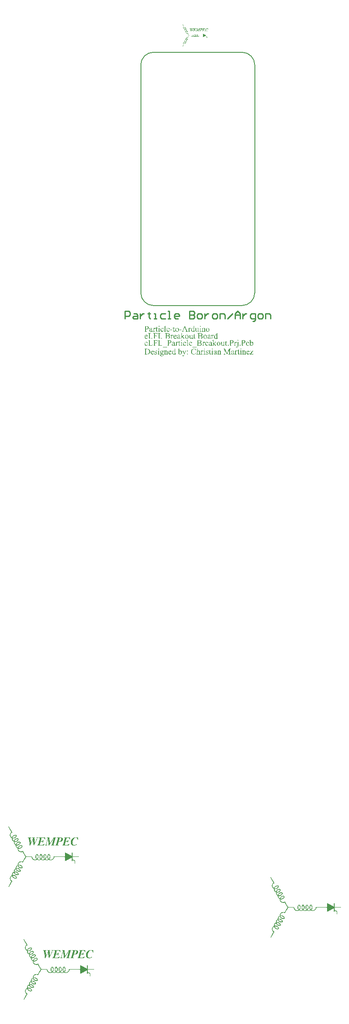
<source format=gbr>
%TF.GenerationSoftware,Altium Limited,Altium Designer,22.11.1 (43)*%
G04 Layer_Color=65535*
%FSLAX45Y45*%
%MOMM*%
%TF.SameCoordinates,5DEA204F-CF78-4797-B912-E701730AB70B*%
%TF.FilePolarity,Positive*%
%TF.FileFunction,Legend,Top*%
%TF.Part,Single*%
G01*
G75*
%TA.AperFunction,NonConductor*%
%ADD15C,0.12700*%
%ADD16C,0.25400*%
G36*
X10635008Y11716832D02*
X10633767D01*
Y11711865D01*
X10632525D01*
Y11704416D01*
X10631284D01*
Y11699449D01*
X10630042D01*
Y11698207D01*
X10628800D01*
Y11705657D01*
X10627559D01*
Y11709382D01*
X10626317D01*
Y11711865D01*
X10625076D01*
Y11713107D01*
X10623834D01*
Y11714349D01*
X10622592D01*
Y11715590D01*
X10618868D01*
Y11716832D01*
X10615143D01*
Y11715590D01*
X10611418D01*
Y11714349D01*
X10608934D01*
Y11713107D01*
X10606451D01*
Y11711865D01*
X10605210D01*
Y11710624D01*
X10603968D01*
Y11709382D01*
X10602726D01*
Y11708140D01*
X10601485D01*
Y11705657D01*
X10600243D01*
Y11704416D01*
X10599001D01*
Y11701932D01*
X10597760D01*
Y11699449D01*
X10596518D01*
Y11696966D01*
X10595276D01*
Y11693241D01*
X10594035D01*
Y11688275D01*
X10592793D01*
Y11682067D01*
X10591552D01*
Y11673375D01*
X10592793D01*
Y11669650D01*
X10594035D01*
Y11667167D01*
X10595276D01*
Y11664684D01*
X10597760D01*
Y11663442D01*
X10600243D01*
Y11662201D01*
X10611418D01*
Y11663442D01*
X10613901D01*
Y11664684D01*
X10616384D01*
Y11665925D01*
X10618868D01*
Y11667167D01*
X10620109D01*
Y11668409D01*
X10621351D01*
Y11669650D01*
X10622592D01*
Y11672134D01*
X10625076D01*
Y11668409D01*
X10623834D01*
Y11667167D01*
X10622592D01*
Y11665925D01*
X10621351D01*
Y11664684D01*
X10620109D01*
Y11663442D01*
X10618868D01*
Y11662201D01*
X10617626D01*
Y11660959D01*
X10615143D01*
Y11659717D01*
X10611418D01*
Y11658476D01*
X10603968D01*
Y11657234D01*
X10601485D01*
Y11658476D01*
X10594035D01*
Y11659717D01*
X10590310D01*
Y11660959D01*
X10587827D01*
Y11662201D01*
X10586585D01*
Y11663442D01*
X10585344D01*
Y11664684D01*
X10584102D01*
Y11665925D01*
X10582860D01*
Y11668409D01*
X10581619D01*
Y11669650D01*
X10580377D01*
Y11674617D01*
X10579136D01*
Y11687033D01*
X10580377D01*
Y11693241D01*
X10581619D01*
Y11695724D01*
X10582860D01*
Y11699449D01*
X10584102D01*
Y11700691D01*
X10585344D01*
Y11701932D01*
X10586585D01*
Y11704416D01*
X10587827D01*
Y11705657D01*
X10589068D01*
Y11708140D01*
X10590310D01*
Y11709382D01*
X10592793D01*
Y11710624D01*
X10594035D01*
Y11711865D01*
X10595276D01*
Y11713107D01*
X10597760D01*
Y11714349D01*
X10599001D01*
Y11715590D01*
X10601485D01*
Y11716832D01*
X10606451D01*
Y11718074D01*
X10622592D01*
Y11716832D01*
X10632525D01*
Y11718074D01*
X10635008D01*
Y11716832D01*
D02*
G37*
G36*
X10575411Y11713107D02*
X10574169D01*
Y11708140D01*
X10572928D01*
Y11701932D01*
X10570444D01*
Y11708140D01*
X10569203D01*
Y11710624D01*
X10567961D01*
Y11711865D01*
X10565478D01*
Y11713107D01*
X10564236D01*
Y11714349D01*
X10556786D01*
Y11715590D01*
X10551820D01*
Y11714349D01*
X10549337D01*
Y11711865D01*
X10548095D01*
Y11708140D01*
X10546853D01*
Y11703174D01*
X10545612D01*
Y11699449D01*
X10544370D01*
Y11695724D01*
X10543129D01*
Y11690758D01*
X10550578D01*
Y11691999D01*
X10554303D01*
Y11693241D01*
X10556786D01*
Y11694483D01*
X10558028D01*
Y11695724D01*
X10559270D01*
Y11698207D01*
X10560511D01*
Y11700691D01*
X10562994D01*
Y11696966D01*
X10561753D01*
Y11691999D01*
X10560511D01*
Y11690758D01*
Y11689516D01*
Y11688275D01*
X10559270D01*
Y11683308D01*
X10558028D01*
Y11679583D01*
X10556786D01*
Y11677100D01*
X10555545D01*
Y11683308D01*
X10554303D01*
Y11685791D01*
X10553061D01*
Y11687033D01*
X10551820D01*
Y11688275D01*
X10541887D01*
Y11685791D01*
X10540645D01*
Y11680825D01*
X10539404D01*
Y11675858D01*
X10538162D01*
Y11672134D01*
X10536921D01*
Y11667167D01*
X10535679D01*
Y11663442D01*
X10536921D01*
Y11662201D01*
X10539404D01*
Y11660959D01*
X10545612D01*
Y11662201D01*
X10551820D01*
Y11663442D01*
X10555545D01*
Y11664684D01*
X10558028D01*
Y11665925D01*
X10560511D01*
Y11667167D01*
X10561753D01*
Y11668409D01*
X10562994D01*
Y11669650D01*
X10564236D01*
Y11670892D01*
X10565478D01*
Y11672134D01*
X10566719D01*
Y11674617D01*
X10567961D01*
Y11675858D01*
X10570444D01*
Y11674617D01*
X10569203D01*
Y11670892D01*
X10567961D01*
Y11667167D01*
X10566719D01*
Y11663442D01*
X10565478D01*
Y11659717D01*
X10517055D01*
Y11660959D01*
X10519538D01*
Y11662201D01*
X10522021D01*
Y11664684D01*
X10523263D01*
Y11667167D01*
X10524504D01*
Y11672134D01*
X10525746D01*
Y11675858D01*
X10526988D01*
Y11680825D01*
X10528229D01*
Y11685791D01*
X10529471D01*
Y11689516D01*
X10530712D01*
Y11694483D01*
X10531954D01*
Y11699449D01*
X10533196D01*
Y11703174D01*
X10534437D01*
Y11708140D01*
X10535679D01*
Y11714349D01*
X10533196D01*
Y11715590D01*
X10529471D01*
Y11716832D01*
X10575411D01*
Y11713107D01*
D02*
G37*
G36*
X10392893D02*
X10391651D01*
Y11706899D01*
X10390409D01*
Y11701932D01*
X10387926D01*
Y11706899D01*
X10386684D01*
Y11710624D01*
X10385443D01*
Y11711865D01*
X10382960D01*
Y11713107D01*
X10381718D01*
Y11714349D01*
X10375510D01*
Y11715590D01*
X10369302D01*
Y11714349D01*
X10366818D01*
Y11713107D01*
X10365577D01*
Y11709382D01*
X10364335D01*
Y11704416D01*
X10363094D01*
Y11699449D01*
X10361852D01*
Y11694483D01*
X10360610D01*
Y11690758D01*
X10368060D01*
Y11691999D01*
X10371785D01*
Y11693241D01*
X10374268D01*
Y11694483D01*
X10375510D01*
Y11695724D01*
X10376751D01*
Y11698207D01*
X10377993D01*
Y11700691D01*
X10380476D01*
Y11696966D01*
X10379235D01*
Y11693241D01*
X10377993D01*
Y11688275D01*
X10376751D01*
Y11683308D01*
X10375510D01*
Y11678342D01*
X10374268D01*
Y11677100D01*
X10373026D01*
Y11683308D01*
X10371785D01*
Y11685791D01*
X10370543D01*
Y11687033D01*
X10369302D01*
Y11688275D01*
X10359369D01*
Y11685791D01*
X10358127D01*
Y11682067D01*
X10356886D01*
Y11677100D01*
X10355644D01*
Y11672134D01*
X10354402D01*
Y11667167D01*
X10353161D01*
Y11663442D01*
X10354402D01*
Y11662201D01*
X10356886D01*
Y11660959D01*
X10361852D01*
Y11662201D01*
X10369302D01*
Y11663442D01*
X10371785D01*
Y11664684D01*
X10375510D01*
Y11665925D01*
X10377993D01*
Y11667167D01*
X10379235D01*
Y11668409D01*
X10380476D01*
Y11669650D01*
X10381718D01*
Y11670892D01*
X10382960D01*
Y11672134D01*
X10384201D01*
Y11674617D01*
X10385443D01*
Y11675858D01*
X10386684D01*
Y11672134D01*
X10385443D01*
Y11667167D01*
X10384201D01*
Y11663442D01*
X10382960D01*
Y11659717D01*
X10334536D01*
Y11660959D01*
X10337020D01*
Y11662201D01*
X10339503D01*
Y11664684D01*
X10340744D01*
Y11667167D01*
X10341986D01*
Y11672134D01*
X10343228D01*
Y11675858D01*
X10344469D01*
Y11680825D01*
X10345711D01*
Y11685791D01*
X10346953D01*
Y11690758D01*
X10348194D01*
Y11694483D01*
X10349436D01*
Y11699449D01*
X10350678D01*
Y11703174D01*
X10351919D01*
Y11708140D01*
X10353161D01*
Y11714349D01*
X10350678D01*
Y11715590D01*
X10346953D01*
Y11716832D01*
X10392893D01*
Y11713107D01*
D02*
G37*
G36*
X10341986Y11715590D02*
X10339503D01*
Y11714349D01*
X10337020D01*
Y11711865D01*
X10335778D01*
Y11710624D01*
X10334536D01*
Y11708140D01*
X10333295D01*
Y11705657D01*
X10332053D01*
Y11703174D01*
X10330811D01*
Y11699449D01*
X10329570D01*
Y11696966D01*
X10328328D01*
Y11695724D01*
X10327087D01*
Y11693241D01*
X10325845D01*
Y11689516D01*
X10324603D01*
Y11687033D01*
X10323362D01*
Y11684550D01*
X10322120D01*
Y11682067D01*
X10320879D01*
Y11679583D01*
X10319637D01*
Y11677100D01*
X10318395D01*
Y11674617D01*
X10317154D01*
Y11672134D01*
X10315912D01*
Y11669650D01*
X10314671D01*
Y11667167D01*
X10313429D01*
Y11664684D01*
X10312187D01*
Y11662201D01*
X10310946D01*
Y11659717D01*
X10309704D01*
Y11657234D01*
X10308462D01*
Y11658476D01*
X10307221D01*
Y11664684D01*
X10305979D01*
Y11674617D01*
X10304738D01*
Y11684550D01*
X10303496D01*
Y11694483D01*
X10302254D01*
Y11699449D01*
X10301013D01*
Y11698207D01*
X10299771D01*
Y11694483D01*
X10298529D01*
Y11691999D01*
X10297288D01*
Y11689516D01*
X10296046D01*
Y11687033D01*
X10294805D01*
Y11684550D01*
X10293563D01*
Y11682067D01*
X10292321D01*
Y11679583D01*
X10291080D01*
Y11677100D01*
X10289838D01*
Y11674617D01*
X10288596D01*
Y11672134D01*
X10287355D01*
Y11669650D01*
X10286113D01*
Y11665925D01*
X10284871D01*
Y11663442D01*
X10283630D01*
Y11660959D01*
X10282388D01*
Y11658476D01*
X10281147D01*
Y11657234D01*
X10279905D01*
Y11658476D01*
X10278663D01*
Y11667167D01*
X10277422D01*
Y11677100D01*
X10276180D01*
Y11685791D01*
X10274939D01*
Y11688275D01*
Y11689516D01*
Y11694483D01*
X10273697D01*
Y11703174D01*
X10272455D01*
Y11711865D01*
X10271214D01*
Y11714349D01*
X10268731D01*
Y11715590D01*
X10266247D01*
Y11716832D01*
X10289838D01*
Y11715590D01*
X10286113D01*
Y11714349D01*
X10284871D01*
Y11711865D01*
X10283630D01*
Y11709382D01*
X10284871D01*
Y11698207D01*
X10286113D01*
Y11684550D01*
X10287355D01*
Y11679583D01*
X10288596D01*
Y11680825D01*
X10289838D01*
Y11683308D01*
X10291080D01*
Y11685791D01*
X10292321D01*
Y11688275D01*
X10293563D01*
Y11690758D01*
X10294805D01*
Y11694483D01*
X10296046D01*
Y11696966D01*
X10297288D01*
Y11699449D01*
X10298529D01*
Y11700691D01*
X10299771D01*
Y11704416D01*
X10301013D01*
Y11713107D01*
X10299771D01*
Y11714349D01*
X10298529D01*
Y11715590D01*
X10294805D01*
Y11716832D01*
X10318395D01*
Y11715590D01*
X10314671D01*
Y11714349D01*
X10313429D01*
Y11713107D01*
X10312187D01*
Y11706899D01*
X10313429D01*
Y11695724D01*
X10314671D01*
Y11685791D01*
X10315912D01*
Y11679583D01*
X10317154D01*
Y11680825D01*
X10318395D01*
Y11684550D01*
X10319637D01*
Y11687033D01*
X10320879D01*
Y11689516D01*
X10322120D01*
Y11690758D01*
X10323362D01*
Y11694483D01*
X10324603D01*
Y11696966D01*
X10325845D01*
Y11699449D01*
X10327087D01*
Y11701932D01*
X10328328D01*
Y11704416D01*
X10329570D01*
Y11706899D01*
X10330811D01*
Y11709382D01*
X10332053D01*
Y11713107D01*
X10330811D01*
Y11714349D01*
X10329570D01*
Y11715590D01*
X10325845D01*
Y11716832D01*
X10341986D01*
Y11715590D01*
D02*
G37*
G36*
X10472356D02*
X10469873D01*
Y11714349D01*
X10467390D01*
Y11711865D01*
X10466148D01*
Y11708140D01*
X10464906D01*
Y11703174D01*
X10463665D01*
Y11699449D01*
X10462423D01*
Y11694483D01*
X10461182D01*
Y11690758D01*
X10459940D01*
Y11687033D01*
X10458698D01*
Y11680825D01*
X10457457D01*
Y11677100D01*
X10456215D01*
Y11672134D01*
X10454974D01*
Y11668409D01*
X10453732D01*
Y11663442D01*
X10454974D01*
Y11662201D01*
X10456215D01*
Y11660959D01*
X10459940D01*
Y11658476D01*
X10458698D01*
Y11659717D01*
X10436349D01*
Y11658476D01*
X10435108D01*
Y11659717D01*
X10433866D01*
Y11660959D01*
X10437591D01*
Y11662201D01*
X10440074D01*
Y11663442D01*
X10441316D01*
Y11665925D01*
X10442557D01*
Y11669650D01*
X10443799D01*
Y11674617D01*
X10445041D01*
Y11679583D01*
X10446282D01*
Y11684550D01*
X10447524D01*
Y11689516D01*
X10448765D01*
Y11693241D01*
X10450007D01*
Y11698207D01*
X10451249D01*
Y11701932D01*
X10452490D01*
Y11706899D01*
X10451249D01*
Y11704416D01*
X10450007D01*
Y11703174D01*
X10448765D01*
Y11700691D01*
X10447524D01*
Y11699449D01*
X10446282D01*
Y11696966D01*
X10445041D01*
Y11695724D01*
X10443799D01*
Y11693241D01*
X10442557D01*
Y11691999D01*
X10441316D01*
Y11689516D01*
X10440074D01*
Y11688275D01*
X10438833D01*
Y11685791D01*
X10437591D01*
Y11684550D01*
X10436349D01*
Y11682067D01*
X10435108D01*
Y11679583D01*
X10433866D01*
Y11678342D01*
X10432624D01*
Y11677100D01*
X10431383D01*
Y11674617D01*
X10430141D01*
Y11673375D01*
X10428900D01*
Y11670892D01*
X10427658D01*
Y11668409D01*
X10426416D01*
Y11667167D01*
X10425175D01*
Y11664684D01*
X10423933D01*
Y11663442D01*
X10422691D01*
Y11660959D01*
X10421450D01*
Y11659717D01*
X10420208D01*
Y11658476D01*
X10417725D01*
Y11664684D01*
X10416483D01*
Y11675858D01*
X10415242D01*
Y11687033D01*
X10414000D01*
Y11696966D01*
X10412758D01*
Y11705657D01*
X10411517D01*
Y11704416D01*
X10410275D01*
Y11699449D01*
X10409034D01*
Y11698207D01*
Y11696966D01*
Y11695724D01*
X10407792D01*
Y11691999D01*
X10406550D01*
Y11685791D01*
X10405309D01*
Y11682067D01*
X10404067D01*
Y11677100D01*
X10402826D01*
Y11673375D01*
X10401584D01*
Y11667167D01*
X10400342D01*
Y11665925D01*
X10401584D01*
Y11663442D01*
X10402826D01*
Y11662201D01*
X10404067D01*
Y11660959D01*
X10407792D01*
Y11659717D01*
X10392893D01*
Y11658476D01*
X10391651D01*
Y11659717D01*
X10390409D01*
Y11660959D01*
X10392893D01*
Y11662201D01*
X10394134D01*
Y11663442D01*
X10395376D01*
Y11664684D01*
X10396618D01*
Y11667167D01*
X10397859D01*
Y11670892D01*
X10399101D01*
Y11675858D01*
X10400342D01*
Y11680825D01*
X10401584D01*
Y11684550D01*
X10402826D01*
Y11688275D01*
X10404067D01*
Y11693241D01*
X10405309D01*
Y11696966D01*
X10406550D01*
Y11701932D01*
X10407792D01*
Y11705657D01*
X10409034D01*
Y11710624D01*
X10410275D01*
Y11713107D01*
X10409034D01*
Y11714349D01*
X10407792D01*
Y11715590D01*
X10404067D01*
Y11716832D01*
X10422691D01*
Y11708140D01*
X10423933D01*
Y11696966D01*
X10425175D01*
Y11687033D01*
X10426416D01*
Y11677100D01*
X10427658D01*
Y11675858D01*
X10428900D01*
Y11678342D01*
X10430141D01*
Y11680825D01*
X10431383D01*
Y11682067D01*
X10432624D01*
Y11684550D01*
X10433866D01*
Y11685791D01*
X10435108D01*
Y11688275D01*
X10436349D01*
Y11689516D01*
X10437591D01*
Y11691999D01*
X10438833D01*
Y11694483D01*
X10440074D01*
Y11695724D01*
X10441316D01*
Y11698207D01*
X10442557D01*
Y11699449D01*
X10443799D01*
Y11701932D01*
X10445041D01*
Y11703174D01*
X10446282D01*
Y11705657D01*
X10447524D01*
Y11706899D01*
X10448765D01*
Y11709382D01*
X10450007D01*
Y11710624D01*
X10451249D01*
Y11713107D01*
X10452490D01*
Y11715590D01*
X10453732D01*
Y11716832D01*
X10472356D01*
Y11715590D01*
D02*
G37*
G36*
X10512088D02*
X10515813D01*
Y11714349D01*
X10517055D01*
Y11713107D01*
X10518296D01*
Y11711865D01*
X10519538D01*
Y11710624D01*
X10520779D01*
Y11706899D01*
X10522021D01*
Y11701932D01*
X10520779D01*
Y11696966D01*
X10519538D01*
Y11695724D01*
X10518296D01*
Y11693241D01*
X10517055D01*
Y11691999D01*
X10514571D01*
Y11690758D01*
X10513330D01*
Y11689516D01*
X10510846D01*
Y11688275D01*
X10504638D01*
Y11687033D01*
X10489739D01*
Y11680825D01*
X10488497D01*
Y11675858D01*
X10487256D01*
Y11672134D01*
X10486014D01*
Y11667167D01*
X10484773D01*
Y11663442D01*
X10486014D01*
Y11662201D01*
X10487256D01*
Y11660959D01*
X10490981D01*
Y11659717D01*
X10466148D01*
Y11660959D01*
X10468631D01*
Y11662201D01*
X10471115D01*
Y11663442D01*
X10472356D01*
Y11665925D01*
X10473598D01*
Y11670892D01*
X10474839D01*
Y11675858D01*
X10476081D01*
Y11680825D01*
X10477323D01*
Y11684550D01*
X10478564D01*
Y11689516D01*
X10479806D01*
Y11693241D01*
X10481048D01*
Y11698207D01*
X10482289D01*
Y11703174D01*
X10483531D01*
Y11708140D01*
X10484773D01*
Y11714349D01*
X10482289D01*
Y11715590D01*
X10478564D01*
Y11716832D01*
X10512088D01*
Y11715590D01*
D02*
G37*
G36*
X10127186Y11795054D02*
X10128428D01*
Y11792571D01*
X10129669D01*
Y11790087D01*
X10130911D01*
Y11788846D01*
X10132152D01*
Y11786363D01*
X10133394D01*
Y11783879D01*
X10134636D01*
Y11782638D01*
X10135877D01*
Y11780154D01*
X10137119D01*
Y11777671D01*
X10138360D01*
Y11775188D01*
X10139602D01*
Y11773946D01*
X10140844D01*
Y11771463D01*
X10142085D01*
Y11768980D01*
X10143327D01*
Y11766497D01*
X10144568D01*
Y11764013D01*
X10145810D01*
Y11762772D01*
X10147052D01*
Y11760289D01*
X10148293D01*
Y11757805D01*
X10149535D01*
Y11752839D01*
X10147052D01*
Y11751597D01*
X10145810D01*
Y11750356D01*
X10144568D01*
Y11749114D01*
X10143327D01*
Y11747872D01*
X10142085D01*
Y11746631D01*
X10140844D01*
Y11744147D01*
X10139602D01*
Y11740423D01*
X10138360D01*
Y11730490D01*
X10139602D01*
Y11726765D01*
X10140844D01*
Y11724282D01*
X10142085D01*
Y11723040D01*
X10143327D01*
Y11720557D01*
X10145810D01*
Y11719315D01*
X10147052D01*
Y11718074D01*
X10149535D01*
Y11721798D01*
X10150776D01*
Y11724282D01*
X10152018D01*
Y11725523D01*
X10153260D01*
Y11726765D01*
X10154501D01*
Y11728007D01*
X10155743D01*
Y11729248D01*
X10156985D01*
Y11730490D01*
X10158226D01*
Y11731731D01*
X10160710D01*
Y11732973D01*
X10163193D01*
Y11734215D01*
X10165676D01*
Y11735456D01*
X10180576D01*
Y11734215D01*
X10183059D01*
Y11732973D01*
X10184300D01*
Y11729248D01*
X10183059D01*
Y11725523D01*
X10181817D01*
Y11723040D01*
X10180576D01*
Y11720557D01*
X10179334D01*
Y11719315D01*
X10178092D01*
Y11718074D01*
X10176851D01*
Y11716832D01*
X10175609D01*
Y11715590D01*
X10174368D01*
Y11714349D01*
X10171884D01*
Y11713107D01*
X10170643D01*
Y11711865D01*
X10166918D01*
Y11710624D01*
X10153260D01*
Y11709382D01*
X10152018D01*
Y11708140D01*
X10153260D01*
Y11703174D01*
X10154501D01*
Y11700691D01*
X10155743D01*
Y11698207D01*
X10156985D01*
Y11696966D01*
X10158226D01*
Y11695724D01*
X10159468D01*
Y11694483D01*
X10160710D01*
Y11693241D01*
X10163193D01*
Y11694483D01*
X10164434D01*
Y11696966D01*
X10165676D01*
Y11699449D01*
X10166918D01*
Y11701932D01*
X10168159D01*
Y11703174D01*
X10169401D01*
Y11704416D01*
X10171884D01*
Y11705657D01*
X10173126D01*
Y11706899D01*
X10174368D01*
Y11708140D01*
X10176851D01*
Y11709382D01*
X10181817D01*
Y11710624D01*
X10192992D01*
Y11709382D01*
X10197958D01*
Y11701932D01*
X10196716D01*
Y11699449D01*
X10195475D01*
Y11696966D01*
X10194233D01*
Y11695724D01*
X10192992D01*
Y11693241D01*
X10191750D01*
Y11691999D01*
X10190508D01*
Y11690758D01*
X10189267D01*
Y11689516D01*
X10186784D01*
Y11688275D01*
X10184300D01*
Y11687033D01*
X10181817D01*
Y11685791D01*
X10176851D01*
Y11684550D01*
X10170643D01*
Y11685791D01*
X10166918D01*
Y11679583D01*
X10168159D01*
Y11677100D01*
X10169401D01*
Y11674617D01*
X10170643D01*
Y11672134D01*
X10171884D01*
Y11670892D01*
X10173126D01*
Y11669650D01*
X10174368D01*
Y11668409D01*
X10178092D01*
Y11670892D01*
X10179334D01*
Y11673375D01*
X10180576D01*
Y11675858D01*
X10181817D01*
Y11677100D01*
X10183059D01*
Y11678342D01*
X10184300D01*
Y11679583D01*
X10185542D01*
Y11680825D01*
X10188025D01*
Y11682067D01*
X10189267D01*
Y11683308D01*
X10192992D01*
Y11684550D01*
X10195475D01*
Y11685791D01*
X10206650D01*
Y11684550D01*
X10210374D01*
Y11683308D01*
X10211616D01*
Y11682067D01*
X10212858D01*
Y11679583D01*
X10211616D01*
Y11675858D01*
X10210374D01*
Y11673375D01*
X10209133D01*
Y11670892D01*
X10207891D01*
Y11669650D01*
X10206650D01*
Y11668409D01*
X10205408D01*
Y11667167D01*
X10204166D01*
Y11665925D01*
X10202925D01*
Y11664684D01*
X10201683D01*
Y11663442D01*
X10199200D01*
Y11662201D01*
X10196716D01*
Y11660959D01*
X10192992D01*
Y11659717D01*
X10180576D01*
Y11657234D01*
X10181817D01*
Y11652268D01*
X10183059D01*
Y11649784D01*
X10184300D01*
Y11648543D01*
X10185542D01*
Y11647301D01*
X10186784D01*
Y11646060D01*
X10188025D01*
Y11644818D01*
X10189267D01*
Y11643576D01*
X10190508D01*
Y11642335D01*
X10191750D01*
Y11644818D01*
X10192992D01*
Y11647301D01*
X10194233D01*
Y11649784D01*
X10195475D01*
Y11651026D01*
X10196716D01*
Y11652268D01*
X10197958D01*
Y11653509D01*
X10199200D01*
Y11654751D01*
X10200441D01*
Y11655992D01*
X10201683D01*
Y11657234D01*
X10204166D01*
Y11658476D01*
X10206650D01*
Y11659717D01*
X10212858D01*
Y11660959D01*
X10220307D01*
Y11659717D01*
X10225274D01*
Y11658476D01*
X10226515D01*
Y11652268D01*
X10225274D01*
Y11648543D01*
X10224032D01*
Y11647301D01*
X10222791D01*
Y11644818D01*
X10221549D01*
Y11643576D01*
X10220307D01*
Y11642335D01*
X10219066D01*
Y11641093D01*
X10217824D01*
Y11639851D01*
X10216583D01*
Y11638610D01*
X10214099D01*
Y11637368D01*
X10211616D01*
Y11636127D01*
X10207891D01*
Y11634885D01*
X10195475D01*
Y11628677D01*
X10196716D01*
Y11626194D01*
X10197958D01*
Y11623710D01*
X10199200D01*
Y11622469D01*
X10200441D01*
Y11621227D01*
X10201683D01*
Y11619985D01*
X10202925D01*
Y11618744D01*
X10204166D01*
Y11617502D01*
X10206650D01*
Y11616261D01*
X10209133D01*
Y11615019D01*
X10222791D01*
Y11616261D01*
X10226515D01*
Y11617502D01*
X10230240D01*
Y11615019D01*
X10231482D01*
Y11612536D01*
X10232724D01*
Y11611294D01*
X10233965D01*
Y11608811D01*
X10235207D01*
Y11606328D01*
X10236448D01*
Y11603844D01*
X10237690D01*
Y11602603D01*
X10238932D01*
Y11600120D01*
X10240173D01*
Y11597636D01*
X10241415D01*
Y11595153D01*
X10242656D01*
Y11592670D01*
X10243898D01*
Y11591428D01*
X10245140D01*
Y11588945D01*
X10246381D01*
Y11586462D01*
X10247623D01*
Y11585220D01*
X10248865D01*
Y11582737D01*
X10250106D01*
Y11580254D01*
X10251348D01*
Y11579012D01*
X10296046D01*
Y11577770D01*
X10297288D01*
Y11571562D01*
X10298529D01*
Y11567837D01*
X10299771D01*
Y11565354D01*
X10301013D01*
Y11564113D01*
X10302254D01*
Y11561629D01*
X10303496D01*
Y11560388D01*
X10305979D01*
Y11559146D01*
X10307221D01*
Y11557904D01*
X10309704D01*
Y11556663D01*
X10313429D01*
Y11555421D01*
X10322120D01*
Y11556663D01*
X10325845D01*
Y11557904D01*
X10328328D01*
Y11559146D01*
X10327087D01*
Y11560388D01*
X10325845D01*
Y11562871D01*
X10324603D01*
Y11565354D01*
X10323362D01*
Y11567837D01*
X10322120D01*
Y11574045D01*
X10320879D01*
Y11579012D01*
X10322120D01*
Y11583979D01*
X10323362D01*
Y11587703D01*
X10324603D01*
Y11590187D01*
X10325845D01*
Y11591428D01*
X10327087D01*
Y11592670D01*
X10328328D01*
Y11593912D01*
X10329570D01*
Y11595153D01*
X10330811D01*
Y11596395D01*
X10334536D01*
Y11595153D01*
X10335778D01*
Y11593912D01*
X10337020D01*
Y11592670D01*
X10338261D01*
Y11590187D01*
X10339503D01*
Y11588945D01*
X10340744D01*
Y11586462D01*
X10341986D01*
Y11582737D01*
X10343228D01*
Y11569079D01*
X10341986D01*
Y11566596D01*
X10340744D01*
Y11564113D01*
X10339503D01*
Y11561629D01*
X10338261D01*
Y11560388D01*
X10337020D01*
Y11557904D01*
X10338261D01*
Y11556663D01*
X10341986D01*
Y11555421D01*
X10351919D01*
Y11556663D01*
X10355644D01*
Y11557904D01*
X10356886D01*
Y11559146D01*
X10355644D01*
Y11560388D01*
X10354402D01*
Y11562871D01*
X10353161D01*
Y11565354D01*
X10351919D01*
Y11569079D01*
X10350678D01*
Y11583979D01*
X10351919D01*
Y11586462D01*
X10353161D01*
Y11588945D01*
X10354402D01*
Y11591428D01*
X10355644D01*
Y11592670D01*
X10356886D01*
Y11593912D01*
X10358127D01*
Y11595153D01*
X10359369D01*
Y11596395D01*
X10363094D01*
Y11595153D01*
X10364335D01*
Y11593912D01*
X10365577D01*
Y11592670D01*
X10366818D01*
Y11591428D01*
X10368060D01*
Y11588945D01*
X10369302D01*
Y11586462D01*
X10370543D01*
Y11583979D01*
X10371785D01*
Y11569079D01*
X10370543D01*
Y11565354D01*
X10369302D01*
Y11562871D01*
X10368060D01*
Y11561629D01*
X10366818D01*
Y11560388D01*
X10365577D01*
Y11557904D01*
X10366818D01*
Y11556663D01*
X10370543D01*
Y11555421D01*
X10380476D01*
Y11556663D01*
X10384201D01*
Y11557904D01*
X10385443D01*
Y11560388D01*
X10384201D01*
Y11561629D01*
X10382960D01*
Y11562871D01*
X10381718D01*
Y11565354D01*
X10380476D01*
Y11569079D01*
X10379235D01*
Y11582737D01*
X10380476D01*
Y11586462D01*
X10381718D01*
Y11588945D01*
X10382960D01*
Y11590187D01*
X10384201D01*
Y11592670D01*
X10385443D01*
Y11593912D01*
X10386684D01*
Y11595153D01*
X10387926D01*
Y11596395D01*
X10391651D01*
Y11595153D01*
X10392893D01*
Y11593912D01*
X10394134D01*
Y11592670D01*
X10395376D01*
Y11591428D01*
X10396618D01*
Y11590187D01*
X10397859D01*
Y11587703D01*
X10399101D01*
Y11583979D01*
X10400342D01*
Y11577770D01*
X10401584D01*
Y11574045D01*
X10400342D01*
Y11567837D01*
X10399101D01*
Y11564113D01*
X10397859D01*
Y11562871D01*
X10396618D01*
Y11560388D01*
X10395376D01*
Y11559146D01*
X10394134D01*
Y11557904D01*
X10396618D01*
Y11556663D01*
X10399101D01*
Y11555421D01*
X10409034D01*
Y11556663D01*
X10412758D01*
Y11557904D01*
X10414000D01*
Y11560388D01*
X10412758D01*
Y11561629D01*
X10411517D01*
Y11564113D01*
X10410275D01*
Y11566596D01*
X10409034D01*
Y11570321D01*
X10407792D01*
Y11581495D01*
X10409034D01*
Y11585220D01*
X10410275D01*
Y11587703D01*
X10411517D01*
Y11590187D01*
X10412758D01*
Y11591428D01*
X10414000D01*
Y11593912D01*
X10415242D01*
Y11595153D01*
X10416483D01*
Y11596395D01*
X10421450D01*
Y11593912D01*
X10422691D01*
Y11592670D01*
X10423933D01*
Y11591428D01*
X10425175D01*
Y11590187D01*
X10426416D01*
Y11587703D01*
X10427658D01*
Y11585220D01*
X10428900D01*
Y11580254D01*
X10430141D01*
Y11572804D01*
X10428900D01*
Y11566596D01*
X10427658D01*
Y11564113D01*
X10426416D01*
Y11561629D01*
X10425175D01*
Y11560388D01*
X10423933D01*
Y11559146D01*
X10422691D01*
Y11557904D01*
X10425175D01*
Y11556663D01*
X10428900D01*
Y11555421D01*
X10438833D01*
Y11556663D01*
X10441316D01*
Y11557904D01*
X10443799D01*
Y11559146D01*
X10446282D01*
Y11560388D01*
X10447524D01*
Y11561629D01*
X10448765D01*
Y11562871D01*
X10450007D01*
Y11565354D01*
X10451249D01*
Y11566596D01*
X10452490D01*
Y11570321D01*
X10453732D01*
Y11576529D01*
X10454974D01*
Y11577770D01*
X10456215D01*
Y11579012D01*
X10457457D01*
Y11577770D01*
X10461182D01*
Y11579012D01*
X10463665D01*
Y11577770D01*
X10464906D01*
Y11579012D01*
X10469873D01*
Y11577770D01*
X10471115D01*
Y11579012D01*
X10472356D01*
Y11577770D01*
X10473598D01*
Y11579012D01*
X10474839D01*
Y11577770D01*
X10476081D01*
Y11579012D01*
X10478564D01*
Y11577770D01*
X10534437D01*
Y11579012D01*
X10535679D01*
Y11607569D01*
X10539404D01*
Y11606328D01*
X10541887D01*
Y11605086D01*
X10543129D01*
Y11603844D01*
X10545612D01*
Y11602603D01*
X10548095D01*
Y11601361D01*
X10550578D01*
Y11600120D01*
X10553061D01*
Y11598878D01*
X10555545D01*
Y11597636D01*
X10558028D01*
Y11596395D01*
X10560511D01*
Y11595153D01*
X10562994D01*
Y11593912D01*
X10564236D01*
Y11592670D01*
X10566719D01*
Y11591428D01*
X10569203D01*
Y11590187D01*
X10571686D01*
Y11588945D01*
X10574169D01*
Y11587703D01*
X10576652D01*
Y11586462D01*
X10579136D01*
Y11585220D01*
X10580377D01*
Y11583979D01*
X10584102D01*
Y11582737D01*
X10585344D01*
Y11581495D01*
X10587827D01*
Y11606328D01*
X10589068D01*
Y11607569D01*
X10592793D01*
Y11606328D01*
X10594035D01*
Y11577770D01*
X10638733D01*
Y11574045D01*
X10594035D01*
Y11556663D01*
X10596518D01*
Y11555421D01*
X10599001D01*
Y11554180D01*
X10601485D01*
Y11552938D01*
X10603968D01*
Y11551696D01*
X10606451D01*
Y11550455D01*
X10608934D01*
Y11549213D01*
X10610176D01*
Y11547972D01*
X10612659D01*
Y11525622D01*
X10611418D01*
Y11524381D01*
X10610176D01*
Y11525622D01*
X10608934D01*
Y11543005D01*
X10607693D01*
Y11545488D01*
X10605210D01*
Y11546730D01*
X10602726D01*
Y11547972D01*
X10600243D01*
Y11549213D01*
X10597760D01*
Y11550455D01*
X10595276D01*
Y11551696D01*
X10594035D01*
Y11545488D01*
X10592793D01*
Y11544247D01*
X10589068D01*
Y11545488D01*
X10587827D01*
Y11570321D01*
X10585344D01*
Y11569079D01*
X10582860D01*
Y11567837D01*
X10580377D01*
Y11566596D01*
X10579136D01*
Y11565354D01*
X10576652D01*
Y11564113D01*
X10574169D01*
Y11562871D01*
X10571686D01*
Y11561629D01*
X10569203D01*
Y11560388D01*
X10566719D01*
Y11559146D01*
X10564236D01*
Y11557904D01*
X10562994D01*
Y11556663D01*
X10560511D01*
Y11555421D01*
X10558028D01*
Y11554180D01*
X10555545D01*
Y11552938D01*
X10553061D01*
Y11551696D01*
X10550578D01*
Y11550455D01*
X10548095D01*
Y11549213D01*
X10545612D01*
Y11547972D01*
X10543129D01*
Y11546730D01*
X10540645D01*
Y11545488D01*
X10539404D01*
Y11544247D01*
X10535679D01*
Y11572804D01*
X10534437D01*
Y11574045D01*
X10459940D01*
Y11572804D01*
X10458698D01*
Y11569079D01*
X10457457D01*
Y11566596D01*
X10456215D01*
Y11564113D01*
X10454974D01*
Y11561629D01*
X10453732D01*
Y11560388D01*
X10452490D01*
Y11559146D01*
X10451249D01*
Y11557904D01*
X10450007D01*
Y11556663D01*
X10448765D01*
Y11555421D01*
X10447524D01*
Y11554180D01*
X10445041D01*
Y11552938D01*
X10442557D01*
Y11551696D01*
X10438833D01*
Y11550455D01*
X10428900D01*
Y11551696D01*
X10423933D01*
Y11552938D01*
X10421450D01*
Y11554180D01*
X10416483D01*
Y11552938D01*
X10414000D01*
Y11551696D01*
X10409034D01*
Y11550455D01*
X10399101D01*
Y11551696D01*
X10395376D01*
Y11552938D01*
X10392893D01*
Y11554180D01*
X10386684D01*
Y11552938D01*
X10384201D01*
Y11551696D01*
X10380476D01*
Y11550455D01*
X10370543D01*
Y11551696D01*
X10366818D01*
Y11552938D01*
X10364335D01*
Y11554180D01*
X10358127D01*
Y11552938D01*
X10355644D01*
Y11551696D01*
X10350678D01*
Y11550455D01*
X10341986D01*
Y11551696D01*
X10338261D01*
Y11552938D01*
X10334536D01*
Y11554180D01*
X10329570D01*
Y11552938D01*
X10327087D01*
Y11551696D01*
X10322120D01*
Y11550455D01*
X10313429D01*
Y11551696D01*
X10308462D01*
Y11552938D01*
X10305979D01*
Y11554180D01*
X10303496D01*
Y11555421D01*
X10302254D01*
Y11556663D01*
X10301013D01*
Y11557904D01*
X10299771D01*
Y11559146D01*
X10298529D01*
Y11560388D01*
X10297288D01*
Y11561629D01*
X10296046D01*
Y11564113D01*
X10294805D01*
Y11566596D01*
X10293563D01*
Y11571562D01*
X10292321D01*
Y11574045D01*
X10251348D01*
Y11572804D01*
X10250106D01*
Y11570321D01*
X10248865D01*
Y11567837D01*
X10247623D01*
Y11565354D01*
X10246381D01*
Y11562871D01*
X10245140D01*
Y11561629D01*
X10243898D01*
Y11559146D01*
X10242656D01*
Y11556663D01*
X10241415D01*
Y11554180D01*
X10240173D01*
Y11552938D01*
X10238932D01*
Y11550455D01*
X10237690D01*
Y11547972D01*
X10236448D01*
Y11546730D01*
X10235207D01*
Y11544247D01*
X10233965D01*
Y11541763D01*
X10232724D01*
Y11539280D01*
X10231482D01*
Y11538039D01*
X10230240D01*
Y11535555D01*
X10228999D01*
Y11534314D01*
X10227757D01*
Y11535555D01*
X10225274D01*
Y11536797D01*
X10221549D01*
Y11538039D01*
X10211616D01*
Y11536797D01*
X10207891D01*
Y11535555D01*
X10205408D01*
Y11534314D01*
X10204166D01*
Y11533072D01*
X10202925D01*
Y11531830D01*
X10201683D01*
Y11530589D01*
X10200441D01*
Y11529347D01*
X10199200D01*
Y11528106D01*
X10197958D01*
Y11524381D01*
X10196716D01*
Y11520656D01*
X10195475D01*
Y11516931D01*
X10200441D01*
Y11518173D01*
X10204166D01*
Y11516931D01*
X10211616D01*
Y11515689D01*
X10214099D01*
Y11514448D01*
X10216583D01*
Y11513206D01*
X10217824D01*
Y11511965D01*
X10219066D01*
Y11510723D01*
X10220307D01*
Y11509481D01*
X10221549D01*
Y11508240D01*
X10222791D01*
Y11506998D01*
X10224032D01*
Y11504515D01*
X10225274D01*
Y11502032D01*
X10226515D01*
Y11497065D01*
X10227757D01*
Y11495824D01*
X10226515D01*
Y11493340D01*
X10222791D01*
Y11492099D01*
X10210374D01*
Y11493340D01*
X10206650D01*
Y11494582D01*
X10204166D01*
Y11495824D01*
X10201683D01*
Y11497065D01*
X10200441D01*
Y11498307D01*
X10199200D01*
Y11499548D01*
X10197958D01*
Y11500790D01*
X10196716D01*
Y11502032D01*
X10195475D01*
Y11504515D01*
X10194233D01*
Y11505757D01*
X10192992D01*
Y11509481D01*
X10189267D01*
Y11508240D01*
X10188025D01*
Y11506998D01*
X10186784D01*
Y11505757D01*
X10185542D01*
Y11503273D01*
X10184300D01*
Y11502032D01*
X10183059D01*
Y11498307D01*
X10181817D01*
Y11492099D01*
X10185542D01*
Y11493340D01*
X10190508D01*
Y11492099D01*
X10196716D01*
Y11490857D01*
X10199200D01*
Y11489615D01*
X10201683D01*
Y11488374D01*
X10202925D01*
Y11487132D01*
X10204166D01*
Y11485890D01*
X10206650D01*
Y11483407D01*
X10207891D01*
Y11482166D01*
X10209133D01*
Y11480924D01*
X10210374D01*
Y11478441D01*
X10211616D01*
Y11474716D01*
X10212858D01*
Y11469749D01*
X10211616D01*
Y11468508D01*
X10210374D01*
Y11467266D01*
X10195475D01*
Y11468508D01*
X10191750D01*
Y11469749D01*
X10189267D01*
Y11470991D01*
X10188025D01*
Y11472233D01*
X10185542D01*
Y11473474D01*
X10184300D01*
Y11474716D01*
X10183059D01*
Y11475957D01*
X10181817D01*
Y11478441D01*
X10180576D01*
Y11479682D01*
X10179334D01*
Y11482166D01*
X10178092D01*
Y11484649D01*
X10175609D01*
Y11483407D01*
X10174368D01*
Y11482166D01*
X10173126D01*
Y11480924D01*
X10171884D01*
Y11479682D01*
X10170643D01*
Y11477199D01*
X10169401D01*
Y11474716D01*
X10168159D01*
Y11470991D01*
X10166918D01*
Y11467266D01*
X10180576D01*
Y11466025D01*
X10184300D01*
Y11464783D01*
X10186784D01*
Y11463541D01*
X10188025D01*
Y11462300D01*
X10190508D01*
Y11461058D01*
X10191750D01*
Y11459817D01*
X10192992D01*
Y11458575D01*
X10194233D01*
Y11456092D01*
X10195475D01*
Y11453608D01*
X10196716D01*
Y11451125D01*
X10197958D01*
Y11447400D01*
X10199200D01*
Y11444917D01*
X10197958D01*
Y11443675D01*
X10195475D01*
Y11442434D01*
X10180576D01*
Y11443675D01*
X10176851D01*
Y11444917D01*
X10174368D01*
Y11446159D01*
X10173126D01*
Y11447400D01*
X10170643D01*
Y11448642D01*
X10169401D01*
Y11451125D01*
X10166918D01*
Y11453608D01*
X10165676D01*
Y11456092D01*
X10164434D01*
Y11458575D01*
X10163193D01*
Y11459817D01*
X10161951D01*
Y11458575D01*
X10159468D01*
Y11457333D01*
X10158226D01*
Y11454850D01*
X10156985D01*
Y11453608D01*
X10155743D01*
Y11451125D01*
X10154501D01*
Y11448642D01*
X10153260D01*
Y11442434D01*
X10166918D01*
Y11441192D01*
X10169401D01*
Y11439951D01*
X10171884D01*
Y11438709D01*
X10174368D01*
Y11437467D01*
X10175609D01*
Y11436226D01*
X10176851D01*
Y11434984D01*
X10178092D01*
Y11433742D01*
X10179334D01*
Y11432501D01*
X10180576D01*
Y11430018D01*
X10181817D01*
Y11427534D01*
X10183059D01*
Y11423810D01*
X10184300D01*
Y11418843D01*
X10181817D01*
Y11417601D01*
X10176851D01*
Y11416360D01*
X10170643D01*
Y11417601D01*
X10165676D01*
Y11418843D01*
X10161951D01*
Y11420085D01*
X10160710D01*
Y11421326D01*
X10158226D01*
Y11422568D01*
X10156985D01*
Y11423810D01*
X10155743D01*
Y11425051D01*
X10154501D01*
Y11426293D01*
X10153260D01*
Y11427534D01*
X10152018D01*
Y11430018D01*
X10150776D01*
Y11432501D01*
X10149535D01*
Y11434984D01*
X10147052D01*
Y11433742D01*
X10145810D01*
Y11432501D01*
X10144568D01*
Y11431259D01*
X10143327D01*
Y11430018D01*
X10142085D01*
Y11427534D01*
X10140844D01*
Y11425051D01*
X10139602D01*
Y11421326D01*
X10138360D01*
Y11413877D01*
X10139602D01*
Y11410152D01*
X10140844D01*
Y11406427D01*
X10142085D01*
Y11405185D01*
X10143327D01*
Y11403944D01*
X10144568D01*
Y11402702D01*
X10145810D01*
Y11401460D01*
X10147052D01*
Y11400219D01*
X10148293D01*
Y11398977D01*
X10149535D01*
Y11397735D01*
X10150776D01*
Y11396494D01*
X10149535D01*
Y11394011D01*
X10148293D01*
Y11391527D01*
X10147052D01*
Y11390286D01*
X10145810D01*
Y11387802D01*
X10144568D01*
Y11385319D01*
X10143327D01*
Y11382836D01*
X10142085D01*
Y11381594D01*
X10140844D01*
Y11379111D01*
X10139602D01*
Y11376628D01*
X10138360D01*
Y11375386D01*
X10137119D01*
Y11372903D01*
X10135877D01*
Y11370420D01*
X10134636D01*
Y11367937D01*
X10133394D01*
Y11365453D01*
X10132152D01*
Y11364212D01*
X10130911D01*
Y11361729D01*
X10129669D01*
Y11359245D01*
X10128428D01*
Y11356762D01*
X10127186D01*
Y11355520D01*
X10123461D01*
Y11356762D01*
X10122219D01*
Y11359245D01*
X10123461D01*
Y11360487D01*
X10124703D01*
Y11362970D01*
X10125944D01*
Y11365453D01*
X10127186D01*
Y11366695D01*
X10128428D01*
Y11369178D01*
X10129669D01*
Y11371662D01*
X10130911D01*
Y11374145D01*
X10132152D01*
Y11375386D01*
X10133394D01*
Y11377870D01*
X10134636D01*
Y11380353D01*
X10135877D01*
Y11382836D01*
X10137119D01*
Y11385319D01*
X10138360D01*
Y11386561D01*
X10139602D01*
Y11389044D01*
X10140844D01*
Y11391527D01*
X10142085D01*
Y11392769D01*
X10143327D01*
Y11395252D01*
X10144568D01*
Y11396494D01*
X10143327D01*
Y11397735D01*
X10142085D01*
Y11398977D01*
X10140844D01*
Y11400219D01*
X10139602D01*
Y11401460D01*
X10138360D01*
Y11403944D01*
X10137119D01*
Y11405185D01*
X10135877D01*
Y11408910D01*
X10134636D01*
Y11413877D01*
X10133394D01*
Y11420085D01*
X10134636D01*
Y11425051D01*
X10135877D01*
Y11428776D01*
X10137119D01*
Y11431259D01*
X10138360D01*
Y11432501D01*
X10139602D01*
Y11433742D01*
X10140844D01*
Y11434984D01*
X10142085D01*
Y11436226D01*
X10143327D01*
Y11437467D01*
X10144568D01*
Y11438709D01*
X10145810D01*
Y11439951D01*
X10148293D01*
Y11448642D01*
X10149535D01*
Y11452367D01*
X10150776D01*
Y11454850D01*
X10152018D01*
Y11457333D01*
X10153260D01*
Y11458575D01*
X10154501D01*
Y11459817D01*
X10155743D01*
Y11461058D01*
X10156985D01*
Y11462300D01*
X10158226D01*
Y11463541D01*
X10160710D01*
Y11464783D01*
X10161951D01*
Y11470991D01*
X10163193D01*
Y11475957D01*
X10164434D01*
Y11478441D01*
X10165676D01*
Y11480924D01*
X10166918D01*
Y11482166D01*
X10168159D01*
Y11484649D01*
X10169401D01*
Y11485890D01*
X10170643D01*
Y11487132D01*
X10173126D01*
Y11488374D01*
X10174368D01*
Y11489615D01*
X10176851D01*
Y11498307D01*
X10178092D01*
Y11502032D01*
X10179334D01*
Y11504515D01*
X10180576D01*
Y11506998D01*
X10181817D01*
Y11508240D01*
X10183059D01*
Y11509481D01*
X10184300D01*
Y11510723D01*
X10185542D01*
Y11511965D01*
X10186784D01*
Y11513206D01*
X10188025D01*
Y11514448D01*
X10190508D01*
Y11520656D01*
X10191750D01*
Y11525622D01*
X10192992D01*
Y11528106D01*
X10194233D01*
Y11530589D01*
X10195475D01*
Y11531830D01*
X10196716D01*
Y11534314D01*
X10197958D01*
Y11535555D01*
X10199200D01*
Y11536797D01*
X10200441D01*
Y11538039D01*
X10201683D01*
Y11539280D01*
X10204166D01*
Y11540522D01*
X10207891D01*
Y11541763D01*
X10211616D01*
Y11543005D01*
X10221549D01*
Y11541763D01*
X10225274D01*
Y11540522D01*
X10227757D01*
Y11543005D01*
X10228999D01*
Y11545488D01*
X10230240D01*
Y11546730D01*
X10231482D01*
Y11549213D01*
X10232724D01*
Y11551696D01*
X10233965D01*
Y11554180D01*
X10235207D01*
Y11556663D01*
X10236448D01*
Y11557904D01*
X10237690D01*
Y11560388D01*
X10238932D01*
Y11562871D01*
X10240173D01*
Y11564113D01*
X10241415D01*
Y11567837D01*
X10242656D01*
Y11569079D01*
X10243898D01*
Y11571562D01*
X10245140D01*
Y11574045D01*
X10246381D01*
Y11575287D01*
X10247623D01*
Y11576529D01*
X10246381D01*
Y11579012D01*
X10245140D01*
Y11581495D01*
X10243898D01*
Y11583979D01*
X10242656D01*
Y11585220D01*
X10241415D01*
Y11587703D01*
X10240173D01*
Y11590187D01*
X10238932D01*
Y11592670D01*
X10237690D01*
Y11593912D01*
X10236448D01*
Y11596395D01*
X10235207D01*
Y11598878D01*
X10233965D01*
Y11601361D01*
X10232724D01*
Y11603844D01*
X10231482D01*
Y11605086D01*
X10230240D01*
Y11607569D01*
X10228999D01*
Y11610052D01*
X10227757D01*
Y11611294D01*
X10224032D01*
Y11610052D01*
X10209133D01*
Y11611294D01*
X10205408D01*
Y11612536D01*
X10202925D01*
Y11613777D01*
X10200441D01*
Y11615019D01*
X10199200D01*
Y11616261D01*
X10197958D01*
Y11617502D01*
X10196716D01*
Y11619985D01*
X10195475D01*
Y11621227D01*
X10194233D01*
Y11622469D01*
X10192992D01*
Y11624952D01*
X10191750D01*
Y11628677D01*
X10190508D01*
Y11637368D01*
X10189267D01*
Y11638610D01*
X10186784D01*
Y11639851D01*
X10185542D01*
Y11641093D01*
X10184300D01*
Y11642335D01*
X10183059D01*
Y11643576D01*
X10181817D01*
Y11644818D01*
X10180576D01*
Y11647301D01*
X10179334D01*
Y11649784D01*
X10178092D01*
Y11652268D01*
X10176851D01*
Y11658476D01*
X10175609D01*
Y11660959D01*
X10176851D01*
Y11662201D01*
X10175609D01*
Y11663442D01*
X10173126D01*
Y11664684D01*
X10171884D01*
Y11665925D01*
X10170643D01*
Y11667167D01*
X10169401D01*
Y11668409D01*
X10168159D01*
Y11669650D01*
X10166918D01*
Y11670892D01*
X10165676D01*
Y11673375D01*
X10164434D01*
Y11675858D01*
X10163193D01*
Y11679583D01*
X10161951D01*
Y11688275D01*
X10159468D01*
Y11689516D01*
X10156985D01*
Y11690758D01*
X10155743D01*
Y11691999D01*
X10154501D01*
Y11693241D01*
X10153260D01*
Y11694483D01*
X10152018D01*
Y11696966D01*
X10150776D01*
Y11699449D01*
X10149535D01*
Y11703174D01*
X10148293D01*
Y11711865D01*
X10147052D01*
Y11713107D01*
X10145810D01*
Y11714349D01*
X10143327D01*
Y11715590D01*
X10142085D01*
Y11716832D01*
X10140844D01*
Y11718074D01*
X10139602D01*
Y11719315D01*
X10138360D01*
Y11721798D01*
X10137119D01*
Y11723040D01*
X10135877D01*
Y11725523D01*
X10134636D01*
Y11730490D01*
X10133394D01*
Y11740423D01*
X10134636D01*
Y11745389D01*
X10135877D01*
Y11747872D01*
X10137119D01*
Y11749114D01*
X10138360D01*
Y11751597D01*
X10139602D01*
Y11752839D01*
X10140844D01*
Y11754080D01*
X10142085D01*
Y11755322D01*
X10143327D01*
Y11759047D01*
X10142085D01*
Y11761530D01*
X10140844D01*
Y11762772D01*
X10139602D01*
Y11765255D01*
X10138360D01*
Y11767738D01*
X10137119D01*
Y11768980D01*
X10135877D01*
Y11772705D01*
X10134636D01*
Y11773946D01*
X10133394D01*
Y11776430D01*
X10132152D01*
Y11778913D01*
X10130911D01*
Y11780154D01*
X10129669D01*
Y11782638D01*
X10128428D01*
Y11785121D01*
X10127186D01*
Y11787604D01*
X10125944D01*
Y11790087D01*
X10124703D01*
Y11791329D01*
X10123461D01*
Y11793812D01*
X10122219D01*
Y11796295D01*
X10123461D01*
Y11797537D01*
X10127186D01*
Y11795054D01*
D02*
G37*
G36*
X8031612Y-4512530D02*
X8028209D01*
Y-4526142D01*
X8024806D01*
Y-4546561D01*
X8021403D01*
Y-4560173D01*
X8018000D01*
Y-4563576D01*
X8014597D01*
Y-4543158D01*
X8011194D01*
Y-4532948D01*
X8007790D01*
Y-4526142D01*
X8004387D01*
Y-4522739D01*
X8000984D01*
Y-4519336D01*
X7997581D01*
Y-4515933D01*
X7987372D01*
Y-4512530D01*
X7977163D01*
Y-4515933D01*
X7966953D01*
Y-4519336D01*
X7960147D01*
Y-4522739D01*
X7953341D01*
Y-4526142D01*
X7949938D01*
Y-4529545D01*
X7946535D01*
Y-4532948D01*
X7943131D01*
Y-4536352D01*
X7939728D01*
Y-4543158D01*
X7936325D01*
Y-4546561D01*
X7932922D01*
Y-4553367D01*
X7929519D01*
Y-4560173D01*
X7926116D01*
Y-4566979D01*
X7922713D01*
Y-4577189D01*
X7919310D01*
Y-4590801D01*
X7915906D01*
Y-4607817D01*
X7912503D01*
Y-4631639D01*
X7915906D01*
Y-4641848D01*
X7919310D01*
Y-4648654D01*
X7922713D01*
Y-4655460D01*
X7929519D01*
Y-4658863D01*
X7936325D01*
Y-4662267D01*
X7966953D01*
Y-4658863D01*
X7973759D01*
Y-4655460D01*
X7980566D01*
Y-4652057D01*
X7987372D01*
Y-4648654D01*
X7990775D01*
Y-4645251D01*
X7994178D01*
Y-4641848D01*
X7997581D01*
Y-4635042D01*
X8004387D01*
Y-4645251D01*
X8000984D01*
Y-4648654D01*
X7997581D01*
Y-4652057D01*
X7994178D01*
Y-4655460D01*
X7990775D01*
Y-4658863D01*
X7987372D01*
Y-4662267D01*
X7983969D01*
Y-4665670D01*
X7977163D01*
Y-4669073D01*
X7966953D01*
Y-4672476D01*
X7946535D01*
Y-4675879D01*
X7939728D01*
Y-4672476D01*
X7919310D01*
Y-4669073D01*
X7909100D01*
Y-4665670D01*
X7902294D01*
Y-4662267D01*
X7898891D01*
Y-4658863D01*
X7895488D01*
Y-4655460D01*
X7892085D01*
Y-4652057D01*
X7888682D01*
Y-4645251D01*
X7885279D01*
Y-4641848D01*
X7881876D01*
Y-4628235D01*
X7878472D01*
Y-4594204D01*
X7881876D01*
Y-4577189D01*
X7885279D01*
Y-4570383D01*
X7888682D01*
Y-4560173D01*
X7892085D01*
Y-4556770D01*
X7895488D01*
Y-4553367D01*
X7898891D01*
Y-4546561D01*
X7902294D01*
Y-4543158D01*
X7905697D01*
Y-4536352D01*
X7909100D01*
Y-4532948D01*
X7915906D01*
Y-4529545D01*
X7919310D01*
Y-4526142D01*
X7922713D01*
Y-4522739D01*
X7929519D01*
Y-4519336D01*
X7932922D01*
Y-4515933D01*
X7939728D01*
Y-4512530D01*
X7953341D01*
Y-4509127D01*
X7997581D01*
Y-4512530D01*
X8024806D01*
Y-4509127D01*
X8031612D01*
Y-4512530D01*
D02*
G37*
G36*
X7868263Y-4522739D02*
X7864860D01*
Y-4536352D01*
X7861457D01*
Y-4553367D01*
X7854651D01*
Y-4536352D01*
X7851247D01*
Y-4529545D01*
X7847844D01*
Y-4526142D01*
X7841038D01*
Y-4522739D01*
X7837635D01*
Y-4519336D01*
X7817216D01*
Y-4515933D01*
X7803604D01*
Y-4519336D01*
X7796798D01*
Y-4526142D01*
X7793395D01*
Y-4536352D01*
X7789992D01*
Y-4549964D01*
X7786588D01*
Y-4560173D01*
X7783185D01*
Y-4570383D01*
X7779782D01*
Y-4583995D01*
X7800201D01*
Y-4580592D01*
X7810410D01*
Y-4577189D01*
X7817216D01*
Y-4573786D01*
X7820619D01*
Y-4570383D01*
X7824022D01*
Y-4563576D01*
X7827426D01*
Y-4556770D01*
X7834232D01*
Y-4566979D01*
X7830829D01*
Y-4580592D01*
X7827426D01*
Y-4583995D01*
Y-4587398D01*
Y-4590801D01*
X7824022D01*
Y-4604414D01*
X7820619D01*
Y-4614623D01*
X7817216D01*
Y-4621429D01*
X7813813D01*
Y-4604414D01*
X7810410D01*
Y-4597608D01*
X7807007D01*
Y-4594204D01*
X7803604D01*
Y-4590801D01*
X7776379D01*
Y-4597608D01*
X7772976D01*
Y-4611220D01*
X7769573D01*
Y-4624832D01*
X7766170D01*
Y-4635042D01*
X7762767D01*
Y-4648654D01*
X7759363D01*
Y-4658863D01*
X7762767D01*
Y-4662267D01*
X7769573D01*
Y-4665670D01*
X7786588D01*
Y-4662267D01*
X7803604D01*
Y-4658863D01*
X7813813D01*
Y-4655460D01*
X7820619D01*
Y-4652057D01*
X7827426D01*
Y-4648654D01*
X7830829D01*
Y-4645251D01*
X7834232D01*
Y-4641848D01*
X7837635D01*
Y-4638445D01*
X7841038D01*
Y-4635042D01*
X7844441D01*
Y-4628235D01*
X7847844D01*
Y-4624832D01*
X7854651D01*
Y-4628235D01*
X7851247D01*
Y-4638445D01*
X7847844D01*
Y-4648654D01*
X7844441D01*
Y-4658863D01*
X7841038D01*
Y-4669073D01*
X7708317D01*
Y-4665670D01*
X7715123D01*
Y-4662267D01*
X7721929D01*
Y-4655460D01*
X7725332D01*
Y-4648654D01*
X7728735D01*
Y-4635042D01*
X7732138D01*
Y-4624832D01*
X7735542D01*
Y-4611220D01*
X7738945D01*
Y-4597608D01*
X7742348D01*
Y-4587398D01*
X7745751D01*
Y-4573786D01*
X7749154D01*
Y-4560173D01*
X7752557D01*
Y-4549964D01*
X7755960D01*
Y-4536352D01*
X7759363D01*
Y-4519336D01*
X7752557D01*
Y-4515933D01*
X7742348D01*
Y-4512530D01*
X7868263D01*
Y-4522739D01*
D02*
G37*
G36*
X7368006D02*
X7364603D01*
Y-4539755D01*
X7361200D01*
Y-4553367D01*
X7354393D01*
Y-4539755D01*
X7350990D01*
Y-4529545D01*
X7347587D01*
Y-4526142D01*
X7340781D01*
Y-4522739D01*
X7337378D01*
Y-4519336D01*
X7320362D01*
Y-4515933D01*
X7303347D01*
Y-4519336D01*
X7296540D01*
Y-4522739D01*
X7293137D01*
Y-4532948D01*
X7289734D01*
Y-4546561D01*
X7286331D01*
Y-4560173D01*
X7282928D01*
Y-4573786D01*
X7279525D01*
Y-4583995D01*
X7299943D01*
Y-4580592D01*
X7310153D01*
Y-4577189D01*
X7316959D01*
Y-4573786D01*
X7320362D01*
Y-4570383D01*
X7323765D01*
Y-4563576D01*
X7327168D01*
Y-4556770D01*
X7333975D01*
Y-4566979D01*
X7330572D01*
Y-4577189D01*
X7327168D01*
Y-4590801D01*
X7323765D01*
Y-4604414D01*
X7320362D01*
Y-4618026D01*
X7316959D01*
Y-4621429D01*
X7313556D01*
Y-4604414D01*
X7310153D01*
Y-4597608D01*
X7306750D01*
Y-4594204D01*
X7303347D01*
Y-4590801D01*
X7276122D01*
Y-4597608D01*
X7272719D01*
Y-4607817D01*
X7269316D01*
Y-4621429D01*
X7265913D01*
Y-4635042D01*
X7262509D01*
Y-4648654D01*
X7259106D01*
Y-4658863D01*
X7262509D01*
Y-4662267D01*
X7269316D01*
Y-4665670D01*
X7282928D01*
Y-4662267D01*
X7303347D01*
Y-4658863D01*
X7310153D01*
Y-4655460D01*
X7320362D01*
Y-4652057D01*
X7327168D01*
Y-4648654D01*
X7330572D01*
Y-4645251D01*
X7333975D01*
Y-4641848D01*
X7337378D01*
Y-4638445D01*
X7340781D01*
Y-4635042D01*
X7344184D01*
Y-4628235D01*
X7347587D01*
Y-4624832D01*
X7350990D01*
Y-4635042D01*
X7347587D01*
Y-4648654D01*
X7344184D01*
Y-4658863D01*
X7340781D01*
Y-4669073D01*
X7208059D01*
Y-4665670D01*
X7214866D01*
Y-4662267D01*
X7221672D01*
Y-4655460D01*
X7225075D01*
Y-4648654D01*
X7228478D01*
Y-4635042D01*
X7231881D01*
Y-4624832D01*
X7235284D01*
Y-4611220D01*
X7238688D01*
Y-4597608D01*
X7242091D01*
Y-4583995D01*
X7245494D01*
Y-4573786D01*
X7248897D01*
Y-4560173D01*
X7252300D01*
Y-4549964D01*
X7255703D01*
Y-4536352D01*
X7259106D01*
Y-4519336D01*
X7252300D01*
Y-4515933D01*
X7242091D01*
Y-4512530D01*
X7368006D01*
Y-4522739D01*
D02*
G37*
G36*
X7228478Y-4515933D02*
X7221672D01*
Y-4519336D01*
X7214866D01*
Y-4526142D01*
X7211463D01*
Y-4529545D01*
X7208059D01*
Y-4536352D01*
X7204656D01*
Y-4543158D01*
X7201253D01*
Y-4549964D01*
X7197850D01*
Y-4560173D01*
X7194447D01*
Y-4566979D01*
X7191044D01*
Y-4570383D01*
X7187641D01*
Y-4577189D01*
X7184238D01*
Y-4587398D01*
X7180835D01*
Y-4594204D01*
X7177432D01*
Y-4601011D01*
X7174029D01*
Y-4607817D01*
X7170625D01*
Y-4614623D01*
X7167222D01*
Y-4621429D01*
X7163819D01*
Y-4628235D01*
X7160416D01*
Y-4635042D01*
X7157013D01*
Y-4641848D01*
X7153610D01*
Y-4648654D01*
X7150207D01*
Y-4655460D01*
X7146804D01*
Y-4662267D01*
X7143400D01*
Y-4669073D01*
X7139997D01*
Y-4675879D01*
X7136594D01*
Y-4672476D01*
X7133191D01*
Y-4655460D01*
X7129788D01*
Y-4628235D01*
X7126385D01*
Y-4601011D01*
X7122982D01*
Y-4573786D01*
X7119579D01*
Y-4560173D01*
X7116176D01*
Y-4563576D01*
X7112772D01*
Y-4573786D01*
X7109369D01*
Y-4580592D01*
X7105966D01*
Y-4587398D01*
X7102563D01*
Y-4594204D01*
X7099160D01*
Y-4601011D01*
X7095757D01*
Y-4607817D01*
X7092354D01*
Y-4614623D01*
X7088951D01*
Y-4621429D01*
X7085548D01*
Y-4628235D01*
X7082145D01*
Y-4635042D01*
X7078741D01*
Y-4641848D01*
X7075338D01*
Y-4652057D01*
X7071935D01*
Y-4658863D01*
X7068532D01*
Y-4665670D01*
X7065129D01*
Y-4672476D01*
X7061726D01*
Y-4675879D01*
X7058323D01*
Y-4672476D01*
X7054920D01*
Y-4648654D01*
X7051517D01*
Y-4621429D01*
X7048113D01*
Y-4597608D01*
X7044710D01*
Y-4590801D01*
Y-4587398D01*
Y-4573786D01*
X7041307D01*
Y-4549964D01*
X7037904D01*
Y-4526142D01*
X7034501D01*
Y-4519336D01*
X7027695D01*
Y-4515933D01*
X7020888D01*
Y-4512530D01*
X7085548D01*
Y-4515933D01*
X7075338D01*
Y-4519336D01*
X7071935D01*
Y-4526142D01*
X7068532D01*
Y-4532948D01*
X7071935D01*
Y-4563576D01*
X7075338D01*
Y-4601011D01*
X7078741D01*
Y-4614623D01*
X7082145D01*
Y-4611220D01*
X7085548D01*
Y-4604414D01*
X7088951D01*
Y-4597608D01*
X7092354D01*
Y-4590801D01*
X7095757D01*
Y-4583995D01*
X7099160D01*
Y-4573786D01*
X7102563D01*
Y-4566979D01*
X7105966D01*
Y-4560173D01*
X7109369D01*
Y-4556770D01*
X7112772D01*
Y-4546561D01*
X7116176D01*
Y-4522739D01*
X7112772D01*
Y-4519336D01*
X7109369D01*
Y-4515933D01*
X7099160D01*
Y-4512530D01*
X7163819D01*
Y-4515933D01*
X7153610D01*
Y-4519336D01*
X7150207D01*
Y-4522739D01*
X7146804D01*
Y-4539755D01*
X7150207D01*
Y-4570383D01*
X7153610D01*
Y-4597608D01*
X7157013D01*
Y-4614623D01*
X7160416D01*
Y-4611220D01*
X7163819D01*
Y-4601011D01*
X7167222D01*
Y-4594204D01*
X7170625D01*
Y-4587398D01*
X7174029D01*
Y-4583995D01*
X7177432D01*
Y-4573786D01*
X7180835D01*
Y-4566979D01*
X7184238D01*
Y-4560173D01*
X7187641D01*
Y-4553367D01*
X7191044D01*
Y-4546561D01*
X7194447D01*
Y-4539755D01*
X7197850D01*
Y-4532948D01*
X7201253D01*
Y-4522739D01*
X7197850D01*
Y-4519336D01*
X7194447D01*
Y-4515933D01*
X7184238D01*
Y-4512530D01*
X7228478D01*
Y-4515933D01*
D02*
G37*
G36*
X7585805D02*
X7578999D01*
Y-4519336D01*
X7572192D01*
Y-4526142D01*
X7568789D01*
Y-4536352D01*
X7565386D01*
Y-4549964D01*
X7561983D01*
Y-4560173D01*
X7558580D01*
Y-4573786D01*
X7555177D01*
Y-4583995D01*
X7551774D01*
Y-4594204D01*
X7548371D01*
Y-4611220D01*
X7544967D01*
Y-4621429D01*
X7541564D01*
Y-4635042D01*
X7538161D01*
Y-4645251D01*
X7534758D01*
Y-4658863D01*
X7538161D01*
Y-4662267D01*
X7541564D01*
Y-4665670D01*
X7551774D01*
Y-4672476D01*
X7548371D01*
Y-4669073D01*
X7487115D01*
Y-4672476D01*
X7483711D01*
Y-4669073D01*
X7480308D01*
Y-4665670D01*
X7490518D01*
Y-4662267D01*
X7497324D01*
Y-4658863D01*
X7500727D01*
Y-4652057D01*
X7504130D01*
Y-4641848D01*
X7507533D01*
Y-4628235D01*
X7510936D01*
Y-4614623D01*
X7514340D01*
Y-4601011D01*
X7517743D01*
Y-4587398D01*
X7521146D01*
Y-4577189D01*
X7524549D01*
Y-4563576D01*
X7527952D01*
Y-4553367D01*
X7531355D01*
Y-4539755D01*
X7527952D01*
Y-4546561D01*
X7524549D01*
Y-4549964D01*
X7521146D01*
Y-4556770D01*
X7517743D01*
Y-4560173D01*
X7514340D01*
Y-4566979D01*
X7510936D01*
Y-4570383D01*
X7507533D01*
Y-4577189D01*
X7504130D01*
Y-4580592D01*
X7500727D01*
Y-4587398D01*
X7497324D01*
Y-4590801D01*
X7493921D01*
Y-4597608D01*
X7490518D01*
Y-4601011D01*
X7487115D01*
Y-4607817D01*
X7483711D01*
Y-4614623D01*
X7480308D01*
Y-4618026D01*
X7476905D01*
Y-4621429D01*
X7473502D01*
Y-4628235D01*
X7470099D01*
Y-4631639D01*
X7466696D01*
Y-4638445D01*
X7463293D01*
Y-4645251D01*
X7459890D01*
Y-4648654D01*
X7456487D01*
Y-4655460D01*
X7453084D01*
Y-4658863D01*
X7449680D01*
Y-4665670D01*
X7446277D01*
Y-4669073D01*
X7442874D01*
Y-4672476D01*
X7436068D01*
Y-4655460D01*
X7432665D01*
Y-4624832D01*
X7429262D01*
Y-4594204D01*
X7425859D01*
Y-4566979D01*
X7422456D01*
Y-4543158D01*
X7419052D01*
Y-4546561D01*
X7415649D01*
Y-4560173D01*
X7412246D01*
Y-4563576D01*
Y-4566979D01*
Y-4570383D01*
X7408843D01*
Y-4580592D01*
X7405440D01*
Y-4597608D01*
X7402037D01*
Y-4607817D01*
X7398634D01*
Y-4621429D01*
X7395231D01*
Y-4631639D01*
X7391827D01*
Y-4648654D01*
X7388424D01*
Y-4652057D01*
X7391827D01*
Y-4658863D01*
X7395231D01*
Y-4662267D01*
X7398634D01*
Y-4665670D01*
X7408843D01*
Y-4669073D01*
X7368006D01*
Y-4672476D01*
X7364603D01*
Y-4669073D01*
X7361200D01*
Y-4665670D01*
X7368006D01*
Y-4662267D01*
X7371409D01*
Y-4658863D01*
X7374812D01*
Y-4655460D01*
X7378215D01*
Y-4648654D01*
X7381618D01*
Y-4638445D01*
X7385021D01*
Y-4624832D01*
X7388424D01*
Y-4611220D01*
X7391827D01*
Y-4601011D01*
X7395231D01*
Y-4590801D01*
X7398634D01*
Y-4577189D01*
X7402037D01*
Y-4566979D01*
X7405440D01*
Y-4553367D01*
X7408843D01*
Y-4543158D01*
X7412246D01*
Y-4529545D01*
X7415649D01*
Y-4522739D01*
X7412246D01*
Y-4519336D01*
X7408843D01*
Y-4515933D01*
X7398634D01*
Y-4512530D01*
X7449680D01*
Y-4536352D01*
X7453084D01*
Y-4566979D01*
X7456487D01*
Y-4594204D01*
X7459890D01*
Y-4621429D01*
X7463293D01*
Y-4624832D01*
X7466696D01*
Y-4618026D01*
X7470099D01*
Y-4611220D01*
X7473502D01*
Y-4607817D01*
X7476905D01*
Y-4601011D01*
X7480308D01*
Y-4597608D01*
X7483711D01*
Y-4590801D01*
X7487115D01*
Y-4587398D01*
X7490518D01*
Y-4580592D01*
X7493921D01*
Y-4573786D01*
X7497324D01*
Y-4570383D01*
X7500727D01*
Y-4563576D01*
X7504130D01*
Y-4560173D01*
X7507533D01*
Y-4553367D01*
X7510936D01*
Y-4549964D01*
X7514340D01*
Y-4543158D01*
X7517743D01*
Y-4539755D01*
X7521146D01*
Y-4532948D01*
X7524549D01*
Y-4529545D01*
X7527952D01*
Y-4522739D01*
X7531355D01*
Y-4515933D01*
X7534758D01*
Y-4512530D01*
X7585805D01*
Y-4515933D01*
D02*
G37*
G36*
X7694704D02*
X7704914D01*
Y-4519336D01*
X7708317D01*
Y-4522739D01*
X7711720D01*
Y-4526142D01*
X7715123D01*
Y-4529545D01*
X7718526D01*
Y-4539755D01*
X7721929D01*
Y-4553367D01*
X7718526D01*
Y-4566979D01*
X7715123D01*
Y-4570383D01*
X7711720D01*
Y-4577189D01*
X7708317D01*
Y-4580592D01*
X7701511D01*
Y-4583995D01*
X7698108D01*
Y-4587398D01*
X7691301D01*
Y-4590801D01*
X7674286D01*
Y-4594204D01*
X7633448D01*
Y-4611220D01*
X7630045D01*
Y-4624832D01*
X7626642D01*
Y-4635042D01*
X7623239D01*
Y-4648654D01*
X7619836D01*
Y-4658863D01*
X7623239D01*
Y-4662267D01*
X7626642D01*
Y-4665670D01*
X7636851D01*
Y-4669073D01*
X7568789D01*
Y-4665670D01*
X7575595D01*
Y-4662267D01*
X7582402D01*
Y-4658863D01*
X7585805D01*
Y-4652057D01*
X7589208D01*
Y-4638445D01*
X7592611D01*
Y-4624832D01*
X7596014D01*
Y-4611220D01*
X7599417D01*
Y-4601011D01*
X7602820D01*
Y-4587398D01*
X7606224D01*
Y-4577189D01*
X7609627D01*
Y-4563576D01*
X7613030D01*
Y-4549964D01*
X7616433D01*
Y-4536352D01*
X7619836D01*
Y-4519336D01*
X7613030D01*
Y-4515933D01*
X7602820D01*
Y-4512530D01*
X7694704D01*
Y-4515933D01*
D02*
G37*
G36*
X6639740Y-4298134D02*
X6643143D01*
Y-4304940D01*
X6646547D01*
Y-4311746D01*
X6649950D01*
Y-4315149D01*
X6653353D01*
Y-4321956D01*
X6656756D01*
Y-4328762D01*
X6660159D01*
Y-4332165D01*
X6663562D01*
Y-4338971D01*
X6666965D01*
Y-4345777D01*
X6670368D01*
Y-4352584D01*
X6673771D01*
Y-4355987D01*
X6677174D01*
Y-4362793D01*
X6680577D01*
Y-4369599D01*
X6683981D01*
Y-4376405D01*
X6687384D01*
Y-4383211D01*
X6690787D01*
Y-4386615D01*
X6694190D01*
Y-4393421D01*
X6697593D01*
Y-4400227D01*
X6700996D01*
Y-4413840D01*
X6694190D01*
Y-4417243D01*
X6690787D01*
Y-4420646D01*
X6687384D01*
Y-4424049D01*
X6683981D01*
Y-4427452D01*
X6680577D01*
Y-4430855D01*
X6677174D01*
Y-4437661D01*
X6673771D01*
Y-4447871D01*
X6670368D01*
Y-4475095D01*
X6673771D01*
Y-4485305D01*
X6677174D01*
Y-4492111D01*
X6680577D01*
Y-4495514D01*
X6683981D01*
Y-4502320D01*
X6690787D01*
Y-4505724D01*
X6694190D01*
Y-4509127D01*
X6700996D01*
Y-4498917D01*
X6704399D01*
Y-4492111D01*
X6707802D01*
Y-4488708D01*
X6711206D01*
Y-4485305D01*
X6714609D01*
Y-4481902D01*
X6718012D01*
Y-4478499D01*
X6721415D01*
Y-4475095D01*
X6724818D01*
Y-4471692D01*
X6731624D01*
Y-4468289D01*
X6738430D01*
Y-4464886D01*
X6745237D01*
Y-4461483D01*
X6786074D01*
Y-4464886D01*
X6792880D01*
Y-4468289D01*
X6796283D01*
Y-4478499D01*
X6792880D01*
Y-4488708D01*
X6789477D01*
Y-4495514D01*
X6786074D01*
Y-4502320D01*
X6782671D01*
Y-4505724D01*
X6779268D01*
Y-4509127D01*
X6775865D01*
Y-4512530D01*
X6772461D01*
Y-4515933D01*
X6769058D01*
Y-4519336D01*
X6762252D01*
Y-4522739D01*
X6758849D01*
Y-4526142D01*
X6748640D01*
Y-4529545D01*
X6711206D01*
Y-4532948D01*
X6707802D01*
Y-4536352D01*
X6711206D01*
Y-4549964D01*
X6714609D01*
Y-4556770D01*
X6718012D01*
Y-4563576D01*
X6721415D01*
Y-4566979D01*
X6724818D01*
Y-4570383D01*
X6728221D01*
Y-4573786D01*
X6731624D01*
Y-4577189D01*
X6738430D01*
Y-4573786D01*
X6741834D01*
Y-4566979D01*
X6745237D01*
Y-4560173D01*
X6748640D01*
Y-4553367D01*
X6752043D01*
Y-4549964D01*
X6755446D01*
Y-4546561D01*
X6762252D01*
Y-4543158D01*
X6765655D01*
Y-4539755D01*
X6769058D01*
Y-4536352D01*
X6775865D01*
Y-4532948D01*
X6789477D01*
Y-4529545D01*
X6820105D01*
Y-4532948D01*
X6833717D01*
Y-4553367D01*
X6830314D01*
Y-4560173D01*
X6826911D01*
Y-4566979D01*
X6823508D01*
Y-4570383D01*
X6820105D01*
Y-4577189D01*
X6816702D01*
Y-4580592D01*
X6813299D01*
Y-4583995D01*
X6809896D01*
Y-4587398D01*
X6803090D01*
Y-4590801D01*
X6796283D01*
Y-4594204D01*
X6789477D01*
Y-4597608D01*
X6775865D01*
Y-4601011D01*
X6758849D01*
Y-4597608D01*
X6748640D01*
Y-4614623D01*
X6752043D01*
Y-4621429D01*
X6755446D01*
Y-4628235D01*
X6758849D01*
Y-4635042D01*
X6762252D01*
Y-4638445D01*
X6765655D01*
Y-4641848D01*
X6769058D01*
Y-4645251D01*
X6779268D01*
Y-4638445D01*
X6782671D01*
Y-4631639D01*
X6786074D01*
Y-4624832D01*
X6789477D01*
Y-4621429D01*
X6792880D01*
Y-4618026D01*
X6796283D01*
Y-4614623D01*
X6799686D01*
Y-4611220D01*
X6806493D01*
Y-4607817D01*
X6809896D01*
Y-4604414D01*
X6820105D01*
Y-4601011D01*
X6826911D01*
Y-4597608D01*
X6857539D01*
Y-4601011D01*
X6867749D01*
Y-4604414D01*
X6871152D01*
Y-4607817D01*
X6874555D01*
Y-4614623D01*
X6871152D01*
Y-4624832D01*
X6867749D01*
Y-4631639D01*
X6864345D01*
Y-4638445D01*
X6860942D01*
Y-4641848D01*
X6857539D01*
Y-4645251D01*
X6854136D01*
Y-4648654D01*
X6850733D01*
Y-4652057D01*
X6847330D01*
Y-4655460D01*
X6843927D01*
Y-4658863D01*
X6837121D01*
Y-4662267D01*
X6830314D01*
Y-4665670D01*
X6820105D01*
Y-4669073D01*
X6786074D01*
Y-4675879D01*
X6789477D01*
Y-4689492D01*
X6792880D01*
Y-4696298D01*
X6796283D01*
Y-4699701D01*
X6799686D01*
Y-4703104D01*
X6803090D01*
Y-4706507D01*
X6806493D01*
Y-4709910D01*
X6809896D01*
Y-4713313D01*
X6813299D01*
Y-4716716D01*
X6816702D01*
Y-4709910D01*
X6820105D01*
Y-4703104D01*
X6823508D01*
Y-4696298D01*
X6826911D01*
Y-4692895D01*
X6830314D01*
Y-4689492D01*
X6833717D01*
Y-4686088D01*
X6837121D01*
Y-4682685D01*
X6840524D01*
Y-4679282D01*
X6843927D01*
Y-4675879D01*
X6850733D01*
Y-4672476D01*
X6857539D01*
Y-4669073D01*
X6874555D01*
Y-4665670D01*
X6894974D01*
Y-4669073D01*
X6908586D01*
Y-4672476D01*
X6911989D01*
Y-4689492D01*
X6908586D01*
Y-4699701D01*
X6905183D01*
Y-4703104D01*
X6901780D01*
Y-4709910D01*
X6898377D01*
Y-4713313D01*
X6894974D01*
Y-4716716D01*
X6891570D01*
Y-4720119D01*
X6888167D01*
Y-4723522D01*
X6884764D01*
Y-4726926D01*
X6877958D01*
Y-4730329D01*
X6871152D01*
Y-4733732D01*
X6860942D01*
Y-4737135D01*
X6826911D01*
Y-4754151D01*
X6830314D01*
Y-4760957D01*
X6833717D01*
Y-4767763D01*
X6837121D01*
Y-4771166D01*
X6840524D01*
Y-4774569D01*
X6843927D01*
Y-4777972D01*
X6847330D01*
Y-4781376D01*
X6850733D01*
Y-4784779D01*
X6857539D01*
Y-4788182D01*
X6864345D01*
Y-4791585D01*
X6901780D01*
Y-4788182D01*
X6911989D01*
Y-4784779D01*
X6922198D01*
Y-4791585D01*
X6925601D01*
Y-4798391D01*
X6929004D01*
Y-4801794D01*
X6932408D01*
Y-4808600D01*
X6935811D01*
Y-4815406D01*
X6939214D01*
Y-4822213D01*
X6942617D01*
Y-4825616D01*
X6946020D01*
Y-4832422D01*
X6949423D01*
Y-4839228D01*
X6952826D01*
Y-4846035D01*
X6956229D01*
Y-4852841D01*
X6959633D01*
Y-4856244D01*
X6963036D01*
Y-4863050D01*
X6966439D01*
Y-4869856D01*
X6969842D01*
Y-4873259D01*
X6973245D01*
Y-4880066D01*
X6976648D01*
Y-4886872D01*
X6980051D01*
Y-4890275D01*
X7102563D01*
Y-4893678D01*
X7105966D01*
Y-4910694D01*
X7109369D01*
Y-4920903D01*
X7112772D01*
Y-4927709D01*
X7116176D01*
Y-4931112D01*
X7119579D01*
Y-4937918D01*
X7122982D01*
Y-4941322D01*
X7129788D01*
Y-4944725D01*
X7133191D01*
Y-4948128D01*
X7139997D01*
Y-4951531D01*
X7150207D01*
Y-4954934D01*
X7174029D01*
Y-4951531D01*
X7184238D01*
Y-4948128D01*
X7191044D01*
Y-4944725D01*
X7187641D01*
Y-4941322D01*
X7184238D01*
Y-4934515D01*
X7180835D01*
Y-4927709D01*
X7177432D01*
Y-4920903D01*
X7174029D01*
Y-4903887D01*
X7170625D01*
Y-4890275D01*
X7174029D01*
Y-4876663D01*
X7177432D01*
Y-4866453D01*
X7180835D01*
Y-4859647D01*
X7184238D01*
Y-4856244D01*
X7187641D01*
Y-4852841D01*
X7191044D01*
Y-4849438D01*
X7194447D01*
Y-4846035D01*
X7197850D01*
Y-4842631D01*
X7208059D01*
Y-4846035D01*
X7211463D01*
Y-4849438D01*
X7214866D01*
Y-4852841D01*
X7218269D01*
Y-4859647D01*
X7221672D01*
Y-4863050D01*
X7225075D01*
Y-4869856D01*
X7228478D01*
Y-4880066D01*
X7231881D01*
Y-4917500D01*
X7228478D01*
Y-4924306D01*
X7225075D01*
Y-4931112D01*
X7221672D01*
Y-4937918D01*
X7218269D01*
Y-4941322D01*
X7214866D01*
Y-4948128D01*
X7218269D01*
Y-4951531D01*
X7228478D01*
Y-4954934D01*
X7255703D01*
Y-4951531D01*
X7265913D01*
Y-4948128D01*
X7269316D01*
Y-4944725D01*
X7265913D01*
Y-4941322D01*
X7262509D01*
Y-4934515D01*
X7259106D01*
Y-4927709D01*
X7255703D01*
Y-4917500D01*
X7252300D01*
Y-4876663D01*
X7255703D01*
Y-4869856D01*
X7259106D01*
Y-4863050D01*
X7262509D01*
Y-4856244D01*
X7265913D01*
Y-4852841D01*
X7269316D01*
Y-4849438D01*
X7272719D01*
Y-4846035D01*
X7276122D01*
Y-4842631D01*
X7286331D01*
Y-4846035D01*
X7289734D01*
Y-4849438D01*
X7293137D01*
Y-4852841D01*
X7296540D01*
Y-4856244D01*
X7299943D01*
Y-4863050D01*
X7303347D01*
Y-4869856D01*
X7306750D01*
Y-4876663D01*
X7310153D01*
Y-4917500D01*
X7306750D01*
Y-4927709D01*
X7303347D01*
Y-4934515D01*
X7299943D01*
Y-4937918D01*
X7296540D01*
Y-4941322D01*
X7293137D01*
Y-4948128D01*
X7296540D01*
Y-4951531D01*
X7306750D01*
Y-4954934D01*
X7333975D01*
Y-4951531D01*
X7344184D01*
Y-4948128D01*
X7347587D01*
Y-4941322D01*
X7344184D01*
Y-4937918D01*
X7340781D01*
Y-4934515D01*
X7337378D01*
Y-4927709D01*
X7333975D01*
Y-4917500D01*
X7330572D01*
Y-4880066D01*
X7333975D01*
Y-4869856D01*
X7337378D01*
Y-4863050D01*
X7340781D01*
Y-4859647D01*
X7344184D01*
Y-4852841D01*
X7347587D01*
Y-4849438D01*
X7350990D01*
Y-4846035D01*
X7354393D01*
Y-4842631D01*
X7364603D01*
Y-4846035D01*
X7368006D01*
Y-4849438D01*
X7371409D01*
Y-4852841D01*
X7374812D01*
Y-4856244D01*
X7378215D01*
Y-4859647D01*
X7381618D01*
Y-4866453D01*
X7385021D01*
Y-4876663D01*
X7388424D01*
Y-4893678D01*
X7391827D01*
Y-4903887D01*
X7388424D01*
Y-4920903D01*
X7385021D01*
Y-4931112D01*
X7381618D01*
Y-4934515D01*
X7378215D01*
Y-4941322D01*
X7374812D01*
Y-4944725D01*
X7371409D01*
Y-4948128D01*
X7378215D01*
Y-4951531D01*
X7385021D01*
Y-4954934D01*
X7412246D01*
Y-4951531D01*
X7422456D01*
Y-4948128D01*
X7425859D01*
Y-4941322D01*
X7422456D01*
Y-4937918D01*
X7419052D01*
Y-4931112D01*
X7415649D01*
Y-4924306D01*
X7412246D01*
Y-4914097D01*
X7408843D01*
Y-4883469D01*
X7412246D01*
Y-4873259D01*
X7415649D01*
Y-4866453D01*
X7419052D01*
Y-4859647D01*
X7422456D01*
Y-4856244D01*
X7425859D01*
Y-4849438D01*
X7429262D01*
Y-4846035D01*
X7432665D01*
Y-4842631D01*
X7446277D01*
Y-4849438D01*
X7449680D01*
Y-4852841D01*
X7453084D01*
Y-4856244D01*
X7456487D01*
Y-4859647D01*
X7459890D01*
Y-4866453D01*
X7463293D01*
Y-4873259D01*
X7466696D01*
Y-4886872D01*
X7470099D01*
Y-4907290D01*
X7466696D01*
Y-4924306D01*
X7463293D01*
Y-4931112D01*
X7459890D01*
Y-4937918D01*
X7456487D01*
Y-4941322D01*
X7453084D01*
Y-4944725D01*
X7449680D01*
Y-4948128D01*
X7456487D01*
Y-4951531D01*
X7466696D01*
Y-4954934D01*
X7493921D01*
Y-4951531D01*
X7500727D01*
Y-4948128D01*
X7507533D01*
Y-4944725D01*
X7514340D01*
Y-4941322D01*
X7517743D01*
Y-4937918D01*
X7521146D01*
Y-4934515D01*
X7524549D01*
Y-4927709D01*
X7527952D01*
Y-4924306D01*
X7531355D01*
Y-4914097D01*
X7534758D01*
Y-4897081D01*
X7538161D01*
Y-4893678D01*
X7541564D01*
Y-4890275D01*
X7544967D01*
Y-4893678D01*
X7555177D01*
Y-4890275D01*
X7561983D01*
Y-4893678D01*
X7565386D01*
Y-4890275D01*
X7578999D01*
Y-4893678D01*
X7582402D01*
Y-4890275D01*
X7585805D01*
Y-4893678D01*
X7589208D01*
Y-4890275D01*
X7592611D01*
Y-4893678D01*
X7596014D01*
Y-4890275D01*
X7602820D01*
Y-4893678D01*
X7755960D01*
Y-4890275D01*
X7759363D01*
Y-4812003D01*
X7769573D01*
Y-4815406D01*
X7776379D01*
Y-4818810D01*
X7779782D01*
Y-4822213D01*
X7786588D01*
Y-4825616D01*
X7793395D01*
Y-4829019D01*
X7800201D01*
Y-4832422D01*
X7807007D01*
Y-4835825D01*
X7813813D01*
Y-4839228D01*
X7820619D01*
Y-4842631D01*
X7827426D01*
Y-4846035D01*
X7834232D01*
Y-4849438D01*
X7837635D01*
Y-4852841D01*
X7844441D01*
Y-4856244D01*
X7851247D01*
Y-4859647D01*
X7858054D01*
Y-4863050D01*
X7864860D01*
Y-4866453D01*
X7871666D01*
Y-4869856D01*
X7878472D01*
Y-4873259D01*
X7881876D01*
Y-4876663D01*
X7892085D01*
Y-4880066D01*
X7895488D01*
Y-4883469D01*
X7902294D01*
Y-4815406D01*
X7905697D01*
Y-4812003D01*
X7915906D01*
Y-4815406D01*
X7919310D01*
Y-4893678D01*
X8041822D01*
Y-4903887D01*
X7919310D01*
Y-4951531D01*
X7926116D01*
Y-4954934D01*
X7932922D01*
Y-4958337D01*
X7939728D01*
Y-4961740D01*
X7946535D01*
Y-4965143D01*
X7953341D01*
Y-4968547D01*
X7960147D01*
Y-4971950D01*
X7963550D01*
Y-4975353D01*
X7970356D01*
Y-5036609D01*
X7966953D01*
Y-5040012D01*
X7963550D01*
Y-5036609D01*
X7960147D01*
Y-4988965D01*
X7956744D01*
Y-4982159D01*
X7949938D01*
Y-4978756D01*
X7943131D01*
Y-4975353D01*
X7936325D01*
Y-4971950D01*
X7929519D01*
Y-4968547D01*
X7922713D01*
Y-4965143D01*
X7919310D01*
Y-4982159D01*
X7915906D01*
Y-4985562D01*
X7905697D01*
Y-4982159D01*
X7902294D01*
Y-4914097D01*
X7895488D01*
Y-4917500D01*
X7888682D01*
Y-4920903D01*
X7881876D01*
Y-4924306D01*
X7878472D01*
Y-4927709D01*
X7871666D01*
Y-4931112D01*
X7864860D01*
Y-4934515D01*
X7858054D01*
Y-4937918D01*
X7851247D01*
Y-4941322D01*
X7844441D01*
Y-4944725D01*
X7837635D01*
Y-4948128D01*
X7834232D01*
Y-4951531D01*
X7827426D01*
Y-4954934D01*
X7820619D01*
Y-4958337D01*
X7813813D01*
Y-4961740D01*
X7807007D01*
Y-4965143D01*
X7800201D01*
Y-4968547D01*
X7793395D01*
Y-4971950D01*
X7786588D01*
Y-4975353D01*
X7779782D01*
Y-4978756D01*
X7772976D01*
Y-4982159D01*
X7769573D01*
Y-4985562D01*
X7759363D01*
Y-4907290D01*
X7755960D01*
Y-4903887D01*
X7551774D01*
Y-4907290D01*
X7548371D01*
Y-4917500D01*
X7544967D01*
Y-4924306D01*
X7541564D01*
Y-4931112D01*
X7538161D01*
Y-4937918D01*
X7534758D01*
Y-4941322D01*
X7531355D01*
Y-4944725D01*
X7527952D01*
Y-4948128D01*
X7524549D01*
Y-4951531D01*
X7521146D01*
Y-4954934D01*
X7517743D01*
Y-4958337D01*
X7510936D01*
Y-4961740D01*
X7504130D01*
Y-4965143D01*
X7493921D01*
Y-4968547D01*
X7466696D01*
Y-4965143D01*
X7453084D01*
Y-4961740D01*
X7446277D01*
Y-4958337D01*
X7432665D01*
Y-4961740D01*
X7425859D01*
Y-4965143D01*
X7412246D01*
Y-4968547D01*
X7385021D01*
Y-4965143D01*
X7374812D01*
Y-4961740D01*
X7368006D01*
Y-4958337D01*
X7350990D01*
Y-4961740D01*
X7344184D01*
Y-4965143D01*
X7333975D01*
Y-4968547D01*
X7306750D01*
Y-4965143D01*
X7296540D01*
Y-4961740D01*
X7289734D01*
Y-4958337D01*
X7272719D01*
Y-4961740D01*
X7265913D01*
Y-4965143D01*
X7252300D01*
Y-4968547D01*
X7228478D01*
Y-4965143D01*
X7218269D01*
Y-4961740D01*
X7208059D01*
Y-4958337D01*
X7194447D01*
Y-4961740D01*
X7187641D01*
Y-4965143D01*
X7174029D01*
Y-4968547D01*
X7150207D01*
Y-4965143D01*
X7136594D01*
Y-4961740D01*
X7129788D01*
Y-4958337D01*
X7122982D01*
Y-4954934D01*
X7119579D01*
Y-4951531D01*
X7116176D01*
Y-4948128D01*
X7112772D01*
Y-4944725D01*
X7109369D01*
Y-4941322D01*
X7105966D01*
Y-4937918D01*
X7102563D01*
Y-4931112D01*
X7099160D01*
Y-4924306D01*
X7095757D01*
Y-4910694D01*
X7092354D01*
Y-4903887D01*
X6980051D01*
Y-4907290D01*
X6976648D01*
Y-4914097D01*
X6973245D01*
Y-4920903D01*
X6969842D01*
Y-4927709D01*
X6966439D01*
Y-4934515D01*
X6963036D01*
Y-4937918D01*
X6959633D01*
Y-4944725D01*
X6956229D01*
Y-4951531D01*
X6952826D01*
Y-4958337D01*
X6949423D01*
Y-4961740D01*
X6946020D01*
Y-4968547D01*
X6942617D01*
Y-4975353D01*
X6939214D01*
Y-4978756D01*
X6935811D01*
Y-4985562D01*
X6932408D01*
Y-4992368D01*
X6929004D01*
Y-4999174D01*
X6925601D01*
Y-5002577D01*
X6922198D01*
Y-5009384D01*
X6918795D01*
Y-5012787D01*
X6915392D01*
Y-5009384D01*
X6908586D01*
Y-5005981D01*
X6898377D01*
Y-5002577D01*
X6871152D01*
Y-5005981D01*
X6860942D01*
Y-5009384D01*
X6854136D01*
Y-5012787D01*
X6850733D01*
Y-5016190D01*
X6847330D01*
Y-5019593D01*
X6843927D01*
Y-5022996D01*
X6840524D01*
Y-5026399D01*
X6837121D01*
Y-5029802D01*
X6833717D01*
Y-5040012D01*
X6830314D01*
Y-5050221D01*
X6826911D01*
Y-5060431D01*
X6840524D01*
Y-5057027D01*
X6850733D01*
Y-5060431D01*
X6871152D01*
Y-5063834D01*
X6877958D01*
Y-5067237D01*
X6884764D01*
Y-5070640D01*
X6888167D01*
Y-5074043D01*
X6891570D01*
Y-5077446D01*
X6894974D01*
Y-5080849D01*
X6898377D01*
Y-5084252D01*
X6901780D01*
Y-5087655D01*
X6905183D01*
Y-5094461D01*
X6908586D01*
Y-5101268D01*
X6911989D01*
Y-5114880D01*
X6915392D01*
Y-5118283D01*
X6911989D01*
Y-5125090D01*
X6901780D01*
Y-5128493D01*
X6867749D01*
Y-5125090D01*
X6857539D01*
Y-5121686D01*
X6850733D01*
Y-5118283D01*
X6843927D01*
Y-5114880D01*
X6840524D01*
Y-5111477D01*
X6837121D01*
Y-5108074D01*
X6833717D01*
Y-5104671D01*
X6830314D01*
Y-5101268D01*
X6826911D01*
Y-5094461D01*
X6823508D01*
Y-5091058D01*
X6820105D01*
Y-5080849D01*
X6809896D01*
Y-5084252D01*
X6806493D01*
Y-5087655D01*
X6803090D01*
Y-5091058D01*
X6799686D01*
Y-5097865D01*
X6796283D01*
Y-5101268D01*
X6792880D01*
Y-5111477D01*
X6789477D01*
Y-5128493D01*
X6799686D01*
Y-5125090D01*
X6813299D01*
Y-5128493D01*
X6830314D01*
Y-5131896D01*
X6837121D01*
Y-5135299D01*
X6843927D01*
Y-5138702D01*
X6847330D01*
Y-5142105D01*
X6850733D01*
Y-5145508D01*
X6857539D01*
Y-5152315D01*
X6860942D01*
Y-5155718D01*
X6864345D01*
Y-5159121D01*
X6867749D01*
Y-5165927D01*
X6871152D01*
Y-5176136D01*
X6874555D01*
Y-5189749D01*
X6871152D01*
Y-5193152D01*
X6867749D01*
Y-5196555D01*
X6826911D01*
Y-5193152D01*
X6816702D01*
Y-5189749D01*
X6809896D01*
Y-5186345D01*
X6806493D01*
Y-5182942D01*
X6799686D01*
Y-5179539D01*
X6796283D01*
Y-5176136D01*
X6792880D01*
Y-5172733D01*
X6789477D01*
Y-5165927D01*
X6786074D01*
Y-5162524D01*
X6782671D01*
Y-5155718D01*
X6779268D01*
Y-5148911D01*
X6772461D01*
Y-5152315D01*
X6769058D01*
Y-5155718D01*
X6765655D01*
Y-5159121D01*
X6762252D01*
Y-5162524D01*
X6758849D01*
Y-5169330D01*
X6755446D01*
Y-5176136D01*
X6752043D01*
Y-5186345D01*
X6748640D01*
Y-5196555D01*
X6786074D01*
Y-5199958D01*
X6796283D01*
Y-5203361D01*
X6803090D01*
Y-5206764D01*
X6806493D01*
Y-5210167D01*
X6813299D01*
Y-5213570D01*
X6816702D01*
Y-5216974D01*
X6820105D01*
Y-5220377D01*
X6823508D01*
Y-5227183D01*
X6826911D01*
Y-5233989D01*
X6830314D01*
Y-5240795D01*
X6833717D01*
Y-5251005D01*
X6837121D01*
Y-5257811D01*
X6833717D01*
Y-5261214D01*
X6826911D01*
Y-5264617D01*
X6786074D01*
Y-5261214D01*
X6775865D01*
Y-5257811D01*
X6769058D01*
Y-5254408D01*
X6765655D01*
Y-5251005D01*
X6758849D01*
Y-5247602D01*
X6755446D01*
Y-5240795D01*
X6748640D01*
Y-5233989D01*
X6745237D01*
Y-5227183D01*
X6741834D01*
Y-5220377D01*
X6738430D01*
Y-5216974D01*
X6735027D01*
Y-5220377D01*
X6728221D01*
Y-5223780D01*
X6724818D01*
Y-5230586D01*
X6721415D01*
Y-5233989D01*
X6718012D01*
Y-5240795D01*
X6714609D01*
Y-5247602D01*
X6711206D01*
Y-5264617D01*
X6748640D01*
Y-5268020D01*
X6755446D01*
Y-5271423D01*
X6762252D01*
Y-5274826D01*
X6769058D01*
Y-5278229D01*
X6772461D01*
Y-5281633D01*
X6775865D01*
Y-5285036D01*
X6779268D01*
Y-5288439D01*
X6782671D01*
Y-5291842D01*
X6786074D01*
Y-5298648D01*
X6789477D01*
Y-5305454D01*
X6792880D01*
Y-5315664D01*
X6796283D01*
Y-5329276D01*
X6789477D01*
Y-5332679D01*
X6775865D01*
Y-5336082D01*
X6758849D01*
Y-5332679D01*
X6745237D01*
Y-5329276D01*
X6735027D01*
Y-5325873D01*
X6731624D01*
Y-5322470D01*
X6724818D01*
Y-5319067D01*
X6721415D01*
Y-5315664D01*
X6718012D01*
Y-5312261D01*
X6714609D01*
Y-5308858D01*
X6711206D01*
Y-5305454D01*
X6707802D01*
Y-5298648D01*
X6704399D01*
Y-5291842D01*
X6700996D01*
Y-5285036D01*
X6694190D01*
Y-5288439D01*
X6690787D01*
Y-5291842D01*
X6687384D01*
Y-5295245D01*
X6683981D01*
Y-5298648D01*
X6680577D01*
Y-5305454D01*
X6677174D01*
Y-5312261D01*
X6673771D01*
Y-5322470D01*
X6670368D01*
Y-5342889D01*
X6673771D01*
Y-5353098D01*
X6677174D01*
Y-5363307D01*
X6680577D01*
Y-5366710D01*
X6683981D01*
Y-5370113D01*
X6687384D01*
Y-5373517D01*
X6690787D01*
Y-5376920D01*
X6694190D01*
Y-5380323D01*
X6697593D01*
Y-5383726D01*
X6700996D01*
Y-5387129D01*
X6704399D01*
Y-5390532D01*
X6700996D01*
Y-5397338D01*
X6697593D01*
Y-5404145D01*
X6694190D01*
Y-5407548D01*
X6690787D01*
Y-5414354D01*
X6687384D01*
Y-5421160D01*
X6683981D01*
Y-5427966D01*
X6680577D01*
Y-5431369D01*
X6677174D01*
Y-5438176D01*
X6673771D01*
Y-5444982D01*
X6670368D01*
Y-5448385D01*
X6666965D01*
Y-5455191D01*
X6663562D01*
Y-5461997D01*
X6660159D01*
Y-5468804D01*
X6656756D01*
Y-5475610D01*
X6653353D01*
Y-5479013D01*
X6649950D01*
Y-5485819D01*
X6646547D01*
Y-5492626D01*
X6643143D01*
Y-5499432D01*
X6639740D01*
Y-5502835D01*
X6629531D01*
Y-5499432D01*
X6626128D01*
Y-5492626D01*
X6629531D01*
Y-5489222D01*
X6632934D01*
Y-5482416D01*
X6636337D01*
Y-5475610D01*
X6639740D01*
Y-5472207D01*
X6643143D01*
Y-5465401D01*
X6646547D01*
Y-5458594D01*
X6649950D01*
Y-5451788D01*
X6653353D01*
Y-5448385D01*
X6656756D01*
Y-5441579D01*
X6660159D01*
Y-5434772D01*
X6663562D01*
Y-5427966D01*
X6666965D01*
Y-5421160D01*
X6670368D01*
Y-5417757D01*
X6673771D01*
Y-5410951D01*
X6677174D01*
Y-5404145D01*
X6680577D01*
Y-5400742D01*
X6683981D01*
Y-5393935D01*
X6687384D01*
Y-5390532D01*
X6683981D01*
Y-5387129D01*
X6680577D01*
Y-5383726D01*
X6677174D01*
Y-5380323D01*
X6673771D01*
Y-5376920D01*
X6670368D01*
Y-5370113D01*
X6666965D01*
Y-5366710D01*
X6663562D01*
Y-5356501D01*
X6660159D01*
Y-5342889D01*
X6656756D01*
Y-5325873D01*
X6660159D01*
Y-5312261D01*
X6663562D01*
Y-5302051D01*
X6666965D01*
Y-5295245D01*
X6670368D01*
Y-5291842D01*
X6673771D01*
Y-5288439D01*
X6677174D01*
Y-5285036D01*
X6680577D01*
Y-5281633D01*
X6683981D01*
Y-5278229D01*
X6687384D01*
Y-5274826D01*
X6690787D01*
Y-5271423D01*
X6697593D01*
Y-5247602D01*
X6700996D01*
Y-5237392D01*
X6704399D01*
Y-5230586D01*
X6707802D01*
Y-5223780D01*
X6711206D01*
Y-5220377D01*
X6714609D01*
Y-5216974D01*
X6718012D01*
Y-5213570D01*
X6721415D01*
Y-5210167D01*
X6724818D01*
Y-5206764D01*
X6731624D01*
Y-5203361D01*
X6735027D01*
Y-5186345D01*
X6738430D01*
Y-5172733D01*
X6741834D01*
Y-5165927D01*
X6745237D01*
Y-5159121D01*
X6748640D01*
Y-5155718D01*
X6752043D01*
Y-5148911D01*
X6755446D01*
Y-5145508D01*
X6758849D01*
Y-5142105D01*
X6765655D01*
Y-5138702D01*
X6769058D01*
Y-5135299D01*
X6775865D01*
Y-5111477D01*
X6779268D01*
Y-5101268D01*
X6782671D01*
Y-5094461D01*
X6786074D01*
Y-5087655D01*
X6789477D01*
Y-5084252D01*
X6792880D01*
Y-5080849D01*
X6796283D01*
Y-5077446D01*
X6799686D01*
Y-5074043D01*
X6803090D01*
Y-5070640D01*
X6806493D01*
Y-5067237D01*
X6813299D01*
Y-5050221D01*
X6816702D01*
Y-5036609D01*
X6820105D01*
Y-5029802D01*
X6823508D01*
Y-5022996D01*
X6826911D01*
Y-5019593D01*
X6830314D01*
Y-5012787D01*
X6833717D01*
Y-5009384D01*
X6837121D01*
Y-5005981D01*
X6840524D01*
Y-5002577D01*
X6843927D01*
Y-4999174D01*
X6850733D01*
Y-4995771D01*
X6860942D01*
Y-4992368D01*
X6871152D01*
Y-4988965D01*
X6898377D01*
Y-4992368D01*
X6908586D01*
Y-4995771D01*
X6915392D01*
Y-4988965D01*
X6918795D01*
Y-4982159D01*
X6922198D01*
Y-4978756D01*
X6925601D01*
Y-4971950D01*
X6929004D01*
Y-4965143D01*
X6932408D01*
Y-4958337D01*
X6935811D01*
Y-4951531D01*
X6939214D01*
Y-4948128D01*
X6942617D01*
Y-4941322D01*
X6946020D01*
Y-4934515D01*
X6949423D01*
Y-4931112D01*
X6952826D01*
Y-4920903D01*
X6956229D01*
Y-4917500D01*
X6959633D01*
Y-4910694D01*
X6963036D01*
Y-4903887D01*
X6966439D01*
Y-4900484D01*
X6969842D01*
Y-4897081D01*
X6966439D01*
Y-4890275D01*
X6963036D01*
Y-4883469D01*
X6959633D01*
Y-4876663D01*
X6956229D01*
Y-4873259D01*
X6952826D01*
Y-4866453D01*
X6949423D01*
Y-4859647D01*
X6946020D01*
Y-4852841D01*
X6942617D01*
Y-4849438D01*
X6939214D01*
Y-4842631D01*
X6935811D01*
Y-4835825D01*
X6932408D01*
Y-4829019D01*
X6929004D01*
Y-4822213D01*
X6925601D01*
Y-4818810D01*
X6922198D01*
Y-4812003D01*
X6918795D01*
Y-4805197D01*
X6915392D01*
Y-4801794D01*
X6905183D01*
Y-4805197D01*
X6864345D01*
Y-4801794D01*
X6854136D01*
Y-4798391D01*
X6847330D01*
Y-4794988D01*
X6840524D01*
Y-4791585D01*
X6837121D01*
Y-4788182D01*
X6833717D01*
Y-4784779D01*
X6830314D01*
Y-4777972D01*
X6826911D01*
Y-4774569D01*
X6823508D01*
Y-4771166D01*
X6820105D01*
Y-4764360D01*
X6816702D01*
Y-4754151D01*
X6813299D01*
Y-4730329D01*
X6809896D01*
Y-4726926D01*
X6803090D01*
Y-4723522D01*
X6799686D01*
Y-4720119D01*
X6796283D01*
Y-4716716D01*
X6792880D01*
Y-4713313D01*
X6789477D01*
Y-4709910D01*
X6786074D01*
Y-4703104D01*
X6782671D01*
Y-4696298D01*
X6779268D01*
Y-4689492D01*
X6775865D01*
Y-4672476D01*
X6772461D01*
Y-4665670D01*
X6775865D01*
Y-4662267D01*
X6772461D01*
Y-4658863D01*
X6765655D01*
Y-4655460D01*
X6762252D01*
Y-4652057D01*
X6758849D01*
Y-4648654D01*
X6755446D01*
Y-4645251D01*
X6752043D01*
Y-4641848D01*
X6748640D01*
Y-4638445D01*
X6745237D01*
Y-4631639D01*
X6741834D01*
Y-4624832D01*
X6738430D01*
Y-4614623D01*
X6735027D01*
Y-4590801D01*
X6728221D01*
Y-4587398D01*
X6721415D01*
Y-4583995D01*
X6718012D01*
Y-4580592D01*
X6714609D01*
Y-4577189D01*
X6711206D01*
Y-4573786D01*
X6707802D01*
Y-4566979D01*
X6704399D01*
Y-4560173D01*
X6700996D01*
Y-4549964D01*
X6697593D01*
Y-4526142D01*
X6694190D01*
Y-4522739D01*
X6690787D01*
Y-4519336D01*
X6683981D01*
Y-4515933D01*
X6680577D01*
Y-4512530D01*
X6677174D01*
Y-4509127D01*
X6673771D01*
Y-4505724D01*
X6670368D01*
Y-4498917D01*
X6666965D01*
Y-4495514D01*
X6663562D01*
Y-4488708D01*
X6660159D01*
Y-4475095D01*
X6656756D01*
Y-4447871D01*
X6660159D01*
Y-4434258D01*
X6663562D01*
Y-4427452D01*
X6666965D01*
Y-4424049D01*
X6670368D01*
Y-4417243D01*
X6673771D01*
Y-4413840D01*
X6677174D01*
Y-4410436D01*
X6680577D01*
Y-4407033D01*
X6683981D01*
Y-4396824D01*
X6680577D01*
Y-4390018D01*
X6677174D01*
Y-4386615D01*
X6673771D01*
Y-4379808D01*
X6670368D01*
Y-4373002D01*
X6666965D01*
Y-4369599D01*
X6663562D01*
Y-4359390D01*
X6660159D01*
Y-4355987D01*
X6656756D01*
Y-4349181D01*
X6653353D01*
Y-4342374D01*
X6649950D01*
Y-4338971D01*
X6646547D01*
Y-4332165D01*
X6643143D01*
Y-4325359D01*
X6639740D01*
Y-4318552D01*
X6636337D01*
Y-4311746D01*
X6632934D01*
Y-4308343D01*
X6629531D01*
Y-4301537D01*
X6626128D01*
Y-4294731D01*
X6629531D01*
Y-4291327D01*
X6639740D01*
Y-4298134D01*
D02*
G37*
G36*
X11897540Y-5314134D02*
X11900943D01*
Y-5320940D01*
X11904347D01*
Y-5327746D01*
X11907750D01*
Y-5331149D01*
X11911153D01*
Y-5337956D01*
X11914556D01*
Y-5344762D01*
X11917959D01*
Y-5348165D01*
X11921362D01*
Y-5354971D01*
X11924765D01*
Y-5361777D01*
X11928168D01*
Y-5368584D01*
X11931571D01*
Y-5371987D01*
X11934974D01*
Y-5378793D01*
X11938377D01*
Y-5385599D01*
X11941781D01*
Y-5392405D01*
X11945184D01*
Y-5399211D01*
X11948587D01*
Y-5402615D01*
X11951990D01*
Y-5409421D01*
X11955393D01*
Y-5416227D01*
X11958796D01*
Y-5429840D01*
X11951990D01*
Y-5433243D01*
X11948587D01*
Y-5436646D01*
X11945184D01*
Y-5440049D01*
X11941781D01*
Y-5443452D01*
X11938377D01*
Y-5446855D01*
X11934974D01*
Y-5453661D01*
X11931571D01*
Y-5463871D01*
X11928168D01*
Y-5491095D01*
X11931571D01*
Y-5501305D01*
X11934974D01*
Y-5508111D01*
X11938377D01*
Y-5511514D01*
X11941781D01*
Y-5518320D01*
X11948587D01*
Y-5521724D01*
X11951990D01*
Y-5525127D01*
X11958796D01*
Y-5514917D01*
X11962199D01*
Y-5508111D01*
X11965602D01*
Y-5504708D01*
X11969006D01*
Y-5501305D01*
X11972409D01*
Y-5497902D01*
X11975812D01*
Y-5494499D01*
X11979215D01*
Y-5491095D01*
X11982618D01*
Y-5487692D01*
X11989424D01*
Y-5484289D01*
X11996230D01*
Y-5480886D01*
X12003037D01*
Y-5477483D01*
X12043874D01*
Y-5480886D01*
X12050680D01*
Y-5484289D01*
X12054083D01*
Y-5494499D01*
X12050680D01*
Y-5504708D01*
X12047277D01*
Y-5511514D01*
X12043874D01*
Y-5518320D01*
X12040471D01*
Y-5521724D01*
X12037068D01*
Y-5525127D01*
X12033665D01*
Y-5528530D01*
X12030261D01*
Y-5531933D01*
X12026858D01*
Y-5535336D01*
X12020052D01*
Y-5538739D01*
X12016649D01*
Y-5542142D01*
X12006440D01*
Y-5545545D01*
X11969006D01*
Y-5548948D01*
X11965602D01*
Y-5552352D01*
X11969006D01*
Y-5565964D01*
X11972409D01*
Y-5572770D01*
X11975812D01*
Y-5579576D01*
X11979215D01*
Y-5582979D01*
X11982618D01*
Y-5586383D01*
X11986021D01*
Y-5589786D01*
X11989424D01*
Y-5593189D01*
X11996230D01*
Y-5589786D01*
X11999634D01*
Y-5582979D01*
X12003037D01*
Y-5576173D01*
X12006440D01*
Y-5569367D01*
X12009843D01*
Y-5565964D01*
X12013246D01*
Y-5562561D01*
X12020052D01*
Y-5559158D01*
X12023455D01*
Y-5555755D01*
X12026858D01*
Y-5552352D01*
X12033665D01*
Y-5548948D01*
X12047277D01*
Y-5545545D01*
X12077905D01*
Y-5548948D01*
X12091517D01*
Y-5569367D01*
X12088114D01*
Y-5576173D01*
X12084711D01*
Y-5582979D01*
X12081308D01*
Y-5586383D01*
X12077905D01*
Y-5593189D01*
X12074502D01*
Y-5596592D01*
X12071099D01*
Y-5599995D01*
X12067696D01*
Y-5603398D01*
X12060890D01*
Y-5606801D01*
X12054083D01*
Y-5610204D01*
X12047277D01*
Y-5613608D01*
X12033665D01*
Y-5617011D01*
X12016649D01*
Y-5613608D01*
X12006440D01*
Y-5630623D01*
X12009843D01*
Y-5637429D01*
X12013246D01*
Y-5644235D01*
X12016649D01*
Y-5651042D01*
X12020052D01*
Y-5654445D01*
X12023455D01*
Y-5657848D01*
X12026858D01*
Y-5661251D01*
X12037068D01*
Y-5654445D01*
X12040471D01*
Y-5647639D01*
X12043874D01*
Y-5640832D01*
X12047277D01*
Y-5637429D01*
X12050680D01*
Y-5634026D01*
X12054083D01*
Y-5630623D01*
X12057486D01*
Y-5627220D01*
X12064293D01*
Y-5623817D01*
X12067696D01*
Y-5620414D01*
X12077905D01*
Y-5617011D01*
X12084711D01*
Y-5613608D01*
X12115339D01*
Y-5617011D01*
X12125549D01*
Y-5620414D01*
X12128952D01*
Y-5623817D01*
X12132355D01*
Y-5630623D01*
X12128952D01*
Y-5640832D01*
X12125549D01*
Y-5647639D01*
X12122145D01*
Y-5654445D01*
X12118742D01*
Y-5657848D01*
X12115339D01*
Y-5661251D01*
X12111936D01*
Y-5664654D01*
X12108533D01*
Y-5668057D01*
X12105130D01*
Y-5671460D01*
X12101727D01*
Y-5674863D01*
X12094921D01*
Y-5678267D01*
X12088114D01*
Y-5681670D01*
X12077905D01*
Y-5685073D01*
X12043874D01*
Y-5691879D01*
X12047277D01*
Y-5705492D01*
X12050680D01*
Y-5712298D01*
X12054083D01*
Y-5715701D01*
X12057486D01*
Y-5719104D01*
X12060890D01*
Y-5722507D01*
X12064293D01*
Y-5725910D01*
X12067696D01*
Y-5729313D01*
X12071099D01*
Y-5732716D01*
X12074502D01*
Y-5725910D01*
X12077905D01*
Y-5719104D01*
X12081308D01*
Y-5712298D01*
X12084711D01*
Y-5708895D01*
X12088114D01*
Y-5705492D01*
X12091517D01*
Y-5702088D01*
X12094921D01*
Y-5698685D01*
X12098324D01*
Y-5695282D01*
X12101727D01*
Y-5691879D01*
X12108533D01*
Y-5688476D01*
X12115339D01*
Y-5685073D01*
X12132355D01*
Y-5681670D01*
X12152774D01*
Y-5685073D01*
X12166386D01*
Y-5688476D01*
X12169789D01*
Y-5705492D01*
X12166386D01*
Y-5715701D01*
X12162983D01*
Y-5719104D01*
X12159580D01*
Y-5725910D01*
X12156177D01*
Y-5729313D01*
X12152774D01*
Y-5732716D01*
X12149370D01*
Y-5736119D01*
X12145967D01*
Y-5739522D01*
X12142564D01*
Y-5742926D01*
X12135758D01*
Y-5746329D01*
X12128952D01*
Y-5749732D01*
X12118742D01*
Y-5753135D01*
X12084711D01*
Y-5770151D01*
X12088114D01*
Y-5776957D01*
X12091517D01*
Y-5783763D01*
X12094921D01*
Y-5787166D01*
X12098324D01*
Y-5790569D01*
X12101727D01*
Y-5793972D01*
X12105130D01*
Y-5797376D01*
X12108533D01*
Y-5800779D01*
X12115339D01*
Y-5804182D01*
X12122145D01*
Y-5807585D01*
X12159580D01*
Y-5804182D01*
X12169789D01*
Y-5800779D01*
X12179998D01*
Y-5807585D01*
X12183401D01*
Y-5814391D01*
X12186804D01*
Y-5817794D01*
X12190208D01*
Y-5824600D01*
X12193611D01*
Y-5831406D01*
X12197014D01*
Y-5838213D01*
X12200417D01*
Y-5841616D01*
X12203820D01*
Y-5848422D01*
X12207223D01*
Y-5855228D01*
X12210626D01*
Y-5862035D01*
X12214029D01*
Y-5868841D01*
X12217433D01*
Y-5872244D01*
X12220836D01*
Y-5879050D01*
X12224239D01*
Y-5885856D01*
X12227642D01*
Y-5889259D01*
X12231045D01*
Y-5896066D01*
X12234448D01*
Y-5902872D01*
X12237851D01*
Y-5906275D01*
X12360363D01*
Y-5909678D01*
X12363766D01*
Y-5926694D01*
X12367169D01*
Y-5936903D01*
X12370572D01*
Y-5943709D01*
X12373976D01*
Y-5947112D01*
X12377379D01*
Y-5953918D01*
X12380782D01*
Y-5957322D01*
X12387588D01*
Y-5960725D01*
X12390991D01*
Y-5964128D01*
X12397797D01*
Y-5967531D01*
X12408007D01*
Y-5970934D01*
X12431829D01*
Y-5967531D01*
X12442038D01*
Y-5964128D01*
X12448844D01*
Y-5960725D01*
X12445441D01*
Y-5957322D01*
X12442038D01*
Y-5950515D01*
X12438635D01*
Y-5943709D01*
X12435232D01*
Y-5936903D01*
X12431829D01*
Y-5919887D01*
X12428425D01*
Y-5906275D01*
X12431829D01*
Y-5892663D01*
X12435232D01*
Y-5882453D01*
X12438635D01*
Y-5875647D01*
X12442038D01*
Y-5872244D01*
X12445441D01*
Y-5868841D01*
X12448844D01*
Y-5865438D01*
X12452247D01*
Y-5862035D01*
X12455650D01*
Y-5858631D01*
X12465859D01*
Y-5862035D01*
X12469263D01*
Y-5865438D01*
X12472666D01*
Y-5868841D01*
X12476069D01*
Y-5875647D01*
X12479472D01*
Y-5879050D01*
X12482875D01*
Y-5885856D01*
X12486278D01*
Y-5896066D01*
X12489681D01*
Y-5933500D01*
X12486278D01*
Y-5940306D01*
X12482875D01*
Y-5947112D01*
X12479472D01*
Y-5953918D01*
X12476069D01*
Y-5957322D01*
X12472666D01*
Y-5964128D01*
X12476069D01*
Y-5967531D01*
X12486278D01*
Y-5970934D01*
X12513503D01*
Y-5967531D01*
X12523713D01*
Y-5964128D01*
X12527116D01*
Y-5960725D01*
X12523713D01*
Y-5957322D01*
X12520309D01*
Y-5950515D01*
X12516906D01*
Y-5943709D01*
X12513503D01*
Y-5933500D01*
X12510100D01*
Y-5892663D01*
X12513503D01*
Y-5885856D01*
X12516906D01*
Y-5879050D01*
X12520309D01*
Y-5872244D01*
X12523713D01*
Y-5868841D01*
X12527116D01*
Y-5865438D01*
X12530519D01*
Y-5862035D01*
X12533922D01*
Y-5858631D01*
X12544131D01*
Y-5862035D01*
X12547534D01*
Y-5865438D01*
X12550937D01*
Y-5868841D01*
X12554340D01*
Y-5872244D01*
X12557743D01*
Y-5879050D01*
X12561147D01*
Y-5885856D01*
X12564550D01*
Y-5892663D01*
X12567953D01*
Y-5933500D01*
X12564550D01*
Y-5943709D01*
X12561147D01*
Y-5950515D01*
X12557743D01*
Y-5953918D01*
X12554340D01*
Y-5957322D01*
X12550937D01*
Y-5964128D01*
X12554340D01*
Y-5967531D01*
X12564550D01*
Y-5970934D01*
X12591775D01*
Y-5967531D01*
X12601984D01*
Y-5964128D01*
X12605387D01*
Y-5957322D01*
X12601984D01*
Y-5953918D01*
X12598581D01*
Y-5950515D01*
X12595178D01*
Y-5943709D01*
X12591775D01*
Y-5933500D01*
X12588372D01*
Y-5896066D01*
X12591775D01*
Y-5885856D01*
X12595178D01*
Y-5879050D01*
X12598581D01*
Y-5875647D01*
X12601984D01*
Y-5868841D01*
X12605387D01*
Y-5865438D01*
X12608790D01*
Y-5862035D01*
X12612193D01*
Y-5858631D01*
X12622403D01*
Y-5862035D01*
X12625806D01*
Y-5865438D01*
X12629209D01*
Y-5868841D01*
X12632612D01*
Y-5872244D01*
X12636015D01*
Y-5875647D01*
X12639418D01*
Y-5882453D01*
X12642821D01*
Y-5892663D01*
X12646224D01*
Y-5909678D01*
X12649627D01*
Y-5919887D01*
X12646224D01*
Y-5936903D01*
X12642821D01*
Y-5947112D01*
X12639418D01*
Y-5950515D01*
X12636015D01*
Y-5957322D01*
X12632612D01*
Y-5960725D01*
X12629209D01*
Y-5964128D01*
X12636015D01*
Y-5967531D01*
X12642821D01*
Y-5970934D01*
X12670046D01*
Y-5967531D01*
X12680256D01*
Y-5964128D01*
X12683659D01*
Y-5957322D01*
X12680256D01*
Y-5953918D01*
X12676852D01*
Y-5947112D01*
X12673449D01*
Y-5940306D01*
X12670046D01*
Y-5930097D01*
X12666643D01*
Y-5899469D01*
X12670046D01*
Y-5889259D01*
X12673449D01*
Y-5882453D01*
X12676852D01*
Y-5875647D01*
X12680256D01*
Y-5872244D01*
X12683659D01*
Y-5865438D01*
X12687062D01*
Y-5862035D01*
X12690465D01*
Y-5858631D01*
X12704077D01*
Y-5865438D01*
X12707480D01*
Y-5868841D01*
X12710884D01*
Y-5872244D01*
X12714287D01*
Y-5875647D01*
X12717690D01*
Y-5882453D01*
X12721093D01*
Y-5889259D01*
X12724496D01*
Y-5902872D01*
X12727899D01*
Y-5923290D01*
X12724496D01*
Y-5940306D01*
X12721093D01*
Y-5947112D01*
X12717690D01*
Y-5953918D01*
X12714287D01*
Y-5957322D01*
X12710884D01*
Y-5960725D01*
X12707480D01*
Y-5964128D01*
X12714287D01*
Y-5967531D01*
X12724496D01*
Y-5970934D01*
X12751721D01*
Y-5967531D01*
X12758527D01*
Y-5964128D01*
X12765333D01*
Y-5960725D01*
X12772140D01*
Y-5957322D01*
X12775543D01*
Y-5953918D01*
X12778946D01*
Y-5950515D01*
X12782349D01*
Y-5943709D01*
X12785752D01*
Y-5940306D01*
X12789155D01*
Y-5930097D01*
X12792558D01*
Y-5913081D01*
X12795961D01*
Y-5909678D01*
X12799364D01*
Y-5906275D01*
X12802766D01*
Y-5909678D01*
X12812978D01*
Y-5906275D01*
X12819783D01*
Y-5909678D01*
X12823186D01*
Y-5906275D01*
X12836800D01*
Y-5909678D01*
X12840202D01*
Y-5906275D01*
X12843605D01*
Y-5909678D01*
X12847008D01*
Y-5906275D01*
X12850410D01*
Y-5909678D01*
X12853815D01*
Y-5906275D01*
X12860620D01*
Y-5909678D01*
X13013760D01*
Y-5906275D01*
X13017163D01*
Y-5828003D01*
X13027373D01*
Y-5831406D01*
X13034180D01*
Y-5834810D01*
X13037582D01*
Y-5838213D01*
X13044388D01*
Y-5841616D01*
X13051195D01*
Y-5845019D01*
X13058002D01*
Y-5848422D01*
X13064807D01*
Y-5851825D01*
X13071613D01*
Y-5855228D01*
X13078419D01*
Y-5858631D01*
X13085226D01*
Y-5862035D01*
X13092032D01*
Y-5865438D01*
X13095435D01*
Y-5868841D01*
X13102242D01*
Y-5872244D01*
X13109047D01*
Y-5875647D01*
X13115854D01*
Y-5879050D01*
X13122659D01*
Y-5882453D01*
X13129466D01*
Y-5885856D01*
X13136272D01*
Y-5889259D01*
X13139676D01*
Y-5892663D01*
X13149886D01*
Y-5896066D01*
X13153288D01*
Y-5899469D01*
X13160094D01*
Y-5831406D01*
X13163496D01*
Y-5828003D01*
X13173706D01*
Y-5831406D01*
X13177110D01*
Y-5909678D01*
X13299622D01*
Y-5919887D01*
X13177110D01*
Y-5967531D01*
X13183916D01*
Y-5970934D01*
X13190723D01*
Y-5974337D01*
X13197528D01*
Y-5977740D01*
X13204335D01*
Y-5981143D01*
X13211140D01*
Y-5984547D01*
X13217947D01*
Y-5987950D01*
X13221350D01*
Y-5991353D01*
X13228156D01*
Y-6052609D01*
X13224753D01*
Y-6056012D01*
X13221350D01*
Y-6052609D01*
X13217947D01*
Y-6004965D01*
X13214545D01*
Y-5998159D01*
X13207738D01*
Y-5994756D01*
X13200931D01*
Y-5991353D01*
X13194125D01*
Y-5987950D01*
X13187318D01*
Y-5984547D01*
X13180513D01*
Y-5981143D01*
X13177110D01*
Y-5998159D01*
X13173706D01*
Y-6001562D01*
X13163496D01*
Y-5998159D01*
X13160094D01*
Y-5930097D01*
X13153288D01*
Y-5933500D01*
X13146481D01*
Y-5936903D01*
X13139676D01*
Y-5940306D01*
X13136272D01*
Y-5943709D01*
X13129466D01*
Y-5947112D01*
X13122659D01*
Y-5950515D01*
X13115854D01*
Y-5953918D01*
X13109047D01*
Y-5957322D01*
X13102242D01*
Y-5960725D01*
X13095435D01*
Y-5964128D01*
X13092032D01*
Y-5967531D01*
X13085226D01*
Y-5970934D01*
X13078419D01*
Y-5974337D01*
X13071613D01*
Y-5977740D01*
X13064807D01*
Y-5981143D01*
X13058002D01*
Y-5984547D01*
X13051195D01*
Y-5987950D01*
X13044388D01*
Y-5991353D01*
X13037582D01*
Y-5994756D01*
X13030775D01*
Y-5998159D01*
X13027373D01*
Y-6001562D01*
X13017163D01*
Y-5923290D01*
X13013760D01*
Y-5919887D01*
X12809573D01*
Y-5923290D01*
X12806171D01*
Y-5933500D01*
X12802766D01*
Y-5940306D01*
X12799364D01*
Y-5947112D01*
X12795961D01*
Y-5953918D01*
X12792558D01*
Y-5957322D01*
X12789155D01*
Y-5960725D01*
X12785752D01*
Y-5964128D01*
X12782349D01*
Y-5967531D01*
X12778946D01*
Y-5970934D01*
X12775543D01*
Y-5974337D01*
X12768736D01*
Y-5977740D01*
X12761930D01*
Y-5981143D01*
X12751721D01*
Y-5984547D01*
X12724496D01*
Y-5981143D01*
X12710884D01*
Y-5977740D01*
X12704077D01*
Y-5974337D01*
X12690465D01*
Y-5977740D01*
X12683659D01*
Y-5981143D01*
X12670046D01*
Y-5984547D01*
X12642821D01*
Y-5981143D01*
X12632612D01*
Y-5977740D01*
X12625806D01*
Y-5974337D01*
X12608790D01*
Y-5977740D01*
X12601984D01*
Y-5981143D01*
X12591775D01*
Y-5984547D01*
X12564550D01*
Y-5981143D01*
X12554340D01*
Y-5977740D01*
X12547534D01*
Y-5974337D01*
X12530519D01*
Y-5977740D01*
X12523713D01*
Y-5981143D01*
X12510100D01*
Y-5984547D01*
X12486278D01*
Y-5981143D01*
X12476069D01*
Y-5977740D01*
X12465859D01*
Y-5974337D01*
X12452247D01*
Y-5977740D01*
X12445441D01*
Y-5981143D01*
X12431829D01*
Y-5984547D01*
X12408007D01*
Y-5981143D01*
X12394394D01*
Y-5977740D01*
X12387588D01*
Y-5974337D01*
X12380782D01*
Y-5970934D01*
X12377379D01*
Y-5967531D01*
X12373976D01*
Y-5964128D01*
X12370572D01*
Y-5960725D01*
X12367169D01*
Y-5957322D01*
X12363766D01*
Y-5953918D01*
X12360363D01*
Y-5947112D01*
X12356960D01*
Y-5940306D01*
X12353557D01*
Y-5926694D01*
X12350154D01*
Y-5919887D01*
X12237851D01*
Y-5923290D01*
X12234448D01*
Y-5930097D01*
X12231045D01*
Y-5936903D01*
X12227642D01*
Y-5943709D01*
X12224239D01*
Y-5950515D01*
X12220836D01*
Y-5953918D01*
X12217433D01*
Y-5960725D01*
X12214029D01*
Y-5967531D01*
X12210626D01*
Y-5974337D01*
X12207223D01*
Y-5977740D01*
X12203820D01*
Y-5984547D01*
X12200417D01*
Y-5991353D01*
X12197014D01*
Y-5994756D01*
X12193611D01*
Y-6001562D01*
X12190208D01*
Y-6008368D01*
X12186804D01*
Y-6015174D01*
X12183401D01*
Y-6018577D01*
X12179998D01*
Y-6025384D01*
X12176595D01*
Y-6028787D01*
X12173192D01*
Y-6025384D01*
X12166386D01*
Y-6021981D01*
X12156177D01*
Y-6018577D01*
X12128952D01*
Y-6021981D01*
X12118742D01*
Y-6025384D01*
X12111936D01*
Y-6028787D01*
X12108533D01*
Y-6032190D01*
X12105130D01*
Y-6035593D01*
X12101727D01*
Y-6038996D01*
X12098324D01*
Y-6042399D01*
X12094921D01*
Y-6045802D01*
X12091517D01*
Y-6056012D01*
X12088114D01*
Y-6066221D01*
X12084711D01*
Y-6076431D01*
X12098324D01*
Y-6073027D01*
X12108533D01*
Y-6076431D01*
X12128952D01*
Y-6079834D01*
X12135758D01*
Y-6083237D01*
X12142564D01*
Y-6086640D01*
X12145967D01*
Y-6090043D01*
X12149370D01*
Y-6093446D01*
X12152774D01*
Y-6096849D01*
X12156177D01*
Y-6100252D01*
X12159580D01*
Y-6103655D01*
X12162983D01*
Y-6110461D01*
X12166386D01*
Y-6117268D01*
X12169789D01*
Y-6130880D01*
X12173192D01*
Y-6134283D01*
X12169789D01*
Y-6141090D01*
X12159580D01*
Y-6144493D01*
X12125549D01*
Y-6141090D01*
X12115339D01*
Y-6137686D01*
X12108533D01*
Y-6134283D01*
X12101727D01*
Y-6130880D01*
X12098324D01*
Y-6127477D01*
X12094921D01*
Y-6124074D01*
X12091517D01*
Y-6120671D01*
X12088114D01*
Y-6117268D01*
X12084711D01*
Y-6110461D01*
X12081308D01*
Y-6107058D01*
X12077905D01*
Y-6096849D01*
X12067696D01*
Y-6100252D01*
X12064293D01*
Y-6103655D01*
X12060890D01*
Y-6107058D01*
X12057486D01*
Y-6113865D01*
X12054083D01*
Y-6117268D01*
X12050680D01*
Y-6127477D01*
X12047277D01*
Y-6144493D01*
X12057486D01*
Y-6141090D01*
X12071099D01*
Y-6144493D01*
X12088114D01*
Y-6147896D01*
X12094921D01*
Y-6151299D01*
X12101727D01*
Y-6154702D01*
X12105130D01*
Y-6158105D01*
X12108533D01*
Y-6161508D01*
X12115339D01*
Y-6168315D01*
X12118742D01*
Y-6171718D01*
X12122145D01*
Y-6175121D01*
X12125549D01*
Y-6181927D01*
X12128952D01*
Y-6192136D01*
X12132355D01*
Y-6205749D01*
X12128952D01*
Y-6209152D01*
X12125549D01*
Y-6212555D01*
X12084711D01*
Y-6209152D01*
X12074502D01*
Y-6205749D01*
X12067696D01*
Y-6202345D01*
X12064293D01*
Y-6198942D01*
X12057486D01*
Y-6195539D01*
X12054083D01*
Y-6192136D01*
X12050680D01*
Y-6188733D01*
X12047277D01*
Y-6181927D01*
X12043874D01*
Y-6178524D01*
X12040471D01*
Y-6171718D01*
X12037068D01*
Y-6164911D01*
X12030261D01*
Y-6168315D01*
X12026858D01*
Y-6171718D01*
X12023455D01*
Y-6175121D01*
X12020052D01*
Y-6178524D01*
X12016649D01*
Y-6185330D01*
X12013246D01*
Y-6192136D01*
X12009843D01*
Y-6202345D01*
X12006440D01*
Y-6212555D01*
X12043874D01*
Y-6215958D01*
X12054083D01*
Y-6219361D01*
X12060890D01*
Y-6222764D01*
X12064293D01*
Y-6226167D01*
X12071099D01*
Y-6229570D01*
X12074502D01*
Y-6232974D01*
X12077905D01*
Y-6236377D01*
X12081308D01*
Y-6243183D01*
X12084711D01*
Y-6249989D01*
X12088114D01*
Y-6256795D01*
X12091517D01*
Y-6267005D01*
X12094921D01*
Y-6273811D01*
X12091517D01*
Y-6277214D01*
X12084711D01*
Y-6280617D01*
X12043874D01*
Y-6277214D01*
X12033665D01*
Y-6273811D01*
X12026858D01*
Y-6270408D01*
X12023455D01*
Y-6267005D01*
X12016649D01*
Y-6263602D01*
X12013246D01*
Y-6256795D01*
X12006440D01*
Y-6249989D01*
X12003037D01*
Y-6243183D01*
X11999634D01*
Y-6236377D01*
X11996230D01*
Y-6232974D01*
X11992827D01*
Y-6236377D01*
X11986021D01*
Y-6239780D01*
X11982618D01*
Y-6246586D01*
X11979215D01*
Y-6249989D01*
X11975812D01*
Y-6256795D01*
X11972409D01*
Y-6263602D01*
X11969006D01*
Y-6280617D01*
X12006440D01*
Y-6284020D01*
X12013246D01*
Y-6287423D01*
X12020052D01*
Y-6290826D01*
X12026858D01*
Y-6294229D01*
X12030261D01*
Y-6297633D01*
X12033665D01*
Y-6301036D01*
X12037068D01*
Y-6304439D01*
X12040471D01*
Y-6307842D01*
X12043874D01*
Y-6314648D01*
X12047277D01*
Y-6321454D01*
X12050680D01*
Y-6331664D01*
X12054083D01*
Y-6345276D01*
X12047277D01*
Y-6348679D01*
X12033665D01*
Y-6352082D01*
X12016649D01*
Y-6348679D01*
X12003037D01*
Y-6345276D01*
X11992827D01*
Y-6341873D01*
X11989424D01*
Y-6338470D01*
X11982618D01*
Y-6335067D01*
X11979215D01*
Y-6331664D01*
X11975812D01*
Y-6328261D01*
X11972409D01*
Y-6324858D01*
X11969006D01*
Y-6321454D01*
X11965602D01*
Y-6314648D01*
X11962199D01*
Y-6307842D01*
X11958796D01*
Y-6301036D01*
X11951990D01*
Y-6304439D01*
X11948587D01*
Y-6307842D01*
X11945184D01*
Y-6311245D01*
X11941781D01*
Y-6314648D01*
X11938377D01*
Y-6321454D01*
X11934974D01*
Y-6328261D01*
X11931571D01*
Y-6338470D01*
X11928168D01*
Y-6358889D01*
X11931571D01*
Y-6369098D01*
X11934974D01*
Y-6379307D01*
X11938377D01*
Y-6382710D01*
X11941781D01*
Y-6386113D01*
X11945184D01*
Y-6389517D01*
X11948587D01*
Y-6392920D01*
X11951990D01*
Y-6396323D01*
X11955393D01*
Y-6399726D01*
X11958796D01*
Y-6403129D01*
X11962199D01*
Y-6406532D01*
X11958796D01*
Y-6413338D01*
X11955393D01*
Y-6420145D01*
X11951990D01*
Y-6423548D01*
X11948587D01*
Y-6430354D01*
X11945184D01*
Y-6437160D01*
X11941781D01*
Y-6443966D01*
X11938377D01*
Y-6447369D01*
X11934974D01*
Y-6454176D01*
X11931571D01*
Y-6460982D01*
X11928168D01*
Y-6464385D01*
X11924765D01*
Y-6471191D01*
X11921362D01*
Y-6477997D01*
X11917959D01*
Y-6484804D01*
X11914556D01*
Y-6491610D01*
X11911153D01*
Y-6495013D01*
X11907750D01*
Y-6501819D01*
X11904347D01*
Y-6508626D01*
X11900943D01*
Y-6515432D01*
X11897540D01*
Y-6518835D01*
X11887331D01*
Y-6515432D01*
X11883928D01*
Y-6508626D01*
X11887331D01*
Y-6505222D01*
X11890734D01*
Y-6498416D01*
X11894137D01*
Y-6491610D01*
X11897540D01*
Y-6488207D01*
X11900943D01*
Y-6481401D01*
X11904347D01*
Y-6474594D01*
X11907750D01*
Y-6467788D01*
X11911153D01*
Y-6464385D01*
X11914556D01*
Y-6457579D01*
X11917959D01*
Y-6450772D01*
X11921362D01*
Y-6443966D01*
X11924765D01*
Y-6437160D01*
X11928168D01*
Y-6433757D01*
X11931571D01*
Y-6426951D01*
X11934974D01*
Y-6420145D01*
X11938377D01*
Y-6416742D01*
X11941781D01*
Y-6409935D01*
X11945184D01*
Y-6406532D01*
X11941781D01*
Y-6403129D01*
X11938377D01*
Y-6399726D01*
X11934974D01*
Y-6396323D01*
X11931571D01*
Y-6392920D01*
X11928168D01*
Y-6386113D01*
X11924765D01*
Y-6382710D01*
X11921362D01*
Y-6372501D01*
X11917959D01*
Y-6358889D01*
X11914556D01*
Y-6341873D01*
X11917959D01*
Y-6328261D01*
X11921362D01*
Y-6318051D01*
X11924765D01*
Y-6311245D01*
X11928168D01*
Y-6307842D01*
X11931571D01*
Y-6304439D01*
X11934974D01*
Y-6301036D01*
X11938377D01*
Y-6297633D01*
X11941781D01*
Y-6294229D01*
X11945184D01*
Y-6290826D01*
X11948587D01*
Y-6287423D01*
X11955393D01*
Y-6263602D01*
X11958796D01*
Y-6253392D01*
X11962199D01*
Y-6246586D01*
X11965602D01*
Y-6239780D01*
X11969006D01*
Y-6236377D01*
X11972409D01*
Y-6232974D01*
X11975812D01*
Y-6229570D01*
X11979215D01*
Y-6226167D01*
X11982618D01*
Y-6222764D01*
X11989424D01*
Y-6219361D01*
X11992827D01*
Y-6202345D01*
X11996230D01*
Y-6188733D01*
X11999634D01*
Y-6181927D01*
X12003037D01*
Y-6175121D01*
X12006440D01*
Y-6171718D01*
X12009843D01*
Y-6164911D01*
X12013246D01*
Y-6161508D01*
X12016649D01*
Y-6158105D01*
X12023455D01*
Y-6154702D01*
X12026858D01*
Y-6151299D01*
X12033665D01*
Y-6127477D01*
X12037068D01*
Y-6117268D01*
X12040471D01*
Y-6110461D01*
X12043874D01*
Y-6103655D01*
X12047277D01*
Y-6100252D01*
X12050680D01*
Y-6096849D01*
X12054083D01*
Y-6093446D01*
X12057486D01*
Y-6090043D01*
X12060890D01*
Y-6086640D01*
X12064293D01*
Y-6083237D01*
X12071099D01*
Y-6066221D01*
X12074502D01*
Y-6052609D01*
X12077905D01*
Y-6045802D01*
X12081308D01*
Y-6038996D01*
X12084711D01*
Y-6035593D01*
X12088114D01*
Y-6028787D01*
X12091517D01*
Y-6025384D01*
X12094921D01*
Y-6021981D01*
X12098324D01*
Y-6018577D01*
X12101727D01*
Y-6015174D01*
X12108533D01*
Y-6011771D01*
X12118742D01*
Y-6008368D01*
X12128952D01*
Y-6004965D01*
X12156177D01*
Y-6008368D01*
X12166386D01*
Y-6011771D01*
X12173192D01*
Y-6004965D01*
X12176595D01*
Y-5998159D01*
X12179998D01*
Y-5994756D01*
X12183401D01*
Y-5987950D01*
X12186804D01*
Y-5981143D01*
X12190208D01*
Y-5974337D01*
X12193611D01*
Y-5967531D01*
X12197014D01*
Y-5964128D01*
X12200417D01*
Y-5957322D01*
X12203820D01*
Y-5950515D01*
X12207223D01*
Y-5947112D01*
X12210626D01*
Y-5936903D01*
X12214029D01*
Y-5933500D01*
X12217433D01*
Y-5926694D01*
X12220836D01*
Y-5919887D01*
X12224239D01*
Y-5916484D01*
X12227642D01*
Y-5913081D01*
X12224239D01*
Y-5906275D01*
X12220836D01*
Y-5899469D01*
X12217433D01*
Y-5892663D01*
X12214029D01*
Y-5889259D01*
X12210626D01*
Y-5882453D01*
X12207223D01*
Y-5875647D01*
X12203820D01*
Y-5868841D01*
X12200417D01*
Y-5865438D01*
X12197014D01*
Y-5858631D01*
X12193611D01*
Y-5851825D01*
X12190208D01*
Y-5845019D01*
X12186804D01*
Y-5838213D01*
X12183401D01*
Y-5834810D01*
X12179998D01*
Y-5828003D01*
X12176595D01*
Y-5821197D01*
X12173192D01*
Y-5817794D01*
X12162983D01*
Y-5821197D01*
X12122145D01*
Y-5817794D01*
X12111936D01*
Y-5814391D01*
X12105130D01*
Y-5810988D01*
X12098324D01*
Y-5807585D01*
X12094921D01*
Y-5804182D01*
X12091517D01*
Y-5800779D01*
X12088114D01*
Y-5793972D01*
X12084711D01*
Y-5790569D01*
X12081308D01*
Y-5787166D01*
X12077905D01*
Y-5780360D01*
X12074502D01*
Y-5770151D01*
X12071099D01*
Y-5746329D01*
X12067696D01*
Y-5742926D01*
X12060890D01*
Y-5739522D01*
X12057486D01*
Y-5736119D01*
X12054083D01*
Y-5732716D01*
X12050680D01*
Y-5729313D01*
X12047277D01*
Y-5725910D01*
X12043874D01*
Y-5719104D01*
X12040471D01*
Y-5712298D01*
X12037068D01*
Y-5705492D01*
X12033665D01*
Y-5688476D01*
X12030261D01*
Y-5681670D01*
X12033665D01*
Y-5678267D01*
X12030261D01*
Y-5674863D01*
X12023455D01*
Y-5671460D01*
X12020052D01*
Y-5668057D01*
X12016649D01*
Y-5664654D01*
X12013246D01*
Y-5661251D01*
X12009843D01*
Y-5657848D01*
X12006440D01*
Y-5654445D01*
X12003037D01*
Y-5647639D01*
X11999634D01*
Y-5640832D01*
X11996230D01*
Y-5630623D01*
X11992827D01*
Y-5606801D01*
X11986021D01*
Y-5603398D01*
X11979215D01*
Y-5599995D01*
X11975812D01*
Y-5596592D01*
X11972409D01*
Y-5593189D01*
X11969006D01*
Y-5589786D01*
X11965602D01*
Y-5582979D01*
X11962199D01*
Y-5576173D01*
X11958796D01*
Y-5565964D01*
X11955393D01*
Y-5542142D01*
X11951990D01*
Y-5538739D01*
X11948587D01*
Y-5535336D01*
X11941781D01*
Y-5531933D01*
X11938377D01*
Y-5528530D01*
X11934974D01*
Y-5525127D01*
X11931571D01*
Y-5521724D01*
X11928168D01*
Y-5514917D01*
X11924765D01*
Y-5511514D01*
X11921362D01*
Y-5504708D01*
X11917959D01*
Y-5491095D01*
X11914556D01*
Y-5463871D01*
X11917959D01*
Y-5450258D01*
X11921362D01*
Y-5443452D01*
X11924765D01*
Y-5440049D01*
X11928168D01*
Y-5433243D01*
X11931571D01*
Y-5429840D01*
X11934974D01*
Y-5426436D01*
X11938377D01*
Y-5423033D01*
X11941781D01*
Y-5412824D01*
X11938377D01*
Y-5406018D01*
X11934974D01*
Y-5402615D01*
X11931571D01*
Y-5395808D01*
X11928168D01*
Y-5389002D01*
X11924765D01*
Y-5385599D01*
X11921362D01*
Y-5375390D01*
X11917959D01*
Y-5371987D01*
X11914556D01*
Y-5365181D01*
X11911153D01*
Y-5358374D01*
X11907750D01*
Y-5354971D01*
X11904347D01*
Y-5348165D01*
X11900943D01*
Y-5341359D01*
X11897540D01*
Y-5334552D01*
X11894137D01*
Y-5327746D01*
X11890734D01*
Y-5324343D01*
X11887331D01*
Y-5317537D01*
X11883928D01*
Y-5310731D01*
X11887331D01*
Y-5307327D01*
X11897540D01*
Y-5314134D01*
D02*
G37*
G36*
X8336412Y-6773130D02*
X8333009D01*
Y-6786742D01*
X8329606D01*
Y-6807161D01*
X8326203D01*
Y-6820773D01*
X8322800D01*
Y-6824176D01*
X8319397D01*
Y-6803758D01*
X8315994D01*
Y-6793548D01*
X8312590D01*
Y-6786742D01*
X8309187D01*
Y-6783339D01*
X8305784D01*
Y-6779936D01*
X8302381D01*
Y-6776533D01*
X8292172D01*
Y-6773130D01*
X8281963D01*
Y-6776533D01*
X8271753D01*
Y-6779936D01*
X8264947D01*
Y-6783339D01*
X8258141D01*
Y-6786742D01*
X8254738D01*
Y-6790145D01*
X8251335D01*
Y-6793548D01*
X8247931D01*
Y-6796952D01*
X8244528D01*
Y-6803758D01*
X8241125D01*
Y-6807161D01*
X8237722D01*
Y-6813967D01*
X8234319D01*
Y-6820773D01*
X8230916D01*
Y-6827579D01*
X8227513D01*
Y-6837789D01*
X8224110D01*
Y-6851401D01*
X8220706D01*
Y-6868417D01*
X8217303D01*
Y-6892239D01*
X8220706D01*
Y-6902448D01*
X8224110D01*
Y-6909254D01*
X8227513D01*
Y-6916060D01*
X8234319D01*
Y-6919463D01*
X8241125D01*
Y-6922867D01*
X8271753D01*
Y-6919463D01*
X8278559D01*
Y-6916060D01*
X8285366D01*
Y-6912657D01*
X8292172D01*
Y-6909254D01*
X8295575D01*
Y-6905851D01*
X8298978D01*
Y-6902448D01*
X8302381D01*
Y-6895642D01*
X8309187D01*
Y-6905851D01*
X8305784D01*
Y-6909254D01*
X8302381D01*
Y-6912657D01*
X8298978D01*
Y-6916060D01*
X8295575D01*
Y-6919463D01*
X8292172D01*
Y-6922867D01*
X8288769D01*
Y-6926270D01*
X8281963D01*
Y-6929673D01*
X8271753D01*
Y-6933076D01*
X8251335D01*
Y-6936479D01*
X8244528D01*
Y-6933076D01*
X8224110D01*
Y-6929673D01*
X8213900D01*
Y-6926270D01*
X8207094D01*
Y-6922867D01*
X8203691D01*
Y-6919463D01*
X8200288D01*
Y-6916060D01*
X8196885D01*
Y-6912657D01*
X8193482D01*
Y-6905851D01*
X8190079D01*
Y-6902448D01*
X8186676D01*
Y-6888835D01*
X8183272D01*
Y-6854804D01*
X8186676D01*
Y-6837789D01*
X8190079D01*
Y-6830983D01*
X8193482D01*
Y-6820773D01*
X8196885D01*
Y-6817370D01*
X8200288D01*
Y-6813967D01*
X8203691D01*
Y-6807161D01*
X8207094D01*
Y-6803758D01*
X8210497D01*
Y-6796952D01*
X8213900D01*
Y-6793548D01*
X8220706D01*
Y-6790145D01*
X8224110D01*
Y-6786742D01*
X8227513D01*
Y-6783339D01*
X8234319D01*
Y-6779936D01*
X8237722D01*
Y-6776533D01*
X8244528D01*
Y-6773130D01*
X8258141D01*
Y-6769727D01*
X8302381D01*
Y-6773130D01*
X8329606D01*
Y-6769727D01*
X8336412D01*
Y-6773130D01*
D02*
G37*
G36*
X8173063Y-6783339D02*
X8169660D01*
Y-6796952D01*
X8166257D01*
Y-6813967D01*
X8159451D01*
Y-6796952D01*
X8156047D01*
Y-6790145D01*
X8152644D01*
Y-6786742D01*
X8145838D01*
Y-6783339D01*
X8142435D01*
Y-6779936D01*
X8122016D01*
Y-6776533D01*
X8108404D01*
Y-6779936D01*
X8101598D01*
Y-6786742D01*
X8098195D01*
Y-6796952D01*
X8094792D01*
Y-6810564D01*
X8091388D01*
Y-6820773D01*
X8087985D01*
Y-6830983D01*
X8084582D01*
Y-6844595D01*
X8105001D01*
Y-6841192D01*
X8115210D01*
Y-6837789D01*
X8122016D01*
Y-6834386D01*
X8125419D01*
Y-6830983D01*
X8128822D01*
Y-6824176D01*
X8132226D01*
Y-6817370D01*
X8139032D01*
Y-6827579D01*
X8135629D01*
Y-6841192D01*
X8132226D01*
Y-6844595D01*
Y-6847998D01*
Y-6851401D01*
X8128822D01*
Y-6865014D01*
X8125419D01*
Y-6875223D01*
X8122016D01*
Y-6882029D01*
X8118613D01*
Y-6865014D01*
X8115210D01*
Y-6858208D01*
X8111807D01*
Y-6854804D01*
X8108404D01*
Y-6851401D01*
X8081179D01*
Y-6858208D01*
X8077776D01*
Y-6871820D01*
X8074373D01*
Y-6885432D01*
X8070970D01*
Y-6895642D01*
X8067567D01*
Y-6909254D01*
X8064163D01*
Y-6919463D01*
X8067567D01*
Y-6922867D01*
X8074373D01*
Y-6926270D01*
X8091388D01*
Y-6922867D01*
X8108404D01*
Y-6919463D01*
X8118613D01*
Y-6916060D01*
X8125419D01*
Y-6912657D01*
X8132226D01*
Y-6909254D01*
X8135629D01*
Y-6905851D01*
X8139032D01*
Y-6902448D01*
X8142435D01*
Y-6899045D01*
X8145838D01*
Y-6895642D01*
X8149241D01*
Y-6888835D01*
X8152644D01*
Y-6885432D01*
X8159451D01*
Y-6888835D01*
X8156047D01*
Y-6899045D01*
X8152644D01*
Y-6909254D01*
X8149241D01*
Y-6919463D01*
X8145838D01*
Y-6929673D01*
X8013117D01*
Y-6926270D01*
X8019923D01*
Y-6922867D01*
X8026729D01*
Y-6916060D01*
X8030132D01*
Y-6909254D01*
X8033535D01*
Y-6895642D01*
X8036938D01*
Y-6885432D01*
X8040342D01*
Y-6871820D01*
X8043745D01*
Y-6858208D01*
X8047148D01*
Y-6847998D01*
X8050551D01*
Y-6834386D01*
X8053954D01*
Y-6820773D01*
X8057357D01*
Y-6810564D01*
X8060760D01*
Y-6796952D01*
X8064163D01*
Y-6779936D01*
X8057357D01*
Y-6776533D01*
X8047148D01*
Y-6773130D01*
X8173063D01*
Y-6783339D01*
D02*
G37*
G36*
X7672806D02*
X7669403D01*
Y-6800355D01*
X7666000D01*
Y-6813967D01*
X7659193D01*
Y-6800355D01*
X7655790D01*
Y-6790145D01*
X7652387D01*
Y-6786742D01*
X7645581D01*
Y-6783339D01*
X7642178D01*
Y-6779936D01*
X7625162D01*
Y-6776533D01*
X7608147D01*
Y-6779936D01*
X7601340D01*
Y-6783339D01*
X7597937D01*
Y-6793548D01*
X7594534D01*
Y-6807161D01*
X7591131D01*
Y-6820773D01*
X7587728D01*
Y-6834386D01*
X7584325D01*
Y-6844595D01*
X7604743D01*
Y-6841192D01*
X7614953D01*
Y-6837789D01*
X7621759D01*
Y-6834386D01*
X7625162D01*
Y-6830983D01*
X7628565D01*
Y-6824176D01*
X7631968D01*
Y-6817370D01*
X7638775D01*
Y-6827579D01*
X7635372D01*
Y-6837789D01*
X7631968D01*
Y-6851401D01*
X7628565D01*
Y-6865014D01*
X7625162D01*
Y-6878626D01*
X7621759D01*
Y-6882029D01*
X7618356D01*
Y-6865014D01*
X7614953D01*
Y-6858208D01*
X7611550D01*
Y-6854804D01*
X7608147D01*
Y-6851401D01*
X7580922D01*
Y-6858208D01*
X7577519D01*
Y-6868417D01*
X7574116D01*
Y-6882029D01*
X7570713D01*
Y-6895642D01*
X7567309D01*
Y-6909254D01*
X7563906D01*
Y-6919463D01*
X7567309D01*
Y-6922867D01*
X7574116D01*
Y-6926270D01*
X7587728D01*
Y-6922867D01*
X7608147D01*
Y-6919463D01*
X7614953D01*
Y-6916060D01*
X7625162D01*
Y-6912657D01*
X7631968D01*
Y-6909254D01*
X7635372D01*
Y-6905851D01*
X7638775D01*
Y-6902448D01*
X7642178D01*
Y-6899045D01*
X7645581D01*
Y-6895642D01*
X7648984D01*
Y-6888835D01*
X7652387D01*
Y-6885432D01*
X7655790D01*
Y-6895642D01*
X7652387D01*
Y-6909254D01*
X7648984D01*
Y-6919463D01*
X7645581D01*
Y-6929673D01*
X7512859D01*
Y-6926270D01*
X7519666D01*
Y-6922867D01*
X7526472D01*
Y-6916060D01*
X7529875D01*
Y-6909254D01*
X7533278D01*
Y-6895642D01*
X7536681D01*
Y-6885432D01*
X7540084D01*
Y-6871820D01*
X7543488D01*
Y-6858208D01*
X7546891D01*
Y-6844595D01*
X7550294D01*
Y-6834386D01*
X7553697D01*
Y-6820773D01*
X7557100D01*
Y-6810564D01*
X7560503D01*
Y-6796952D01*
X7563906D01*
Y-6779936D01*
X7557100D01*
Y-6776533D01*
X7546891D01*
Y-6773130D01*
X7672806D01*
Y-6783339D01*
D02*
G37*
G36*
X7533278Y-6776533D02*
X7526472D01*
Y-6779936D01*
X7519666D01*
Y-6786742D01*
X7516263D01*
Y-6790145D01*
X7512859D01*
Y-6796952D01*
X7509456D01*
Y-6803758D01*
X7506053D01*
Y-6810564D01*
X7502650D01*
Y-6820773D01*
X7499247D01*
Y-6827579D01*
X7495844D01*
Y-6830983D01*
X7492441D01*
Y-6837789D01*
X7489038D01*
Y-6847998D01*
X7485635D01*
Y-6854804D01*
X7482232D01*
Y-6861611D01*
X7478829D01*
Y-6868417D01*
X7475425D01*
Y-6875223D01*
X7472022D01*
Y-6882029D01*
X7468619D01*
Y-6888835D01*
X7465216D01*
Y-6895642D01*
X7461813D01*
Y-6902448D01*
X7458410D01*
Y-6909254D01*
X7455007D01*
Y-6916060D01*
X7451604D01*
Y-6922867D01*
X7448200D01*
Y-6929673D01*
X7444797D01*
Y-6936479D01*
X7441394D01*
Y-6933076D01*
X7437991D01*
Y-6916060D01*
X7434588D01*
Y-6888835D01*
X7431185D01*
Y-6861611D01*
X7427782D01*
Y-6834386D01*
X7424379D01*
Y-6820773D01*
X7420976D01*
Y-6824176D01*
X7417572D01*
Y-6834386D01*
X7414169D01*
Y-6841192D01*
X7410766D01*
Y-6847998D01*
X7407363D01*
Y-6854804D01*
X7403960D01*
Y-6861611D01*
X7400557D01*
Y-6868417D01*
X7397154D01*
Y-6875223D01*
X7393751D01*
Y-6882029D01*
X7390348D01*
Y-6888835D01*
X7386945D01*
Y-6895642D01*
X7383541D01*
Y-6902448D01*
X7380138D01*
Y-6912657D01*
X7376735D01*
Y-6919463D01*
X7373332D01*
Y-6926270D01*
X7369929D01*
Y-6933076D01*
X7366526D01*
Y-6936479D01*
X7363123D01*
Y-6933076D01*
X7359720D01*
Y-6909254D01*
X7356317D01*
Y-6882029D01*
X7352913D01*
Y-6858208D01*
X7349510D01*
Y-6851401D01*
Y-6847998D01*
Y-6834386D01*
X7346107D01*
Y-6810564D01*
X7342704D01*
Y-6786742D01*
X7339301D01*
Y-6779936D01*
X7332495D01*
Y-6776533D01*
X7325688D01*
Y-6773130D01*
X7390348D01*
Y-6776533D01*
X7380138D01*
Y-6779936D01*
X7376735D01*
Y-6786742D01*
X7373332D01*
Y-6793548D01*
X7376735D01*
Y-6824176D01*
X7380138D01*
Y-6861611D01*
X7383541D01*
Y-6875223D01*
X7386945D01*
Y-6871820D01*
X7390348D01*
Y-6865014D01*
X7393751D01*
Y-6858208D01*
X7397154D01*
Y-6851401D01*
X7400557D01*
Y-6844595D01*
X7403960D01*
Y-6834386D01*
X7407363D01*
Y-6827579D01*
X7410766D01*
Y-6820773D01*
X7414169D01*
Y-6817370D01*
X7417572D01*
Y-6807161D01*
X7420976D01*
Y-6783339D01*
X7417572D01*
Y-6779936D01*
X7414169D01*
Y-6776533D01*
X7403960D01*
Y-6773130D01*
X7468619D01*
Y-6776533D01*
X7458410D01*
Y-6779936D01*
X7455007D01*
Y-6783339D01*
X7451604D01*
Y-6800355D01*
X7455007D01*
Y-6830983D01*
X7458410D01*
Y-6858208D01*
X7461813D01*
Y-6875223D01*
X7465216D01*
Y-6871820D01*
X7468619D01*
Y-6861611D01*
X7472022D01*
Y-6854804D01*
X7475425D01*
Y-6847998D01*
X7478829D01*
Y-6844595D01*
X7482232D01*
Y-6834386D01*
X7485635D01*
Y-6827579D01*
X7489038D01*
Y-6820773D01*
X7492441D01*
Y-6813967D01*
X7495844D01*
Y-6807161D01*
X7499247D01*
Y-6800355D01*
X7502650D01*
Y-6793548D01*
X7506053D01*
Y-6783339D01*
X7502650D01*
Y-6779936D01*
X7499247D01*
Y-6776533D01*
X7489038D01*
Y-6773130D01*
X7533278D01*
Y-6776533D01*
D02*
G37*
G36*
X7890605D02*
X7883799D01*
Y-6779936D01*
X7876992D01*
Y-6786742D01*
X7873589D01*
Y-6796952D01*
X7870186D01*
Y-6810564D01*
X7866783D01*
Y-6820773D01*
X7863380D01*
Y-6834386D01*
X7859977D01*
Y-6844595D01*
X7856574D01*
Y-6854804D01*
X7853171D01*
Y-6871820D01*
X7849767D01*
Y-6882029D01*
X7846364D01*
Y-6895642D01*
X7842961D01*
Y-6905851D01*
X7839558D01*
Y-6919463D01*
X7842961D01*
Y-6922867D01*
X7846364D01*
Y-6926270D01*
X7856574D01*
Y-6933076D01*
X7853171D01*
Y-6929673D01*
X7791915D01*
Y-6933076D01*
X7788511D01*
Y-6929673D01*
X7785108D01*
Y-6926270D01*
X7795318D01*
Y-6922867D01*
X7802124D01*
Y-6919463D01*
X7805527D01*
Y-6912657D01*
X7808930D01*
Y-6902448D01*
X7812333D01*
Y-6888835D01*
X7815736D01*
Y-6875223D01*
X7819140D01*
Y-6861611D01*
X7822543D01*
Y-6847998D01*
X7825946D01*
Y-6837789D01*
X7829349D01*
Y-6824176D01*
X7832752D01*
Y-6813967D01*
X7836155D01*
Y-6800355D01*
X7832752D01*
Y-6807161D01*
X7829349D01*
Y-6810564D01*
X7825946D01*
Y-6817370D01*
X7822543D01*
Y-6820773D01*
X7819140D01*
Y-6827579D01*
X7815736D01*
Y-6830983D01*
X7812333D01*
Y-6837789D01*
X7808930D01*
Y-6841192D01*
X7805527D01*
Y-6847998D01*
X7802124D01*
Y-6851401D01*
X7798721D01*
Y-6858208D01*
X7795318D01*
Y-6861611D01*
X7791915D01*
Y-6868417D01*
X7788511D01*
Y-6875223D01*
X7785108D01*
Y-6878626D01*
X7781705D01*
Y-6882029D01*
X7778302D01*
Y-6888835D01*
X7774899D01*
Y-6892239D01*
X7771496D01*
Y-6899045D01*
X7768093D01*
Y-6905851D01*
X7764690D01*
Y-6909254D01*
X7761287D01*
Y-6916060D01*
X7757884D01*
Y-6919463D01*
X7754480D01*
Y-6926270D01*
X7751077D01*
Y-6929673D01*
X7747674D01*
Y-6933076D01*
X7740868D01*
Y-6916060D01*
X7737465D01*
Y-6885432D01*
X7734062D01*
Y-6854804D01*
X7730659D01*
Y-6827579D01*
X7727256D01*
Y-6803758D01*
X7723852D01*
Y-6807161D01*
X7720449D01*
Y-6820773D01*
X7717046D01*
Y-6824176D01*
Y-6827579D01*
Y-6830983D01*
X7713643D01*
Y-6841192D01*
X7710240D01*
Y-6858208D01*
X7706837D01*
Y-6868417D01*
X7703434D01*
Y-6882029D01*
X7700031D01*
Y-6892239D01*
X7696627D01*
Y-6909254D01*
X7693224D01*
Y-6912657D01*
X7696627D01*
Y-6919463D01*
X7700031D01*
Y-6922867D01*
X7703434D01*
Y-6926270D01*
X7713643D01*
Y-6929673D01*
X7672806D01*
Y-6933076D01*
X7669403D01*
Y-6929673D01*
X7666000D01*
Y-6926270D01*
X7672806D01*
Y-6922867D01*
X7676209D01*
Y-6919463D01*
X7679612D01*
Y-6916060D01*
X7683015D01*
Y-6909254D01*
X7686418D01*
Y-6899045D01*
X7689821D01*
Y-6885432D01*
X7693224D01*
Y-6871820D01*
X7696627D01*
Y-6861611D01*
X7700031D01*
Y-6851401D01*
X7703434D01*
Y-6837789D01*
X7706837D01*
Y-6827579D01*
X7710240D01*
Y-6813967D01*
X7713643D01*
Y-6803758D01*
X7717046D01*
Y-6790145D01*
X7720449D01*
Y-6783339D01*
X7717046D01*
Y-6779936D01*
X7713643D01*
Y-6776533D01*
X7703434D01*
Y-6773130D01*
X7754480D01*
Y-6796952D01*
X7757884D01*
Y-6827579D01*
X7761287D01*
Y-6854804D01*
X7764690D01*
Y-6882029D01*
X7768093D01*
Y-6885432D01*
X7771496D01*
Y-6878626D01*
X7774899D01*
Y-6871820D01*
X7778302D01*
Y-6868417D01*
X7781705D01*
Y-6861611D01*
X7785108D01*
Y-6858208D01*
X7788511D01*
Y-6851401D01*
X7791915D01*
Y-6847998D01*
X7795318D01*
Y-6841192D01*
X7798721D01*
Y-6834386D01*
X7802124D01*
Y-6830983D01*
X7805527D01*
Y-6824176D01*
X7808930D01*
Y-6820773D01*
X7812333D01*
Y-6813967D01*
X7815736D01*
Y-6810564D01*
X7819140D01*
Y-6803758D01*
X7822543D01*
Y-6800355D01*
X7825946D01*
Y-6793548D01*
X7829349D01*
Y-6790145D01*
X7832752D01*
Y-6783339D01*
X7836155D01*
Y-6776533D01*
X7839558D01*
Y-6773130D01*
X7890605D01*
Y-6776533D01*
D02*
G37*
G36*
X7999504D02*
X8009714D01*
Y-6779936D01*
X8013117D01*
Y-6783339D01*
X8016520D01*
Y-6786742D01*
X8019923D01*
Y-6790145D01*
X8023326D01*
Y-6800355D01*
X8026729D01*
Y-6813967D01*
X8023326D01*
Y-6827579D01*
X8019923D01*
Y-6830983D01*
X8016520D01*
Y-6837789D01*
X8013117D01*
Y-6841192D01*
X8006311D01*
Y-6844595D01*
X8002908D01*
Y-6847998D01*
X7996101D01*
Y-6851401D01*
X7979086D01*
Y-6854804D01*
X7938248D01*
Y-6871820D01*
X7934845D01*
Y-6885432D01*
X7931442D01*
Y-6895642D01*
X7928039D01*
Y-6909254D01*
X7924636D01*
Y-6919463D01*
X7928039D01*
Y-6922867D01*
X7931442D01*
Y-6926270D01*
X7941651D01*
Y-6929673D01*
X7873589D01*
Y-6926270D01*
X7880395D01*
Y-6922867D01*
X7887202D01*
Y-6919463D01*
X7890605D01*
Y-6912657D01*
X7894008D01*
Y-6899045D01*
X7897411D01*
Y-6885432D01*
X7900814D01*
Y-6871820D01*
X7904217D01*
Y-6861611D01*
X7907620D01*
Y-6847998D01*
X7911024D01*
Y-6837789D01*
X7914427D01*
Y-6824176D01*
X7917830D01*
Y-6810564D01*
X7921233D01*
Y-6796952D01*
X7924636D01*
Y-6779936D01*
X7917830D01*
Y-6776533D01*
X7907620D01*
Y-6773130D01*
X7999504D01*
Y-6776533D01*
D02*
G37*
G36*
X6944540Y-6558734D02*
X6947943D01*
Y-6565540D01*
X6951347D01*
Y-6572346D01*
X6954750D01*
Y-6575749D01*
X6958153D01*
Y-6582556D01*
X6961556D01*
Y-6589362D01*
X6964959D01*
Y-6592765D01*
X6968362D01*
Y-6599571D01*
X6971765D01*
Y-6606377D01*
X6975168D01*
Y-6613184D01*
X6978571D01*
Y-6616587D01*
X6981974D01*
Y-6623393D01*
X6985377D01*
Y-6630199D01*
X6988781D01*
Y-6637005D01*
X6992184D01*
Y-6643811D01*
X6995587D01*
Y-6647215D01*
X6998990D01*
Y-6654021D01*
X7002393D01*
Y-6660827D01*
X7005796D01*
Y-6674440D01*
X6998990D01*
Y-6677843D01*
X6995587D01*
Y-6681246D01*
X6992184D01*
Y-6684649D01*
X6988781D01*
Y-6688052D01*
X6985377D01*
Y-6691455D01*
X6981974D01*
Y-6698261D01*
X6978571D01*
Y-6708471D01*
X6975168D01*
Y-6735695D01*
X6978571D01*
Y-6745905D01*
X6981974D01*
Y-6752711D01*
X6985377D01*
Y-6756114D01*
X6988781D01*
Y-6762920D01*
X6995587D01*
Y-6766324D01*
X6998990D01*
Y-6769727D01*
X7005796D01*
Y-6759517D01*
X7009199D01*
Y-6752711D01*
X7012602D01*
Y-6749308D01*
X7016006D01*
Y-6745905D01*
X7019409D01*
Y-6742502D01*
X7022812D01*
Y-6739099D01*
X7026215D01*
Y-6735695D01*
X7029618D01*
Y-6732292D01*
X7036424D01*
Y-6728889D01*
X7043230D01*
Y-6725486D01*
X7050037D01*
Y-6722083D01*
X7090874D01*
Y-6725486D01*
X7097680D01*
Y-6728889D01*
X7101083D01*
Y-6739099D01*
X7097680D01*
Y-6749308D01*
X7094277D01*
Y-6756114D01*
X7090874D01*
Y-6762920D01*
X7087471D01*
Y-6766324D01*
X7084068D01*
Y-6769727D01*
X7080665D01*
Y-6773130D01*
X7077261D01*
Y-6776533D01*
X7073858D01*
Y-6779936D01*
X7067052D01*
Y-6783339D01*
X7063649D01*
Y-6786742D01*
X7053440D01*
Y-6790145D01*
X7016006D01*
Y-6793548D01*
X7012602D01*
Y-6796952D01*
X7016006D01*
Y-6810564D01*
X7019409D01*
Y-6817370D01*
X7022812D01*
Y-6824176D01*
X7026215D01*
Y-6827579D01*
X7029618D01*
Y-6830983D01*
X7033021D01*
Y-6834386D01*
X7036424D01*
Y-6837789D01*
X7043230D01*
Y-6834386D01*
X7046634D01*
Y-6827579D01*
X7050037D01*
Y-6820773D01*
X7053440D01*
Y-6813967D01*
X7056843D01*
Y-6810564D01*
X7060246D01*
Y-6807161D01*
X7067052D01*
Y-6803758D01*
X7070455D01*
Y-6800355D01*
X7073858D01*
Y-6796952D01*
X7080665D01*
Y-6793548D01*
X7094277D01*
Y-6790145D01*
X7124905D01*
Y-6793548D01*
X7138517D01*
Y-6813967D01*
X7135114D01*
Y-6820773D01*
X7131711D01*
Y-6827579D01*
X7128308D01*
Y-6830983D01*
X7124905D01*
Y-6837789D01*
X7121502D01*
Y-6841192D01*
X7118099D01*
Y-6844595D01*
X7114696D01*
Y-6847998D01*
X7107890D01*
Y-6851401D01*
X7101083D01*
Y-6854804D01*
X7094277D01*
Y-6858208D01*
X7080665D01*
Y-6861611D01*
X7063649D01*
Y-6858208D01*
X7053440D01*
Y-6875223D01*
X7056843D01*
Y-6882029D01*
X7060246D01*
Y-6888835D01*
X7063649D01*
Y-6895642D01*
X7067052D01*
Y-6899045D01*
X7070455D01*
Y-6902448D01*
X7073858D01*
Y-6905851D01*
X7084068D01*
Y-6899045D01*
X7087471D01*
Y-6892239D01*
X7090874D01*
Y-6885432D01*
X7094277D01*
Y-6882029D01*
X7097680D01*
Y-6878626D01*
X7101083D01*
Y-6875223D01*
X7104486D01*
Y-6871820D01*
X7111293D01*
Y-6868417D01*
X7114696D01*
Y-6865014D01*
X7124905D01*
Y-6861611D01*
X7131711D01*
Y-6858208D01*
X7162339D01*
Y-6861611D01*
X7172549D01*
Y-6865014D01*
X7175952D01*
Y-6868417D01*
X7179355D01*
Y-6875223D01*
X7175952D01*
Y-6885432D01*
X7172549D01*
Y-6892239D01*
X7169145D01*
Y-6899045D01*
X7165742D01*
Y-6902448D01*
X7162339D01*
Y-6905851D01*
X7158936D01*
Y-6909254D01*
X7155533D01*
Y-6912657D01*
X7152130D01*
Y-6916060D01*
X7148727D01*
Y-6919463D01*
X7141921D01*
Y-6922867D01*
X7135114D01*
Y-6926270D01*
X7124905D01*
Y-6929673D01*
X7090874D01*
Y-6936479D01*
X7094277D01*
Y-6950092D01*
X7097680D01*
Y-6956898D01*
X7101083D01*
Y-6960301D01*
X7104486D01*
Y-6963704D01*
X7107890D01*
Y-6967107D01*
X7111293D01*
Y-6970510D01*
X7114696D01*
Y-6973913D01*
X7118099D01*
Y-6977316D01*
X7121502D01*
Y-6970510D01*
X7124905D01*
Y-6963704D01*
X7128308D01*
Y-6956898D01*
X7131711D01*
Y-6953495D01*
X7135114D01*
Y-6950092D01*
X7138517D01*
Y-6946688D01*
X7141921D01*
Y-6943285D01*
X7145324D01*
Y-6939882D01*
X7148727D01*
Y-6936479D01*
X7155533D01*
Y-6933076D01*
X7162339D01*
Y-6929673D01*
X7179355D01*
Y-6926270D01*
X7199774D01*
Y-6929673D01*
X7213386D01*
Y-6933076D01*
X7216789D01*
Y-6950092D01*
X7213386D01*
Y-6960301D01*
X7209983D01*
Y-6963704D01*
X7206580D01*
Y-6970510D01*
X7203177D01*
Y-6973913D01*
X7199774D01*
Y-6977316D01*
X7196370D01*
Y-6980719D01*
X7192967D01*
Y-6984122D01*
X7189564D01*
Y-6987526D01*
X7182758D01*
Y-6990929D01*
X7175952D01*
Y-6994332D01*
X7165742D01*
Y-6997735D01*
X7131711D01*
Y-7014751D01*
X7135114D01*
Y-7021557D01*
X7138517D01*
Y-7028363D01*
X7141921D01*
Y-7031766D01*
X7145324D01*
Y-7035169D01*
X7148727D01*
Y-7038572D01*
X7152130D01*
Y-7041976D01*
X7155533D01*
Y-7045379D01*
X7162339D01*
Y-7048782D01*
X7169145D01*
Y-7052185D01*
X7206580D01*
Y-7048782D01*
X7216789D01*
Y-7045379D01*
X7226998D01*
Y-7052185D01*
X7230401D01*
Y-7058991D01*
X7233804D01*
Y-7062394D01*
X7237208D01*
Y-7069200D01*
X7240611D01*
Y-7076006D01*
X7244014D01*
Y-7082813D01*
X7247417D01*
Y-7086216D01*
X7250820D01*
Y-7093022D01*
X7254223D01*
Y-7099828D01*
X7257626D01*
Y-7106635D01*
X7261029D01*
Y-7113441D01*
X7264433D01*
Y-7116844D01*
X7267836D01*
Y-7123650D01*
X7271239D01*
Y-7130456D01*
X7274642D01*
Y-7133859D01*
X7278045D01*
Y-7140666D01*
X7281448D01*
Y-7147472D01*
X7284851D01*
Y-7150875D01*
X7407363D01*
Y-7154278D01*
X7410766D01*
Y-7171294D01*
X7414169D01*
Y-7181503D01*
X7417572D01*
Y-7188309D01*
X7420976D01*
Y-7191712D01*
X7424379D01*
Y-7198518D01*
X7427782D01*
Y-7201922D01*
X7434588D01*
Y-7205325D01*
X7437991D01*
Y-7208728D01*
X7444797D01*
Y-7212131D01*
X7455007D01*
Y-7215534D01*
X7478829D01*
Y-7212131D01*
X7489038D01*
Y-7208728D01*
X7495844D01*
Y-7205325D01*
X7492441D01*
Y-7201922D01*
X7489038D01*
Y-7195115D01*
X7485635D01*
Y-7188309D01*
X7482232D01*
Y-7181503D01*
X7478829D01*
Y-7164487D01*
X7475425D01*
Y-7150875D01*
X7478829D01*
Y-7137263D01*
X7482232D01*
Y-7127053D01*
X7485635D01*
Y-7120247D01*
X7489038D01*
Y-7116844D01*
X7492441D01*
Y-7113441D01*
X7495844D01*
Y-7110038D01*
X7499247D01*
Y-7106635D01*
X7502650D01*
Y-7103231D01*
X7512859D01*
Y-7106635D01*
X7516263D01*
Y-7110038D01*
X7519666D01*
Y-7113441D01*
X7523069D01*
Y-7120247D01*
X7526472D01*
Y-7123650D01*
X7529875D01*
Y-7130456D01*
X7533278D01*
Y-7140666D01*
X7536681D01*
Y-7178100D01*
X7533278D01*
Y-7184906D01*
X7529875D01*
Y-7191712D01*
X7526472D01*
Y-7198518D01*
X7523069D01*
Y-7201922D01*
X7519666D01*
Y-7208728D01*
X7523069D01*
Y-7212131D01*
X7533278D01*
Y-7215534D01*
X7560503D01*
Y-7212131D01*
X7570713D01*
Y-7208728D01*
X7574116D01*
Y-7205325D01*
X7570713D01*
Y-7201922D01*
X7567309D01*
Y-7195115D01*
X7563906D01*
Y-7188309D01*
X7560503D01*
Y-7178100D01*
X7557100D01*
Y-7137263D01*
X7560503D01*
Y-7130456D01*
X7563906D01*
Y-7123650D01*
X7567309D01*
Y-7116844D01*
X7570713D01*
Y-7113441D01*
X7574116D01*
Y-7110038D01*
X7577519D01*
Y-7106635D01*
X7580922D01*
Y-7103231D01*
X7591131D01*
Y-7106635D01*
X7594534D01*
Y-7110038D01*
X7597937D01*
Y-7113441D01*
X7601340D01*
Y-7116844D01*
X7604743D01*
Y-7123650D01*
X7608147D01*
Y-7130456D01*
X7611550D01*
Y-7137263D01*
X7614953D01*
Y-7178100D01*
X7611550D01*
Y-7188309D01*
X7608147D01*
Y-7195115D01*
X7604743D01*
Y-7198518D01*
X7601340D01*
Y-7201922D01*
X7597937D01*
Y-7208728D01*
X7601340D01*
Y-7212131D01*
X7611550D01*
Y-7215534D01*
X7638775D01*
Y-7212131D01*
X7648984D01*
Y-7208728D01*
X7652387D01*
Y-7201922D01*
X7648984D01*
Y-7198518D01*
X7645581D01*
Y-7195115D01*
X7642178D01*
Y-7188309D01*
X7638775D01*
Y-7178100D01*
X7635372D01*
Y-7140666D01*
X7638775D01*
Y-7130456D01*
X7642178D01*
Y-7123650D01*
X7645581D01*
Y-7120247D01*
X7648984D01*
Y-7113441D01*
X7652387D01*
Y-7110038D01*
X7655790D01*
Y-7106635D01*
X7659193D01*
Y-7103231D01*
X7669403D01*
Y-7106635D01*
X7672806D01*
Y-7110038D01*
X7676209D01*
Y-7113441D01*
X7679612D01*
Y-7116844D01*
X7683015D01*
Y-7120247D01*
X7686418D01*
Y-7127053D01*
X7689821D01*
Y-7137263D01*
X7693224D01*
Y-7154278D01*
X7696627D01*
Y-7164487D01*
X7693224D01*
Y-7181503D01*
X7689821D01*
Y-7191712D01*
X7686418D01*
Y-7195115D01*
X7683015D01*
Y-7201922D01*
X7679612D01*
Y-7205325D01*
X7676209D01*
Y-7208728D01*
X7683015D01*
Y-7212131D01*
X7689821D01*
Y-7215534D01*
X7717046D01*
Y-7212131D01*
X7727256D01*
Y-7208728D01*
X7730659D01*
Y-7201922D01*
X7727256D01*
Y-7198518D01*
X7723852D01*
Y-7191712D01*
X7720449D01*
Y-7184906D01*
X7717046D01*
Y-7174697D01*
X7713643D01*
Y-7144069D01*
X7717046D01*
Y-7133859D01*
X7720449D01*
Y-7127053D01*
X7723852D01*
Y-7120247D01*
X7727256D01*
Y-7116844D01*
X7730659D01*
Y-7110038D01*
X7734062D01*
Y-7106635D01*
X7737465D01*
Y-7103231D01*
X7751077D01*
Y-7110038D01*
X7754480D01*
Y-7113441D01*
X7757884D01*
Y-7116844D01*
X7761287D01*
Y-7120247D01*
X7764690D01*
Y-7127053D01*
X7768093D01*
Y-7133859D01*
X7771496D01*
Y-7147472D01*
X7774899D01*
Y-7167890D01*
X7771496D01*
Y-7184906D01*
X7768093D01*
Y-7191712D01*
X7764690D01*
Y-7198518D01*
X7761287D01*
Y-7201922D01*
X7757884D01*
Y-7205325D01*
X7754480D01*
Y-7208728D01*
X7761287D01*
Y-7212131D01*
X7771496D01*
Y-7215534D01*
X7798721D01*
Y-7212131D01*
X7805527D01*
Y-7208728D01*
X7812333D01*
Y-7205325D01*
X7819140D01*
Y-7201922D01*
X7822543D01*
Y-7198518D01*
X7825946D01*
Y-7195115D01*
X7829349D01*
Y-7188309D01*
X7832752D01*
Y-7184906D01*
X7836155D01*
Y-7174697D01*
X7839558D01*
Y-7157681D01*
X7842961D01*
Y-7154278D01*
X7846364D01*
Y-7150875D01*
X7849767D01*
Y-7154278D01*
X7859977D01*
Y-7150875D01*
X7866783D01*
Y-7154278D01*
X7870186D01*
Y-7150875D01*
X7883799D01*
Y-7154278D01*
X7887202D01*
Y-7150875D01*
X7890605D01*
Y-7154278D01*
X7894008D01*
Y-7150875D01*
X7897411D01*
Y-7154278D01*
X7900814D01*
Y-7150875D01*
X7907620D01*
Y-7154278D01*
X8060760D01*
Y-7150875D01*
X8064163D01*
Y-7072603D01*
X8074373D01*
Y-7076006D01*
X8081179D01*
Y-7079410D01*
X8084582D01*
Y-7082813D01*
X8091388D01*
Y-7086216D01*
X8098195D01*
Y-7089619D01*
X8105001D01*
Y-7093022D01*
X8111807D01*
Y-7096425D01*
X8118613D01*
Y-7099828D01*
X8125419D01*
Y-7103231D01*
X8132226D01*
Y-7106635D01*
X8139032D01*
Y-7110038D01*
X8142435D01*
Y-7113441D01*
X8149241D01*
Y-7116844D01*
X8156047D01*
Y-7120247D01*
X8162854D01*
Y-7123650D01*
X8169660D01*
Y-7127053D01*
X8176466D01*
Y-7130456D01*
X8183272D01*
Y-7133859D01*
X8186676D01*
Y-7137263D01*
X8196885D01*
Y-7140666D01*
X8200288D01*
Y-7144069D01*
X8207094D01*
Y-7076006D01*
X8210497D01*
Y-7072603D01*
X8220706D01*
Y-7076006D01*
X8224110D01*
Y-7154278D01*
X8346622D01*
Y-7164487D01*
X8224110D01*
Y-7212131D01*
X8230916D01*
Y-7215534D01*
X8237722D01*
Y-7218937D01*
X8244528D01*
Y-7222340D01*
X8251335D01*
Y-7225743D01*
X8258141D01*
Y-7229147D01*
X8264947D01*
Y-7232550D01*
X8268350D01*
Y-7235953D01*
X8275156D01*
Y-7297209D01*
X8271753D01*
Y-7300612D01*
X8268350D01*
Y-7297209D01*
X8264947D01*
Y-7249565D01*
X8261544D01*
Y-7242759D01*
X8254738D01*
Y-7239356D01*
X8247931D01*
Y-7235953D01*
X8241125D01*
Y-7232550D01*
X8234319D01*
Y-7229147D01*
X8227513D01*
Y-7225743D01*
X8224110D01*
Y-7242759D01*
X8220706D01*
Y-7246162D01*
X8210497D01*
Y-7242759D01*
X8207094D01*
Y-7174697D01*
X8200288D01*
Y-7178100D01*
X8193482D01*
Y-7181503D01*
X8186676D01*
Y-7184906D01*
X8183272D01*
Y-7188309D01*
X8176466D01*
Y-7191712D01*
X8169660D01*
Y-7195115D01*
X8162854D01*
Y-7198518D01*
X8156047D01*
Y-7201922D01*
X8149241D01*
Y-7205325D01*
X8142435D01*
Y-7208728D01*
X8139032D01*
Y-7212131D01*
X8132226D01*
Y-7215534D01*
X8125419D01*
Y-7218937D01*
X8118613D01*
Y-7222340D01*
X8111807D01*
Y-7225743D01*
X8105001D01*
Y-7229147D01*
X8098195D01*
Y-7232550D01*
X8091388D01*
Y-7235953D01*
X8084582D01*
Y-7239356D01*
X8077776D01*
Y-7242759D01*
X8074373D01*
Y-7246162D01*
X8064163D01*
Y-7167890D01*
X8060760D01*
Y-7164487D01*
X7856574D01*
Y-7167890D01*
X7853171D01*
Y-7178100D01*
X7849767D01*
Y-7184906D01*
X7846364D01*
Y-7191712D01*
X7842961D01*
Y-7198518D01*
X7839558D01*
Y-7201922D01*
X7836155D01*
Y-7205325D01*
X7832752D01*
Y-7208728D01*
X7829349D01*
Y-7212131D01*
X7825946D01*
Y-7215534D01*
X7822543D01*
Y-7218937D01*
X7815736D01*
Y-7222340D01*
X7808930D01*
Y-7225743D01*
X7798721D01*
Y-7229147D01*
X7771496D01*
Y-7225743D01*
X7757884D01*
Y-7222340D01*
X7751077D01*
Y-7218937D01*
X7737465D01*
Y-7222340D01*
X7730659D01*
Y-7225743D01*
X7717046D01*
Y-7229147D01*
X7689821D01*
Y-7225743D01*
X7679612D01*
Y-7222340D01*
X7672806D01*
Y-7218937D01*
X7655790D01*
Y-7222340D01*
X7648984D01*
Y-7225743D01*
X7638775D01*
Y-7229147D01*
X7611550D01*
Y-7225743D01*
X7601340D01*
Y-7222340D01*
X7594534D01*
Y-7218937D01*
X7577519D01*
Y-7222340D01*
X7570713D01*
Y-7225743D01*
X7557100D01*
Y-7229147D01*
X7533278D01*
Y-7225743D01*
X7523069D01*
Y-7222340D01*
X7512859D01*
Y-7218937D01*
X7499247D01*
Y-7222340D01*
X7492441D01*
Y-7225743D01*
X7478829D01*
Y-7229147D01*
X7455007D01*
Y-7225743D01*
X7441394D01*
Y-7222340D01*
X7434588D01*
Y-7218937D01*
X7427782D01*
Y-7215534D01*
X7424379D01*
Y-7212131D01*
X7420976D01*
Y-7208728D01*
X7417572D01*
Y-7205325D01*
X7414169D01*
Y-7201922D01*
X7410766D01*
Y-7198518D01*
X7407363D01*
Y-7191712D01*
X7403960D01*
Y-7184906D01*
X7400557D01*
Y-7171294D01*
X7397154D01*
Y-7164487D01*
X7284851D01*
Y-7167890D01*
X7281448D01*
Y-7174697D01*
X7278045D01*
Y-7181503D01*
X7274642D01*
Y-7188309D01*
X7271239D01*
Y-7195115D01*
X7267836D01*
Y-7198518D01*
X7264433D01*
Y-7205325D01*
X7261029D01*
Y-7212131D01*
X7257626D01*
Y-7218937D01*
X7254223D01*
Y-7222340D01*
X7250820D01*
Y-7229147D01*
X7247417D01*
Y-7235953D01*
X7244014D01*
Y-7239356D01*
X7240611D01*
Y-7246162D01*
X7237208D01*
Y-7252968D01*
X7233804D01*
Y-7259774D01*
X7230401D01*
Y-7263177D01*
X7226998D01*
Y-7269984D01*
X7223595D01*
Y-7273387D01*
X7220192D01*
Y-7269984D01*
X7213386D01*
Y-7266581D01*
X7203177D01*
Y-7263177D01*
X7175952D01*
Y-7266581D01*
X7165742D01*
Y-7269984D01*
X7158936D01*
Y-7273387D01*
X7155533D01*
Y-7276790D01*
X7152130D01*
Y-7280193D01*
X7148727D01*
Y-7283596D01*
X7145324D01*
Y-7286999D01*
X7141921D01*
Y-7290402D01*
X7138517D01*
Y-7300612D01*
X7135114D01*
Y-7310821D01*
X7131711D01*
Y-7321031D01*
X7145324D01*
Y-7317627D01*
X7155533D01*
Y-7321031D01*
X7175952D01*
Y-7324434D01*
X7182758D01*
Y-7327837D01*
X7189564D01*
Y-7331240D01*
X7192967D01*
Y-7334643D01*
X7196370D01*
Y-7338046D01*
X7199774D01*
Y-7341449D01*
X7203177D01*
Y-7344852D01*
X7206580D01*
Y-7348255D01*
X7209983D01*
Y-7355061D01*
X7213386D01*
Y-7361868D01*
X7216789D01*
Y-7375480D01*
X7220192D01*
Y-7378883D01*
X7216789D01*
Y-7385690D01*
X7206580D01*
Y-7389093D01*
X7172549D01*
Y-7385690D01*
X7162339D01*
Y-7382286D01*
X7155533D01*
Y-7378883D01*
X7148727D01*
Y-7375480D01*
X7145324D01*
Y-7372077D01*
X7141921D01*
Y-7368674D01*
X7138517D01*
Y-7365271D01*
X7135114D01*
Y-7361868D01*
X7131711D01*
Y-7355061D01*
X7128308D01*
Y-7351658D01*
X7124905D01*
Y-7341449D01*
X7114696D01*
Y-7344852D01*
X7111293D01*
Y-7348255D01*
X7107890D01*
Y-7351658D01*
X7104486D01*
Y-7358465D01*
X7101083D01*
Y-7361868D01*
X7097680D01*
Y-7372077D01*
X7094277D01*
Y-7389093D01*
X7104486D01*
Y-7385690D01*
X7118099D01*
Y-7389093D01*
X7135114D01*
Y-7392496D01*
X7141921D01*
Y-7395899D01*
X7148727D01*
Y-7399302D01*
X7152130D01*
Y-7402705D01*
X7155533D01*
Y-7406108D01*
X7162339D01*
Y-7412915D01*
X7165742D01*
Y-7416318D01*
X7169145D01*
Y-7419721D01*
X7172549D01*
Y-7426527D01*
X7175952D01*
Y-7436736D01*
X7179355D01*
Y-7450349D01*
X7175952D01*
Y-7453752D01*
X7172549D01*
Y-7457155D01*
X7131711D01*
Y-7453752D01*
X7121502D01*
Y-7450349D01*
X7114696D01*
Y-7446945D01*
X7111293D01*
Y-7443542D01*
X7104486D01*
Y-7440139D01*
X7101083D01*
Y-7436736D01*
X7097680D01*
Y-7433333D01*
X7094277D01*
Y-7426527D01*
X7090874D01*
Y-7423124D01*
X7087471D01*
Y-7416318D01*
X7084068D01*
Y-7409511D01*
X7077261D01*
Y-7412915D01*
X7073858D01*
Y-7416318D01*
X7070455D01*
Y-7419721D01*
X7067052D01*
Y-7423124D01*
X7063649D01*
Y-7429930D01*
X7060246D01*
Y-7436736D01*
X7056843D01*
Y-7446945D01*
X7053440D01*
Y-7457155D01*
X7090874D01*
Y-7460558D01*
X7101083D01*
Y-7463961D01*
X7107890D01*
Y-7467364D01*
X7111293D01*
Y-7470767D01*
X7118099D01*
Y-7474170D01*
X7121502D01*
Y-7477574D01*
X7124905D01*
Y-7480977D01*
X7128308D01*
Y-7487783D01*
X7131711D01*
Y-7494589D01*
X7135114D01*
Y-7501395D01*
X7138517D01*
Y-7511605D01*
X7141921D01*
Y-7518411D01*
X7138517D01*
Y-7521814D01*
X7131711D01*
Y-7525217D01*
X7090874D01*
Y-7521814D01*
X7080665D01*
Y-7518411D01*
X7073858D01*
Y-7515008D01*
X7070455D01*
Y-7511605D01*
X7063649D01*
Y-7508202D01*
X7060246D01*
Y-7501395D01*
X7053440D01*
Y-7494589D01*
X7050037D01*
Y-7487783D01*
X7046634D01*
Y-7480977D01*
X7043230D01*
Y-7477574D01*
X7039827D01*
Y-7480977D01*
X7033021D01*
Y-7484380D01*
X7029618D01*
Y-7491186D01*
X7026215D01*
Y-7494589D01*
X7022812D01*
Y-7501395D01*
X7019409D01*
Y-7508202D01*
X7016006D01*
Y-7525217D01*
X7053440D01*
Y-7528620D01*
X7060246D01*
Y-7532023D01*
X7067052D01*
Y-7535426D01*
X7073858D01*
Y-7538829D01*
X7077261D01*
Y-7542233D01*
X7080665D01*
Y-7545636D01*
X7084068D01*
Y-7549039D01*
X7087471D01*
Y-7552442D01*
X7090874D01*
Y-7559248D01*
X7094277D01*
Y-7566054D01*
X7097680D01*
Y-7576264D01*
X7101083D01*
Y-7589876D01*
X7094277D01*
Y-7593279D01*
X7080665D01*
Y-7596682D01*
X7063649D01*
Y-7593279D01*
X7050037D01*
Y-7589876D01*
X7039827D01*
Y-7586473D01*
X7036424D01*
Y-7583070D01*
X7029618D01*
Y-7579667D01*
X7026215D01*
Y-7576264D01*
X7022812D01*
Y-7572861D01*
X7019409D01*
Y-7569458D01*
X7016006D01*
Y-7566054D01*
X7012602D01*
Y-7559248D01*
X7009199D01*
Y-7552442D01*
X7005796D01*
Y-7545636D01*
X6998990D01*
Y-7549039D01*
X6995587D01*
Y-7552442D01*
X6992184D01*
Y-7555845D01*
X6988781D01*
Y-7559248D01*
X6985377D01*
Y-7566054D01*
X6981974D01*
Y-7572861D01*
X6978571D01*
Y-7583070D01*
X6975168D01*
Y-7603489D01*
X6978571D01*
Y-7613698D01*
X6981974D01*
Y-7623907D01*
X6985377D01*
Y-7627310D01*
X6988781D01*
Y-7630713D01*
X6992184D01*
Y-7634117D01*
X6995587D01*
Y-7637520D01*
X6998990D01*
Y-7640923D01*
X7002393D01*
Y-7644326D01*
X7005796D01*
Y-7647729D01*
X7009199D01*
Y-7651132D01*
X7005796D01*
Y-7657938D01*
X7002393D01*
Y-7664745D01*
X6998990D01*
Y-7668148D01*
X6995587D01*
Y-7674954D01*
X6992184D01*
Y-7681760D01*
X6988781D01*
Y-7688566D01*
X6985377D01*
Y-7691969D01*
X6981974D01*
Y-7698776D01*
X6978571D01*
Y-7705582D01*
X6975168D01*
Y-7708985D01*
X6971765D01*
Y-7715791D01*
X6968362D01*
Y-7722597D01*
X6964959D01*
Y-7729404D01*
X6961556D01*
Y-7736210D01*
X6958153D01*
Y-7739613D01*
X6954750D01*
Y-7746419D01*
X6951347D01*
Y-7753226D01*
X6947943D01*
Y-7760032D01*
X6944540D01*
Y-7763435D01*
X6934331D01*
Y-7760032D01*
X6930928D01*
Y-7753226D01*
X6934331D01*
Y-7749822D01*
X6937734D01*
Y-7743016D01*
X6941137D01*
Y-7736210D01*
X6944540D01*
Y-7732807D01*
X6947943D01*
Y-7726001D01*
X6951347D01*
Y-7719194D01*
X6954750D01*
Y-7712388D01*
X6958153D01*
Y-7708985D01*
X6961556D01*
Y-7702179D01*
X6964959D01*
Y-7695372D01*
X6968362D01*
Y-7688566D01*
X6971765D01*
Y-7681760D01*
X6975168D01*
Y-7678357D01*
X6978571D01*
Y-7671551D01*
X6981974D01*
Y-7664745D01*
X6985377D01*
Y-7661342D01*
X6988781D01*
Y-7654535D01*
X6992184D01*
Y-7651132D01*
X6988781D01*
Y-7647729D01*
X6985377D01*
Y-7644326D01*
X6981974D01*
Y-7640923D01*
X6978571D01*
Y-7637520D01*
X6975168D01*
Y-7630713D01*
X6971765D01*
Y-7627310D01*
X6968362D01*
Y-7617101D01*
X6964959D01*
Y-7603489D01*
X6961556D01*
Y-7586473D01*
X6964959D01*
Y-7572861D01*
X6968362D01*
Y-7562651D01*
X6971765D01*
Y-7555845D01*
X6975168D01*
Y-7552442D01*
X6978571D01*
Y-7549039D01*
X6981974D01*
Y-7545636D01*
X6985377D01*
Y-7542233D01*
X6988781D01*
Y-7538829D01*
X6992184D01*
Y-7535426D01*
X6995587D01*
Y-7532023D01*
X7002393D01*
Y-7508202D01*
X7005796D01*
Y-7497992D01*
X7009199D01*
Y-7491186D01*
X7012602D01*
Y-7484380D01*
X7016006D01*
Y-7480977D01*
X7019409D01*
Y-7477574D01*
X7022812D01*
Y-7474170D01*
X7026215D01*
Y-7470767D01*
X7029618D01*
Y-7467364D01*
X7036424D01*
Y-7463961D01*
X7039827D01*
Y-7446945D01*
X7043230D01*
Y-7433333D01*
X7046634D01*
Y-7426527D01*
X7050037D01*
Y-7419721D01*
X7053440D01*
Y-7416318D01*
X7056843D01*
Y-7409511D01*
X7060246D01*
Y-7406108D01*
X7063649D01*
Y-7402705D01*
X7070455D01*
Y-7399302D01*
X7073858D01*
Y-7395899D01*
X7080665D01*
Y-7372077D01*
X7084068D01*
Y-7361868D01*
X7087471D01*
Y-7355061D01*
X7090874D01*
Y-7348255D01*
X7094277D01*
Y-7344852D01*
X7097680D01*
Y-7341449D01*
X7101083D01*
Y-7338046D01*
X7104486D01*
Y-7334643D01*
X7107890D01*
Y-7331240D01*
X7111293D01*
Y-7327837D01*
X7118099D01*
Y-7310821D01*
X7121502D01*
Y-7297209D01*
X7124905D01*
Y-7290402D01*
X7128308D01*
Y-7283596D01*
X7131711D01*
Y-7280193D01*
X7135114D01*
Y-7273387D01*
X7138517D01*
Y-7269984D01*
X7141921D01*
Y-7266581D01*
X7145324D01*
Y-7263177D01*
X7148727D01*
Y-7259774D01*
X7155533D01*
Y-7256371D01*
X7165742D01*
Y-7252968D01*
X7175952D01*
Y-7249565D01*
X7203177D01*
Y-7252968D01*
X7213386D01*
Y-7256371D01*
X7220192D01*
Y-7249565D01*
X7223595D01*
Y-7242759D01*
X7226998D01*
Y-7239356D01*
X7230401D01*
Y-7232550D01*
X7233804D01*
Y-7225743D01*
X7237208D01*
Y-7218937D01*
X7240611D01*
Y-7212131D01*
X7244014D01*
Y-7208728D01*
X7247417D01*
Y-7201922D01*
X7250820D01*
Y-7195115D01*
X7254223D01*
Y-7191712D01*
X7257626D01*
Y-7181503D01*
X7261029D01*
Y-7178100D01*
X7264433D01*
Y-7171294D01*
X7267836D01*
Y-7164487D01*
X7271239D01*
Y-7161084D01*
X7274642D01*
Y-7157681D01*
X7271239D01*
Y-7150875D01*
X7267836D01*
Y-7144069D01*
X7264433D01*
Y-7137263D01*
X7261029D01*
Y-7133859D01*
X7257626D01*
Y-7127053D01*
X7254223D01*
Y-7120247D01*
X7250820D01*
Y-7113441D01*
X7247417D01*
Y-7110038D01*
X7244014D01*
Y-7103231D01*
X7240611D01*
Y-7096425D01*
X7237208D01*
Y-7089619D01*
X7233804D01*
Y-7082813D01*
X7230401D01*
Y-7079410D01*
X7226998D01*
Y-7072603D01*
X7223595D01*
Y-7065797D01*
X7220192D01*
Y-7062394D01*
X7209983D01*
Y-7065797D01*
X7169145D01*
Y-7062394D01*
X7158936D01*
Y-7058991D01*
X7152130D01*
Y-7055588D01*
X7145324D01*
Y-7052185D01*
X7141921D01*
Y-7048782D01*
X7138517D01*
Y-7045379D01*
X7135114D01*
Y-7038572D01*
X7131711D01*
Y-7035169D01*
X7128308D01*
Y-7031766D01*
X7124905D01*
Y-7024960D01*
X7121502D01*
Y-7014751D01*
X7118099D01*
Y-6990929D01*
X7114696D01*
Y-6987526D01*
X7107890D01*
Y-6984122D01*
X7104486D01*
Y-6980719D01*
X7101083D01*
Y-6977316D01*
X7097680D01*
Y-6973913D01*
X7094277D01*
Y-6970510D01*
X7090874D01*
Y-6963704D01*
X7087471D01*
Y-6956898D01*
X7084068D01*
Y-6950092D01*
X7080665D01*
Y-6933076D01*
X7077261D01*
Y-6926270D01*
X7080665D01*
Y-6922867D01*
X7077261D01*
Y-6919463D01*
X7070455D01*
Y-6916060D01*
X7067052D01*
Y-6912657D01*
X7063649D01*
Y-6909254D01*
X7060246D01*
Y-6905851D01*
X7056843D01*
Y-6902448D01*
X7053440D01*
Y-6899045D01*
X7050037D01*
Y-6892239D01*
X7046634D01*
Y-6885432D01*
X7043230D01*
Y-6875223D01*
X7039827D01*
Y-6851401D01*
X7033021D01*
Y-6847998D01*
X7026215D01*
Y-6844595D01*
X7022812D01*
Y-6841192D01*
X7019409D01*
Y-6837789D01*
X7016006D01*
Y-6834386D01*
X7012602D01*
Y-6827579D01*
X7009199D01*
Y-6820773D01*
X7005796D01*
Y-6810564D01*
X7002393D01*
Y-6786742D01*
X6998990D01*
Y-6783339D01*
X6995587D01*
Y-6779936D01*
X6988781D01*
Y-6776533D01*
X6985377D01*
Y-6773130D01*
X6981974D01*
Y-6769727D01*
X6978571D01*
Y-6766324D01*
X6975168D01*
Y-6759517D01*
X6971765D01*
Y-6756114D01*
X6968362D01*
Y-6749308D01*
X6964959D01*
Y-6735695D01*
X6961556D01*
Y-6708471D01*
X6964959D01*
Y-6694858D01*
X6968362D01*
Y-6688052D01*
X6971765D01*
Y-6684649D01*
X6975168D01*
Y-6677843D01*
X6978571D01*
Y-6674440D01*
X6981974D01*
Y-6671036D01*
X6985377D01*
Y-6667633D01*
X6988781D01*
Y-6657424D01*
X6985377D01*
Y-6650618D01*
X6981974D01*
Y-6647215D01*
X6978571D01*
Y-6640408D01*
X6975168D01*
Y-6633602D01*
X6971765D01*
Y-6630199D01*
X6968362D01*
Y-6619990D01*
X6964959D01*
Y-6616587D01*
X6961556D01*
Y-6609781D01*
X6958153D01*
Y-6602974D01*
X6954750D01*
Y-6599571D01*
X6951347D01*
Y-6592765D01*
X6947943D01*
Y-6585959D01*
X6944540D01*
Y-6579152D01*
X6941137D01*
Y-6572346D01*
X6937734D01*
Y-6568943D01*
X6934331D01*
Y-6562137D01*
X6930928D01*
Y-6555331D01*
X6934331D01*
Y-6551927D01*
X6944540D01*
Y-6558734D01*
D02*
G37*
G36*
X10479197Y5751141D02*
X10480089Y5750918D01*
X10480981Y5750695D01*
X10481985Y5750249D01*
X10482988Y5749580D01*
X10483880Y5748799D01*
X10483992Y5748688D01*
X10484215Y5748353D01*
X10484661Y5747907D01*
X10485107Y5747238D01*
X10485553Y5746346D01*
X10485999Y5745343D01*
X10486222Y5744116D01*
X10486334Y5742889D01*
Y5742778D01*
Y5742332D01*
X10486222Y5741663D01*
X10485999Y5740882D01*
X10485776Y5739990D01*
X10485330Y5738987D01*
X10484661Y5738095D01*
X10483880Y5737091D01*
X10483769Y5736980D01*
X10483434Y5736757D01*
X10482988Y5736311D01*
X10482319Y5735865D01*
X10481427Y5735419D01*
X10480424Y5734973D01*
X10479197Y5734750D01*
X10477971Y5734638D01*
X10477413D01*
X10476744Y5734750D01*
X10475852Y5734973D01*
X10474960Y5735196D01*
X10473956Y5735642D01*
X10472953Y5736311D01*
X10472061Y5737091D01*
X10471949Y5737203D01*
X10471726Y5737537D01*
X10471280Y5738095D01*
X10470946Y5738764D01*
X10470500Y5739544D01*
X10470054Y5740548D01*
X10469831Y5741663D01*
X10469719Y5742889D01*
Y5743001D01*
Y5743447D01*
X10469831Y5744116D01*
X10470054Y5745008D01*
X10470277Y5745900D01*
X10470723Y5746904D01*
X10471280Y5747907D01*
X10472061Y5748799D01*
X10472172Y5748911D01*
X10472507Y5749134D01*
X10472953Y5749580D01*
X10473733Y5750026D01*
X10474514Y5750472D01*
X10475518Y5750918D01*
X10476744Y5751141D01*
X10477971Y5751252D01*
X10478528D01*
X10479197Y5751141D01*
D02*
G37*
G36*
X9652157Y5751141D02*
X9653049Y5750918D01*
X9653941Y5750695D01*
X9654945Y5750249D01*
X9655948Y5749580D01*
X9656840Y5748799D01*
X9656952Y5748688D01*
X9657175Y5748353D01*
X9657621Y5747907D01*
X9658067Y5747238D01*
X9658513Y5746346D01*
X9658959Y5745342D01*
X9659182Y5744116D01*
X9659294Y5742889D01*
Y5742778D01*
Y5742332D01*
X9659182Y5741663D01*
X9658959Y5740882D01*
X9658736Y5739990D01*
X9658290Y5738986D01*
X9657621Y5738094D01*
X9656840Y5737091D01*
X9656729Y5736979D01*
X9656394Y5736756D01*
X9655948Y5736310D01*
X9655279Y5735864D01*
X9654387Y5735418D01*
X9653384Y5734972D01*
X9652157Y5734749D01*
X9650931Y5734638D01*
X9650373D01*
X9649704Y5734749D01*
X9648812Y5734972D01*
X9647920Y5735195D01*
X9646916Y5735641D01*
X9645913Y5736310D01*
X9645021Y5737091D01*
X9644909Y5737202D01*
X9644686Y5737537D01*
X9644240Y5738094D01*
X9643906Y5738763D01*
X9643460Y5739544D01*
X9643014Y5740548D01*
X9642791Y5741663D01*
X9642679Y5742889D01*
Y5743001D01*
Y5743447D01*
X9642791Y5744116D01*
X9643014Y5745008D01*
X9643237Y5745900D01*
X9643683Y5746903D01*
X9644240Y5747907D01*
X9645021Y5748799D01*
X9645132Y5748911D01*
X9645467Y5749134D01*
X9645913Y5749580D01*
X9646693Y5750026D01*
X9647474Y5750472D01*
X9648478Y5750918D01*
X9649704Y5751141D01*
X9650931Y5751252D01*
X9651488D01*
X9652157Y5751141D01*
D02*
G37*
G36*
X10358102Y5664612D02*
Y5664501D01*
Y5664278D01*
Y5663832D01*
Y5663386D01*
Y5662717D01*
Y5661936D01*
Y5660152D01*
X10358213Y5658256D01*
Y5656249D01*
Y5654354D01*
X10358325Y5652570D01*
Y5652347D01*
Y5651901D01*
X10358436Y5651120D01*
X10358548Y5650228D01*
X10358771Y5648109D01*
X10358994Y5647217D01*
X10359217Y5646325D01*
Y5646214D01*
X10359328Y5645991D01*
X10359663Y5645322D01*
X10360220Y5644430D01*
X10360555Y5644095D01*
X10361001Y5643872D01*
X10361224Y5643761D01*
X10361781Y5643649D01*
X10362673Y5643538D01*
X10363789Y5643426D01*
X10364235D01*
X10364681Y5643538D01*
X10365350Y5643649D01*
X10366130Y5643761D01*
X10367134Y5643984D01*
X10368249Y5644318D01*
X10369587Y5644764D01*
X10370479Y5641977D01*
X10348289Y5632833D01*
X10344498D01*
Y5643426D01*
X10344386Y5643315D01*
X10344275Y5643203D01*
X10343606Y5642534D01*
X10342491Y5641530D01*
X10341153Y5640304D01*
X10339480Y5638966D01*
X10337696Y5637628D01*
X10335801Y5636290D01*
X10333793Y5635286D01*
X10333570Y5635175D01*
X10332901Y5634952D01*
X10331898Y5634506D01*
X10330448Y5634060D01*
X10328776Y5633614D01*
X10326880Y5633168D01*
X10324761Y5632945D01*
X10322531Y5632833D01*
X10321528D01*
X10320301Y5632945D01*
X10318852Y5633168D01*
X10317068Y5633502D01*
X10315060Y5633948D01*
X10313053Y5634617D01*
X10310935Y5635509D01*
X10310823D01*
X10310712Y5635621D01*
X10310043Y5635955D01*
X10309039Y5636624D01*
X10307701Y5637405D01*
X10306140Y5638520D01*
X10304579Y5639746D01*
X10302906Y5641307D01*
X10301234Y5642980D01*
Y5643092D01*
X10301011Y5643203D01*
X10300565Y5643872D01*
X10299784Y5644876D01*
X10298892Y5646325D01*
X10297777Y5647998D01*
X10296662Y5649893D01*
X10295547Y5652124D01*
X10294543Y5654577D01*
Y5654688D01*
X10294432Y5654911D01*
X10294320Y5655246D01*
X10294209Y5655803D01*
X10293986Y5656361D01*
X10293763Y5657141D01*
X10293317Y5658925D01*
X10292871Y5661156D01*
X10292425Y5663609D01*
X10292202Y5666396D01*
X10292090Y5669295D01*
Y5669407D01*
Y5669630D01*
Y5670076D01*
Y5670634D01*
X10292202Y5671303D01*
Y5672195D01*
X10292313Y5673087D01*
X10292425Y5674202D01*
X10292759Y5676432D01*
X10293205Y5679108D01*
X10293763Y5681896D01*
X10294655Y5684683D01*
Y5684795D01*
X10294766Y5685018D01*
X10294989Y5685464D01*
X10295101Y5686021D01*
X10295435Y5686690D01*
X10295770Y5687471D01*
X10296550Y5689255D01*
X10297665Y5691374D01*
X10298892Y5693715D01*
X10300342Y5696057D01*
X10302014Y5698399D01*
X10302126Y5698510D01*
X10302237Y5698622D01*
X10302460Y5698956D01*
X10302906Y5699402D01*
X10303910Y5700517D01*
X10305248Y5701967D01*
X10306920Y5703528D01*
X10308816Y5705200D01*
X10311046Y5706762D01*
X10313388Y5708323D01*
X10313499D01*
X10313722Y5708434D01*
X10314057Y5708657D01*
X10314614Y5708880D01*
X10315172Y5709215D01*
X10315952Y5709549D01*
X10317737Y5710218D01*
X10319967Y5710887D01*
X10322420Y5711556D01*
X10325207Y5712002D01*
X10328218Y5712114D01*
X10329222D01*
X10329891Y5712002D01*
X10330671Y5711891D01*
X10331675Y5711779D01*
X10332790Y5711556D01*
X10333905Y5711333D01*
X10336470Y5710553D01*
X10339257Y5709438D01*
X10340595Y5708769D01*
X10341933Y5707988D01*
X10343271Y5706985D01*
X10344498Y5705869D01*
Y5719696D01*
Y5719808D01*
Y5720031D01*
Y5720477D01*
Y5721034D01*
Y5721592D01*
Y5722372D01*
Y5724156D01*
X10344386Y5726052D01*
Y5728059D01*
X10344275Y5729955D01*
X10344163Y5731627D01*
Y5731850D01*
Y5732296D01*
X10344052Y5733077D01*
X10343940Y5733969D01*
X10343717Y5735976D01*
X10343494Y5736980D01*
X10343271Y5737760D01*
Y5737872D01*
X10343160Y5738095D01*
X10342825Y5738764D01*
X10342268Y5739544D01*
X10341933Y5739879D01*
X10341487Y5740102D01*
X10341264Y5740213D01*
X10340707Y5740325D01*
X10339926Y5740436D01*
X10338811Y5740548D01*
X10338365D01*
X10337919Y5740436D01*
X10337139D01*
X10336358Y5740213D01*
X10335354Y5739990D01*
X10334351Y5739656D01*
X10333124Y5739210D01*
X10332121Y5742109D01*
X10354422Y5751252D01*
X10358102D01*
Y5664612D01*
D02*
G37*
G36*
X10553795Y5712002D02*
X10554798Y5711891D01*
X10556025Y5711779D01*
X10557251Y5711556D01*
X10558589Y5711110D01*
X10559928Y5710664D01*
X10560039Y5710553D01*
X10560485Y5710441D01*
X10561154Y5710107D01*
X10562046Y5709549D01*
X10563050Y5708992D01*
X10564053Y5708211D01*
X10565057Y5707208D01*
X10566060Y5706092D01*
X10566172Y5705981D01*
X10566506Y5705535D01*
X10566952Y5704754D01*
X10567621Y5703751D01*
X10568291Y5702524D01*
X10568960Y5701075D01*
X10569629Y5699291D01*
X10570186Y5697395D01*
Y5697283D01*
X10570298Y5697172D01*
Y5696837D01*
X10570409Y5696391D01*
X10570632Y5695276D01*
X10570967Y5693715D01*
X10571190Y5691708D01*
X10571413Y5689367D01*
X10571524Y5686802D01*
X10571636Y5683903D01*
Y5652012D01*
Y5651789D01*
Y5651232D01*
Y5650339D01*
X10571747Y5649224D01*
Y5647998D01*
X10571859Y5646660D01*
X10571970Y5645433D01*
X10572193Y5644207D01*
Y5644095D01*
X10572305Y5643761D01*
X10572416Y5643203D01*
X10572639Y5642646D01*
X10573197Y5641196D01*
X10573531Y5640527D01*
X10573977Y5639969D01*
X10574089D01*
X10574200Y5639746D01*
X10574535Y5639523D01*
X10574981Y5639300D01*
X10576096Y5638743D01*
X10577546Y5638297D01*
X10577992D01*
X10578438Y5638185D01*
X10579107D01*
X10579887Y5638074D01*
X10580891D01*
X10581894Y5637962D01*
X10583121D01*
Y5635063D01*
X10546212D01*
Y5637962D01*
X10548888D01*
X10549781Y5638074D01*
X10551676Y5638297D01*
X10552568Y5638408D01*
X10553460Y5638631D01*
X10553572D01*
X10553795Y5638743D01*
X10554241Y5638966D01*
X10554687Y5639189D01*
X10555690Y5639858D01*
X10556582Y5640861D01*
Y5640973D01*
X10556805Y5641196D01*
X10556917Y5641530D01*
X10557140Y5641977D01*
X10557363Y5642534D01*
X10557586Y5643315D01*
X10557809Y5644207D01*
X10557920Y5645099D01*
Y5645210D01*
X10558032Y5645656D01*
Y5646214D01*
X10558143Y5646994D01*
Y5647998D01*
X10558255Y5649224D01*
Y5650562D01*
Y5652012D01*
Y5682565D01*
Y5682676D01*
Y5683011D01*
Y5683568D01*
Y5684237D01*
X10558143Y5685129D01*
Y5686133D01*
X10557920Y5688363D01*
X10557586Y5690705D01*
X10557140Y5693158D01*
X10556471Y5695499D01*
X10556025Y5696503D01*
X10555579Y5697395D01*
X10555467Y5697618D01*
X10555133Y5698064D01*
X10554464Y5698845D01*
X10553460Y5699737D01*
X10552234Y5700517D01*
X10550784Y5701298D01*
X10548888Y5701744D01*
X10546658Y5701967D01*
X10546212D01*
X10545655Y5701855D01*
X10544986D01*
X10544094Y5701632D01*
X10543090Y5701409D01*
X10541864Y5701075D01*
X10540526Y5700629D01*
X10539187Y5700071D01*
X10537626Y5699402D01*
X10535954Y5698510D01*
X10534393Y5697507D01*
X10532609Y5696280D01*
X10530825Y5694830D01*
X10529040Y5693269D01*
X10527256Y5691374D01*
Y5652012D01*
Y5651789D01*
Y5651232D01*
Y5650339D01*
Y5649224D01*
X10527368Y5648109D01*
Y5646771D01*
X10527479Y5645545D01*
X10527591Y5644430D01*
Y5644318D01*
X10527702Y5643984D01*
X10527814Y5643538D01*
X10527925Y5642869D01*
X10528371Y5641530D01*
X10529152Y5640192D01*
X10529263Y5640081D01*
X10529375Y5639969D01*
X10529709Y5639746D01*
X10530044Y5639412D01*
X10531159Y5638743D01*
X10532720Y5638297D01*
X10533166D01*
X10533724Y5638185D01*
X10534504D01*
X10535508Y5638074D01*
X10536623D01*
X10537961Y5637962D01*
X10539522D01*
Y5635063D01*
X10502390D01*
Y5637962D01*
X10504955D01*
X10505736Y5638074D01*
X10507297Y5638297D01*
X10508858Y5638631D01*
X10508969D01*
X10509192Y5638743D01*
X10509527Y5638966D01*
X10509973Y5639189D01*
X10510865Y5639858D01*
X10511757Y5640861D01*
Y5640973D01*
X10511980Y5641196D01*
X10512091Y5641530D01*
X10512426Y5641977D01*
X10512649Y5642534D01*
X10512872Y5643315D01*
X10513095Y5644207D01*
X10513318Y5645099D01*
Y5645210D01*
X10513430Y5645656D01*
Y5646214D01*
X10513541Y5646994D01*
X10513653Y5647998D01*
Y5649224D01*
X10513764Y5650562D01*
Y5652012D01*
Y5679666D01*
Y5679777D01*
Y5680000D01*
Y5680446D01*
Y5681004D01*
Y5681673D01*
Y5682453D01*
Y5684237D01*
Y5686244D01*
X10513653Y5688252D01*
Y5690259D01*
X10513541Y5692043D01*
Y5692266D01*
Y5692823D01*
X10513430Y5693604D01*
X10513318Y5694496D01*
X10513095Y5696614D01*
X10512872Y5697618D01*
X10512649Y5698510D01*
Y5698622D01*
X10512538Y5698845D01*
X10512203Y5699514D01*
X10511534Y5700294D01*
X10511199Y5700629D01*
X10510753Y5700852D01*
X10510530Y5700963D01*
X10509973Y5701075D01*
X10509081Y5701186D01*
X10507074D01*
X10506293Y5701075D01*
X10505401Y5700852D01*
X10505178D01*
X10504621Y5700629D01*
X10503617Y5700406D01*
X10502390Y5699960D01*
X10501164Y5702970D01*
X10523800Y5712114D01*
X10527256D01*
Y5696280D01*
X10527368Y5696503D01*
X10527814Y5696949D01*
X10528594Y5697730D01*
X10529486Y5698733D01*
X10530601Y5699960D01*
X10532051Y5701298D01*
X10533612Y5702747D01*
X10535285Y5704197D01*
X10537180Y5705646D01*
X10539076Y5707096D01*
X10541195Y5708434D01*
X10543313Y5709661D01*
X10545543Y5710664D01*
X10547773Y5711445D01*
X10550115Y5711891D01*
X10552345Y5712114D01*
X10553014D01*
X10553795Y5712002D01*
D02*
G37*
G36*
X10278486D02*
X10279824Y5711779D01*
X10281274Y5711333D01*
X10281386D01*
X10281609Y5711222D01*
X10281943Y5711110D01*
X10282389Y5710887D01*
X10283393Y5710218D01*
X10284508Y5709326D01*
X10284619D01*
X10284731Y5709103D01*
X10285288Y5708546D01*
X10286069Y5707542D01*
X10286738Y5706427D01*
Y5706315D01*
X10286849Y5706092D01*
X10286961Y5705758D01*
X10287184Y5705423D01*
X10287407Y5704308D01*
X10287518Y5702970D01*
Y5702859D01*
Y5702413D01*
X10287407Y5701855D01*
X10287295Y5701075D01*
X10286961Y5700183D01*
X10286626Y5699291D01*
X10286069Y5698399D01*
X10285400Y5697507D01*
X10285288Y5697395D01*
X10285065Y5697172D01*
X10284619Y5696837D01*
X10283950Y5696503D01*
X10283281Y5696057D01*
X10282389Y5695722D01*
X10281386Y5695499D01*
X10280382Y5695388D01*
X10280159D01*
X10279490Y5695499D01*
X10278486Y5695722D01*
X10277260Y5696168D01*
X10277148D01*
X10276925Y5696280D01*
X10276591Y5696503D01*
X10276145Y5696726D01*
X10275030Y5697395D01*
X10273803Y5698176D01*
X10273692D01*
X10273469Y5698399D01*
X10273246Y5698622D01*
X10272800Y5698845D01*
X10271796Y5699402D01*
X10270681Y5700071D01*
X10270458Y5700183D01*
X10269900Y5700517D01*
X10269231Y5700852D01*
X10268674Y5700963D01*
X10268228D01*
X10267782Y5700740D01*
X10267224Y5700517D01*
X10266444Y5700071D01*
X10265552Y5699514D01*
X10264548Y5698622D01*
X10263433Y5697395D01*
X10263322Y5697283D01*
X10262987Y5696726D01*
X10262318Y5696057D01*
X10261649Y5694942D01*
X10260757Y5693715D01*
X10259865Y5692154D01*
X10258750Y5690482D01*
X10257746Y5688475D01*
Y5652458D01*
Y5652347D01*
Y5651901D01*
Y5651232D01*
X10257858Y5650451D01*
Y5649559D01*
X10257969Y5648555D01*
X10258192Y5646437D01*
Y5646325D01*
X10258304Y5645991D01*
X10258415Y5645545D01*
X10258638Y5644876D01*
X10259084Y5643426D01*
X10259976Y5641865D01*
X10260088Y5641754D01*
X10260199Y5641530D01*
X10260534Y5641196D01*
X10260980Y5640750D01*
X10261538Y5640304D01*
X10262207Y5639858D01*
X10262987Y5639412D01*
X10263879Y5638966D01*
X10263991D01*
X10264325Y5638854D01*
X10264994Y5638631D01*
X10265775Y5638520D01*
X10266778Y5638297D01*
X10268005Y5638074D01*
X10269343Y5637962D01*
X10270904D01*
Y5635063D01*
X10232546D01*
Y5637962D01*
X10233884D01*
X10234665Y5638074D01*
X10236560Y5638185D01*
X10237564Y5638297D01*
X10238456Y5638408D01*
X10238567D01*
X10238790Y5638520D01*
X10239236Y5638631D01*
X10239794Y5638854D01*
X10240909Y5639523D01*
X10242024Y5640415D01*
X10242135Y5640527D01*
X10242247Y5640638D01*
X10242470Y5640973D01*
X10242805Y5641530D01*
X10243028Y5642088D01*
X10243362Y5642757D01*
X10243585Y5643649D01*
X10243808Y5644541D01*
Y5644653D01*
X10243920Y5645099D01*
X10244031Y5645656D01*
X10244143Y5646548D01*
Y5647552D01*
X10244254Y5648778D01*
X10244366Y5650228D01*
Y5651789D01*
Y5680892D01*
Y5681004D01*
Y5681227D01*
Y5681561D01*
Y5682007D01*
Y5683122D01*
Y5684683D01*
Y5686356D01*
X10244254Y5688029D01*
Y5689701D01*
X10244143Y5691262D01*
Y5691485D01*
Y5691931D01*
Y5692489D01*
X10244031Y5693381D01*
X10243920Y5695053D01*
Y5695834D01*
X10243808Y5696391D01*
Y5696503D01*
X10243697Y5696614D01*
X10243585Y5697172D01*
X10243139Y5697953D01*
X10242693Y5698845D01*
X10241912Y5699625D01*
X10240909Y5700406D01*
X10239682Y5700963D01*
X10239013Y5701186D01*
X10237452D01*
X10236560Y5701075D01*
X10235557Y5700852D01*
X10235334D01*
X10234665Y5700629D01*
X10233773Y5700406D01*
X10232546Y5699960D01*
X10231765Y5702970D01*
X10254401Y5712114D01*
X10257746D01*
Y5695276D01*
X10257858Y5695499D01*
X10258192Y5696057D01*
X10258750Y5696837D01*
X10259419Y5697953D01*
X10260311Y5699179D01*
X10261315Y5700629D01*
X10262430Y5702078D01*
X10263768Y5703751D01*
X10265217Y5705312D01*
X10266667Y5706762D01*
X10268339Y5708211D01*
X10270012Y5709438D01*
X10271685Y5710553D01*
X10273469Y5711445D01*
X10275364Y5711891D01*
X10277148Y5712114D01*
X10277929D01*
X10278486Y5712002D01*
D02*
G37*
G36*
X9572207Y5712002D02*
X9573545Y5711779D01*
X9574995Y5711333D01*
X9575107D01*
X9575330Y5711221D01*
X9575664Y5711110D01*
X9576110Y5710887D01*
X9577114Y5710218D01*
X9578229Y5709326D01*
X9578340D01*
X9578452Y5709103D01*
X9579009Y5708545D01*
X9579790Y5707542D01*
X9580459Y5706427D01*
Y5706315D01*
X9580570Y5706092D01*
X9580682Y5705758D01*
X9580905Y5705423D01*
X9581128Y5704308D01*
X9581239Y5702970D01*
Y5702859D01*
Y5702413D01*
X9581128Y5701855D01*
X9581016Y5701074D01*
X9580682Y5700182D01*
X9580347Y5699290D01*
X9579790Y5698398D01*
X9579121Y5697506D01*
X9579009Y5697395D01*
X9578786Y5697172D01*
X9578340Y5696837D01*
X9577671Y5696503D01*
X9577002Y5696057D01*
X9576110Y5695722D01*
X9575107Y5695499D01*
X9574103Y5695388D01*
X9573880D01*
X9573211Y5695499D01*
X9572207Y5695722D01*
X9570981Y5696168D01*
X9570869D01*
X9570646Y5696280D01*
X9570312Y5696503D01*
X9569866Y5696726D01*
X9568751Y5697395D01*
X9567524Y5698175D01*
X9567413D01*
X9567190Y5698398D01*
X9566967Y5698621D01*
X9566521Y5698844D01*
X9565517Y5699402D01*
X9564402Y5700071D01*
X9564179Y5700182D01*
X9563621Y5700517D01*
X9562952Y5700851D01*
X9562395Y5700963D01*
X9561949D01*
X9561503Y5700740D01*
X9560945Y5700517D01*
X9560165Y5700071D01*
X9559273Y5699513D01*
X9558269Y5698621D01*
X9557154Y5697395D01*
X9557043Y5697283D01*
X9556708Y5696726D01*
X9556039Y5696057D01*
X9555370Y5694942D01*
X9554478Y5693715D01*
X9553586Y5692154D01*
X9552471Y5690481D01*
X9551467Y5688474D01*
Y5652458D01*
Y5652346D01*
Y5651900D01*
Y5651231D01*
X9551579Y5650451D01*
Y5649559D01*
X9551690Y5648555D01*
X9551913Y5646437D01*
Y5646325D01*
X9552025Y5645990D01*
X9552136Y5645544D01*
X9552359Y5644875D01*
X9552805Y5643426D01*
X9553697Y5641865D01*
X9553809Y5641753D01*
X9553920Y5641530D01*
X9554255Y5641196D01*
X9554701Y5640750D01*
X9555259Y5640304D01*
X9555928Y5639858D01*
X9556708Y5639412D01*
X9557600Y5638966D01*
X9557712D01*
X9558046Y5638854D01*
X9558715Y5638631D01*
X9559496Y5638520D01*
X9560499Y5638297D01*
X9561726Y5638074D01*
X9563064Y5637962D01*
X9564625D01*
Y5635063D01*
X9526267D01*
Y5637962D01*
X9527605D01*
X9528386Y5638074D01*
X9530281Y5638185D01*
X9531285Y5638297D01*
X9532177Y5638408D01*
X9532288D01*
X9532511Y5638520D01*
X9532957Y5638631D01*
X9533515Y5638854D01*
X9534630Y5639523D01*
X9535745Y5640415D01*
X9535856Y5640527D01*
X9535968Y5640638D01*
X9536191Y5640973D01*
X9536526Y5641530D01*
X9536749Y5642088D01*
X9537083Y5642757D01*
X9537306Y5643649D01*
X9537529Y5644541D01*
Y5644652D01*
X9537641Y5645098D01*
X9537752Y5645656D01*
X9537864Y5646548D01*
Y5647552D01*
X9537975Y5648778D01*
X9538087Y5650228D01*
Y5651789D01*
Y5680892D01*
Y5681003D01*
Y5681226D01*
Y5681561D01*
Y5682007D01*
Y5683122D01*
Y5684683D01*
Y5686356D01*
X9537975Y5688028D01*
Y5689701D01*
X9537864Y5691262D01*
Y5691485D01*
Y5691931D01*
Y5692488D01*
X9537752Y5693381D01*
X9537641Y5695053D01*
Y5695834D01*
X9537529Y5696391D01*
Y5696503D01*
X9537418Y5696614D01*
X9537306Y5697172D01*
X9536860Y5697952D01*
X9536414Y5698844D01*
X9535633Y5699625D01*
X9534630Y5700405D01*
X9533403Y5700963D01*
X9532734Y5701186D01*
X9531173D01*
X9530281Y5701074D01*
X9529278Y5700851D01*
X9529055D01*
X9528386Y5700628D01*
X9527494Y5700405D01*
X9526267Y5699959D01*
X9525486Y5702970D01*
X9548122Y5712114D01*
X9551467D01*
Y5695276D01*
X9551579Y5695499D01*
X9551913Y5696057D01*
X9552471Y5696837D01*
X9553140Y5697952D01*
X9554032Y5699179D01*
X9555035Y5700628D01*
X9556151Y5702078D01*
X9557489Y5703751D01*
X9558938Y5705312D01*
X9560388Y5706761D01*
X9562060Y5708211D01*
X9563733Y5709437D01*
X9565406Y5710552D01*
X9567190Y5711445D01*
X9569085Y5711891D01*
X9570869Y5712114D01*
X9571650D01*
X9572207Y5712002D01*
D02*
G37*
G36*
X9716608D02*
X9717946Y5711891D01*
X9719507Y5711668D01*
X9721291Y5711445D01*
X9722964Y5710998D01*
X9724748Y5710441D01*
X9724971Y5710329D01*
X9725528Y5710106D01*
X9726420Y5709772D01*
X9727424Y5709326D01*
X9728650Y5708657D01*
X9729988Y5707876D01*
X9731326Y5707096D01*
X9732665Y5706092D01*
X9732776Y5705981D01*
X9733222Y5705646D01*
X9733891Y5705089D01*
X9734672Y5704420D01*
X9735452Y5703528D01*
X9736344Y5702524D01*
X9737236Y5701520D01*
X9738017Y5700294D01*
X9738128Y5700182D01*
X9738351Y5699736D01*
X9738574Y5699067D01*
X9739020Y5698287D01*
X9739355Y5697395D01*
X9739578Y5696280D01*
X9739801Y5695165D01*
X9739912Y5694050D01*
Y5693938D01*
Y5693492D01*
X9739801Y5692935D01*
X9739689Y5692154D01*
X9739466Y5691373D01*
X9739020Y5690481D01*
X9738574Y5689701D01*
X9737905Y5688920D01*
X9737794Y5688809D01*
X9737571Y5688697D01*
X9737125Y5688363D01*
X9736456Y5688028D01*
X9735675Y5687694D01*
X9734672Y5687471D01*
X9733557Y5687248D01*
X9732219Y5687136D01*
X9731549D01*
X9730880Y5687248D01*
X9729988Y5687359D01*
X9728985Y5687582D01*
X9727981Y5687917D01*
X9726978Y5688363D01*
X9725974Y5688920D01*
X9725863Y5689032D01*
X9725640Y5689366D01*
X9725194Y5689812D01*
X9724748Y5690593D01*
X9724190Y5691708D01*
X9723744Y5693046D01*
X9723298Y5694719D01*
X9723075Y5696837D01*
Y5696949D01*
X9722964Y5697283D01*
Y5697729D01*
X9722741Y5698398D01*
X9722518Y5699067D01*
X9722183Y5699959D01*
X9721848Y5700851D01*
X9721291Y5701743D01*
X9720622Y5702636D01*
X9719953Y5703528D01*
X9719061Y5704420D01*
X9717946Y5705089D01*
X9716719Y5705758D01*
X9715270Y5706204D01*
X9713709Y5706538D01*
X9711924Y5706650D01*
X9711144D01*
X9710252Y5706538D01*
X9709025Y5706427D01*
X9707687Y5706092D01*
X9706238Y5705758D01*
X9704788Y5705200D01*
X9703338Y5704420D01*
X9703227Y5704308D01*
X9702781Y5703974D01*
X9702000Y5703528D01*
X9701220Y5702859D01*
X9700216Y5701966D01*
X9699101Y5700963D01*
X9698098Y5699736D01*
X9697094Y5698398D01*
X9696983Y5698287D01*
X9696648Y5697729D01*
X9696202Y5696949D01*
X9695756Y5695945D01*
X9695087Y5694719D01*
X9694418Y5693269D01*
X9693860Y5691596D01*
X9693303Y5689812D01*
Y5689589D01*
X9693080Y5688920D01*
X9692968Y5688028D01*
X9692745Y5686690D01*
X9692522Y5685129D01*
X9692299Y5683345D01*
X9692188Y5681449D01*
X9692076Y5679442D01*
Y5679331D01*
Y5679108D01*
Y5678773D01*
Y5678327D01*
Y5677770D01*
X9692188Y5677101D01*
X9692299Y5675428D01*
X9692522Y5673532D01*
X9692745Y5671414D01*
X9693191Y5669184D01*
X9693749Y5666842D01*
Y5666731D01*
X9693860Y5666619D01*
X9693972Y5666285D01*
X9694083Y5665839D01*
X9694418Y5664612D01*
X9694976Y5663162D01*
X9695645Y5661490D01*
X9696537Y5659594D01*
X9697429Y5657810D01*
X9698544Y5655915D01*
X9698655Y5655692D01*
X9699101Y5655134D01*
X9699770Y5654242D01*
X9700662Y5653238D01*
X9701777Y5652012D01*
X9703115Y5650785D01*
X9704565Y5649447D01*
X9706126Y5648332D01*
X9706349Y5648221D01*
X9706907Y5647886D01*
X9707910Y5647440D01*
X9709137Y5646994D01*
X9710698Y5646437D01*
X9712482Y5645990D01*
X9714378Y5645656D01*
X9716496Y5645544D01*
X9717723D01*
X9718615Y5645656D01*
X9719507Y5645767D01*
X9720622Y5645879D01*
X9722964Y5646325D01*
X9723075D01*
X9723521Y5646548D01*
X9724079Y5646771D01*
X9724859Y5646994D01*
X9725863Y5647440D01*
X9726866Y5647998D01*
X9727870Y5648555D01*
X9728985Y5649336D01*
X9729096Y5649447D01*
X9729431Y5649782D01*
X9729988Y5650228D01*
X9730769Y5650897D01*
X9731549Y5651677D01*
X9732553Y5652681D01*
X9733445Y5653796D01*
X9734449Y5655134D01*
X9734560Y5655357D01*
X9734895Y5655803D01*
X9735452Y5656584D01*
X9736121Y5657699D01*
X9736902Y5659148D01*
X9737794Y5660709D01*
X9738686Y5662605D01*
X9739689Y5664612D01*
X9741920Y5663385D01*
Y5663274D01*
X9741808Y5663051D01*
Y5662716D01*
X9741697Y5662159D01*
X9741474Y5661490D01*
X9741251Y5660709D01*
X9740804Y5659037D01*
X9740135Y5656918D01*
X9739355Y5654688D01*
X9738463Y5652458D01*
X9737348Y5650228D01*
Y5650116D01*
X9737236Y5650005D01*
X9736790Y5649336D01*
X9736121Y5648221D01*
X9735229Y5646883D01*
X9734226Y5645433D01*
X9732888Y5643760D01*
X9731549Y5642199D01*
X9729988Y5640638D01*
X9729765Y5640415D01*
X9729319Y5639969D01*
X9728427Y5639300D01*
X9727312Y5638408D01*
X9725974Y5637516D01*
X9724413Y5636512D01*
X9722629Y5635620D01*
X9720845Y5634840D01*
X9720622Y5634728D01*
X9719953Y5634505D01*
X9718949Y5634171D01*
X9717723Y5633836D01*
X9716162Y5633502D01*
X9714378Y5633167D01*
X9712482Y5632944D01*
X9710586Y5632833D01*
X9709583D01*
X9708356Y5632944D01*
X9706795Y5633167D01*
X9705011Y5633502D01*
X9703004Y5633948D01*
X9700885Y5634617D01*
X9698655Y5635509D01*
X9698544D01*
X9698432Y5635620D01*
X9698098Y5635843D01*
X9697652Y5636066D01*
X9696648Y5636624D01*
X9695310Y5637516D01*
X9693637Y5638631D01*
X9691965Y5640081D01*
X9690181Y5641642D01*
X9688508Y5643426D01*
Y5643537D01*
X9688285Y5643649D01*
X9687839Y5644318D01*
X9686947Y5645433D01*
X9686055Y5646883D01*
X9684940Y5648667D01*
X9683713Y5650785D01*
X9682598Y5653238D01*
X9681483Y5655803D01*
Y5655915D01*
X9681372Y5656138D01*
X9681260Y5656584D01*
X9681037Y5657141D01*
X9680926Y5657810D01*
X9680703Y5658591D01*
X9680480Y5659594D01*
X9680257Y5660598D01*
X9679699Y5663051D01*
X9679365Y5665839D01*
X9679030Y5668961D01*
X9678919Y5672306D01*
Y5672417D01*
Y5672752D01*
Y5673198D01*
Y5673755D01*
X9679030Y5674536D01*
Y5675428D01*
X9679142Y5676543D01*
X9679253Y5677658D01*
X9679588Y5680111D01*
X9680145Y5682787D01*
X9680814Y5685575D01*
X9681706Y5688363D01*
Y5688474D01*
X9681818Y5688697D01*
X9682041Y5689032D01*
X9682264Y5689589D01*
X9682487Y5690258D01*
X9682933Y5690927D01*
X9683825Y5692712D01*
X9684940Y5694719D01*
X9686278Y5696837D01*
X9687728Y5698956D01*
X9689512Y5700963D01*
X9689623Y5701074D01*
X9689735Y5701186D01*
X9690404Y5701855D01*
X9691407Y5702747D01*
X9692745Y5703974D01*
X9694418Y5705312D01*
X9696425Y5706650D01*
X9698544Y5707876D01*
X9700885Y5709103D01*
X9700997D01*
X9701220Y5709214D01*
X9701554Y5709437D01*
X9702000Y5709549D01*
X9702558Y5709772D01*
X9703338Y5710106D01*
X9705011Y5710664D01*
X9707130Y5711110D01*
X9709360Y5711668D01*
X9711924Y5712002D01*
X9714601Y5712114D01*
X9715493D01*
X9716608Y5712002D01*
D02*
G37*
G36*
X9404168Y5745788D02*
X9405617D01*
X9407179Y5745677D01*
X9408851Y5745454D01*
X9412642Y5745119D01*
X9416545Y5744562D01*
X9420336Y5743781D01*
X9422232Y5743224D01*
X9423904Y5742666D01*
X9424127Y5742555D01*
X9424573Y5742443D01*
X9425466Y5742109D01*
X9426469Y5741663D01*
X9427696Y5740994D01*
X9429034Y5740325D01*
X9430483Y5739544D01*
X9431821Y5738540D01*
X9432044Y5738429D01*
X9432490Y5738094D01*
X9433159Y5737537D01*
X9434051Y5736868D01*
X9435055Y5735864D01*
X9436170Y5734861D01*
X9437285Y5733746D01*
X9438289Y5732408D01*
X9438400Y5732296D01*
X9438735Y5731739D01*
X9439292Y5731070D01*
X9439850Y5730066D01*
X9440630Y5728951D01*
X9441299Y5727613D01*
X9441968Y5726052D01*
X9442637Y5724491D01*
X9442749Y5724268D01*
X9442860Y5723710D01*
X9443195Y5722818D01*
X9443529Y5721703D01*
X9443753Y5720253D01*
X9444087Y5718692D01*
X9444199Y5717020D01*
X9444310Y5715124D01*
Y5715013D01*
Y5714790D01*
Y5714455D01*
Y5714009D01*
X9444199Y5713452D01*
Y5712671D01*
X9443976Y5711110D01*
X9443753Y5709214D01*
X9443306Y5707096D01*
X9442749Y5704866D01*
X9441968Y5702747D01*
Y5702636D01*
X9441857Y5702524D01*
X9441522Y5701855D01*
X9440965Y5700740D01*
X9440296Y5699513D01*
X9439292Y5697952D01*
X9438066Y5696391D01*
X9436728Y5694719D01*
X9435167Y5693158D01*
X9434944Y5692935D01*
X9434386Y5692488D01*
X9433494Y5691819D01*
X9432156Y5690927D01*
X9430595Y5689924D01*
X9428811Y5688809D01*
X9426804Y5687805D01*
X9424462Y5686913D01*
X9424350D01*
X9424127Y5686802D01*
X9423793Y5686690D01*
X9423347Y5686579D01*
X9422789Y5686356D01*
X9422009Y5686244D01*
X9420225Y5685798D01*
X9418106Y5685352D01*
X9415653Y5685018D01*
X9412977Y5684795D01*
X9409966Y5684683D01*
X9408517D01*
X9407848Y5684795D01*
X9406956D01*
X9405840Y5684906D01*
X9404725D01*
X9403387Y5685018D01*
X9401938Y5685241D01*
X9398816Y5685575D01*
X9395247Y5686133D01*
X9391345Y5686802D01*
Y5654688D01*
Y5654576D01*
Y5654242D01*
Y5653684D01*
Y5653015D01*
X9391456Y5652123D01*
Y5651231D01*
X9391679Y5649001D01*
X9391902Y5646771D01*
X9392348Y5644652D01*
X9392571Y5643760D01*
X9392906Y5642868D01*
X9393240Y5642199D01*
X9393686Y5641642D01*
X9393798Y5641530D01*
X9394244Y5641084D01*
X9395024Y5640527D01*
X9396028Y5639858D01*
X9397366Y5639189D01*
X9398927Y5638631D01*
X9400823Y5638185D01*
X9403053Y5638074D01*
X9407290D01*
Y5635063D01*
X9359900D01*
Y5638074D01*
X9364695D01*
X9365141Y5638185D01*
X9366367Y5638297D01*
X9367928Y5638631D01*
X9369490Y5639189D01*
X9371162Y5639969D01*
X9372723Y5641084D01*
X9374061Y5642534D01*
X9374173Y5642645D01*
X9374284Y5643091D01*
X9374619Y5643872D01*
X9374953Y5645098D01*
X9375065Y5645767D01*
X9375176Y5646660D01*
X9375399Y5647663D01*
X9375511Y5648778D01*
X9375622Y5650005D01*
Y5651454D01*
X9375734Y5653015D01*
Y5654688D01*
Y5726275D01*
Y5726386D01*
Y5726721D01*
Y5727278D01*
Y5727947D01*
X9375622Y5728728D01*
Y5729731D01*
X9375511Y5731739D01*
X9375176Y5733969D01*
X9374842Y5736087D01*
X9374507Y5737091D01*
X9374284Y5737871D01*
X9373950Y5738652D01*
X9373504Y5739210D01*
X9373392Y5739321D01*
X9372946Y5739767D01*
X9372166Y5740325D01*
X9371162Y5740994D01*
X9369824Y5741663D01*
X9368151Y5742220D01*
X9366256Y5742666D01*
X9364026Y5742778D01*
X9359900D01*
Y5745900D01*
X9402941D01*
X9404168Y5745788D01*
D02*
G37*
G36*
X10103087Y5666396D02*
X10060938Y5666396D01*
Y5678662D01*
X10103087Y5678662D01*
Y5666396D01*
D02*
G37*
G36*
X9917207Y5666396D02*
X9875058D01*
Y5678662D01*
X9917207D01*
Y5666396D01*
D02*
G37*
G36*
X10440951Y5664501D02*
Y5664389D01*
Y5664166D01*
Y5663720D01*
Y5663274D01*
Y5662605D01*
Y5661825D01*
Y5660152D01*
X10441062Y5658256D01*
Y5656249D01*
Y5654354D01*
X10441174Y5652570D01*
Y5652347D01*
X10441285Y5651901D01*
Y5651120D01*
X10441397Y5650228D01*
X10441731Y5648109D01*
X10441843Y5647217D01*
X10442066Y5646325D01*
Y5646214D01*
X10442177Y5645991D01*
X10442512Y5645322D01*
X10443069Y5644430D01*
X10443404Y5644095D01*
X10443850Y5643872D01*
X10444073Y5643761D01*
X10444630Y5643649D01*
X10445522Y5643538D01*
X10446637Y5643426D01*
X10447083D01*
X10447530Y5643538D01*
X10448199Y5643649D01*
X10449091Y5643761D01*
X10450094Y5643984D01*
X10451209Y5644318D01*
X10452436Y5644764D01*
X10453551Y5641977D01*
X10431027Y5632833D01*
X10427458D01*
Y5648444D01*
X10427235Y5648332D01*
X10426678Y5647663D01*
X10425674Y5646660D01*
X10424559Y5645433D01*
X10423110Y5644095D01*
X10421772Y5642646D01*
X10420322Y5641307D01*
X10418872Y5639969D01*
X10418761Y5639858D01*
X10418315Y5639412D01*
X10417646Y5638854D01*
X10416754Y5638185D01*
X10415862Y5637405D01*
X10414747Y5636624D01*
X10413743Y5635844D01*
X10412628Y5635175D01*
X10412517Y5635063D01*
X10412182Y5634952D01*
X10411625Y5634617D01*
X10410956Y5634394D01*
X10410175Y5634060D01*
X10409283Y5633725D01*
X10408279Y5633502D01*
X10407387Y5633279D01*
X10407276D01*
X10406941Y5633168D01*
X10406495D01*
X10405826Y5633056D01*
X10405046Y5632945D01*
X10404154D01*
X10402035Y5632833D01*
X10401032D01*
X10400362Y5632945D01*
X10399470Y5633056D01*
X10398578Y5633279D01*
X10396348Y5633725D01*
X10393895Y5634617D01*
X10392669Y5635286D01*
X10391554Y5635955D01*
X10390327Y5636847D01*
X10389212Y5637851D01*
X10388208Y5638966D01*
X10387316Y5640304D01*
Y5640415D01*
X10387093Y5640638D01*
X10386870Y5641084D01*
X10386647Y5641754D01*
X10386313Y5642534D01*
X10385867Y5643426D01*
X10385532Y5644541D01*
X10385086Y5645879D01*
X10384640Y5647329D01*
X10384306Y5648890D01*
X10383860Y5650674D01*
X10383525Y5652570D01*
X10383302Y5654688D01*
X10383079Y5656918D01*
X10382856Y5659260D01*
Y5661825D01*
Y5695276D01*
Y5695499D01*
Y5695945D01*
Y5696614D01*
X10382745Y5697507D01*
X10382633Y5699402D01*
X10382410Y5700406D01*
X10382187Y5701298D01*
Y5701409D01*
X10382076Y5701632D01*
X10381964Y5702078D01*
X10381741Y5702524D01*
X10381072Y5703751D01*
X10380180Y5704754D01*
X10380068Y5704866D01*
X10379957Y5704977D01*
X10379622Y5705200D01*
X10379288Y5705423D01*
X10378061Y5705981D01*
X10376612Y5706427D01*
X10376500D01*
X10376277Y5706538D01*
X10375720D01*
X10375162Y5706650D01*
X10374382Y5706762D01*
X10373378D01*
X10372374Y5706873D01*
X10370256D01*
Y5709884D01*
X10396460D01*
Y5659817D01*
Y5659706D01*
Y5659594D01*
Y5658925D01*
X10396571Y5657922D01*
Y5656695D01*
X10396683Y5655246D01*
X10396906Y5653796D01*
X10397129Y5652347D01*
X10397463Y5651009D01*
Y5650897D01*
X10397686Y5650451D01*
X10397909Y5649893D01*
X10398132Y5649113D01*
X10399024Y5647440D01*
X10399582Y5646548D01*
X10400139Y5645768D01*
X10400251Y5645656D01*
X10400474Y5645433D01*
X10400809Y5645210D01*
X10401366Y5644764D01*
X10402593Y5643984D01*
X10403373Y5643649D01*
X10404154Y5643426D01*
X10404265D01*
X10404600Y5643315D01*
X10405046Y5643203D01*
X10405603D01*
X10406272Y5643092D01*
X10407053Y5642980D01*
X10408837Y5642869D01*
X10409506D01*
X10410175Y5642980D01*
X10411179Y5643092D01*
X10412294Y5643426D01*
X10413632Y5643761D01*
X10415193Y5644318D01*
X10416754Y5644987D01*
X10416977Y5645099D01*
X10417534Y5645433D01*
X10418538Y5645991D01*
X10419765Y5646883D01*
X10421326Y5647998D01*
X10423110Y5649559D01*
X10425228Y5651343D01*
X10427458Y5653462D01*
Y5695722D01*
Y5695834D01*
Y5696280D01*
Y5696837D01*
X10427347Y5697618D01*
X10427235Y5699402D01*
X10426901Y5701075D01*
Y5701186D01*
X10426789Y5701409D01*
X10426678Y5701855D01*
X10426566Y5702301D01*
X10426009Y5703416D01*
X10425117Y5704420D01*
X10425005Y5704531D01*
X10424894Y5704643D01*
X10424559Y5704866D01*
X10424113Y5705200D01*
X10422998Y5705758D01*
X10421437Y5706315D01*
X10421326D01*
X10420991Y5706427D01*
X10420545Y5706538D01*
X10419765Y5706650D01*
X10418984D01*
X10417869Y5706762D01*
X10416754Y5706873D01*
X10415416D01*
Y5709884D01*
X10440951D01*
Y5664501D01*
D02*
G37*
G36*
X10484773Y5652012D02*
Y5651901D01*
Y5651789D01*
Y5651120D01*
Y5650116D01*
X10484884Y5648890D01*
Y5647552D01*
X10484996Y5646214D01*
X10485107Y5644876D01*
X10485330Y5643649D01*
Y5643538D01*
X10485442Y5643203D01*
X10485665Y5642646D01*
X10485888Y5642088D01*
X10486557Y5640750D01*
X10486891Y5640081D01*
X10487449Y5639523D01*
X10487560D01*
X10487672Y5639300D01*
X10488006Y5639077D01*
X10488452Y5638854D01*
X10489567Y5638408D01*
X10491017Y5638074D01*
X10492466D01*
X10493247Y5637962D01*
X10496146D01*
Y5635063D01*
X10459795D01*
Y5637962D01*
X10461133D01*
X10462025Y5638074D01*
X10463921Y5638185D01*
X10464924Y5638297D01*
X10465817Y5638520D01*
X10465928D01*
X10466151Y5638631D01*
X10466597Y5638743D01*
X10467155Y5638966D01*
X10468270Y5639635D01*
X10468827Y5640081D01*
X10469273Y5640638D01*
X10469385Y5640750D01*
X10469496Y5640973D01*
X10469719Y5641307D01*
X10469942Y5641754D01*
X10470165Y5642311D01*
X10470500Y5643092D01*
X10470723Y5643984D01*
X10470834Y5644876D01*
Y5644987D01*
X10470946Y5645433D01*
Y5645991D01*
X10471057Y5646771D01*
Y5647886D01*
X10471169Y5649113D01*
Y5650451D01*
Y5652012D01*
Y5680781D01*
Y5680892D01*
Y5681115D01*
Y5681450D01*
Y5681896D01*
Y5683234D01*
Y5684795D01*
Y5686579D01*
X10471057Y5688475D01*
Y5690259D01*
X10470946Y5691931D01*
Y5692154D01*
Y5692600D01*
X10470834Y5693381D01*
X10470723Y5694273D01*
X10470500Y5696280D01*
X10470277Y5697283D01*
X10470054Y5698064D01*
Y5698176D01*
X10469942Y5698399D01*
X10469608Y5699179D01*
X10469050Y5700071D01*
X10468716Y5700406D01*
X10468270Y5700629D01*
X10468047Y5700740D01*
X10467489Y5700963D01*
X10466486Y5701075D01*
X10465259Y5701186D01*
X10464478D01*
X10463698Y5701075D01*
X10462806Y5700852D01*
X10462583D01*
X10462025Y5700629D01*
X10461022Y5700406D01*
X10459795Y5699960D01*
X10458569Y5702970D01*
X10481204Y5712114D01*
X10484773D01*
Y5652012D01*
D02*
G37*
G36*
X10209687Y5656249D02*
Y5656138D01*
X10209799Y5656026D01*
X10209910Y5655692D01*
X10210133Y5655246D01*
X10210579Y5654242D01*
X10211137Y5652904D01*
X10211806Y5651455D01*
X10212475Y5649893D01*
X10213255Y5648332D01*
X10214036Y5646994D01*
X10214147Y5646883D01*
X10214370Y5646437D01*
X10214817Y5645768D01*
X10215263Y5644987D01*
X10216601Y5643203D01*
X10217381Y5642311D01*
X10218162Y5641530D01*
X10218273Y5641419D01*
X10218496Y5641196D01*
X10218942Y5640861D01*
X10219500Y5640527D01*
X10220169Y5640081D01*
X10220949Y5639635D01*
X10222733Y5638854D01*
X10222845D01*
X10223179Y5638743D01*
X10223737Y5638631D01*
X10224518Y5638520D01*
X10225410Y5638408D01*
X10226413Y5638297D01*
X10227528Y5638185D01*
X10228866Y5638074D01*
Y5635063D01*
X10185044D01*
Y5638074D01*
X10185713D01*
X10186159Y5638185D01*
X10187275Y5638297D01*
X10188613Y5638408D01*
X10190062Y5638743D01*
X10191623Y5639077D01*
X10192961Y5639523D01*
X10193965Y5640192D01*
X10194076Y5640304D01*
X10194299Y5640527D01*
X10194745Y5640973D01*
X10195191Y5641530D01*
X10195637Y5642200D01*
X10196083Y5642980D01*
X10196307Y5643761D01*
X10196418Y5644764D01*
Y5644987D01*
X10196307Y5645433D01*
X10196195Y5646325D01*
X10195972Y5647552D01*
X10195637Y5649113D01*
X10194968Y5651120D01*
X10194188Y5653462D01*
X10193184Y5656249D01*
X10186382Y5672083D01*
X10143453D01*
X10135982Y5654688D01*
Y5654577D01*
X10135870Y5654354D01*
X10135759Y5654019D01*
X10135536Y5653685D01*
X10135090Y5652458D01*
X10134644Y5651009D01*
X10134198Y5649447D01*
X10133752Y5647886D01*
X10133417Y5646325D01*
X10133306Y5644987D01*
Y5644876D01*
Y5644764D01*
Y5644207D01*
X10133417Y5643426D01*
X10133640Y5642534D01*
X10133752Y5642311D01*
X10134086Y5641865D01*
X10134532Y5641196D01*
X10135424Y5640527D01*
X10135536D01*
X10135647Y5640415D01*
X10135982Y5640192D01*
X10136428Y5639969D01*
X10136985Y5639746D01*
X10137654Y5639523D01*
X10139327Y5638966D01*
X10139438D01*
X10139773Y5638854D01*
X10140330Y5638743D01*
X10141111Y5638631D01*
X10142115Y5638408D01*
X10143230Y5638297D01*
X10144568Y5638185D01*
X10146017Y5638074D01*
Y5635063D01*
X10111227D01*
Y5638074D01*
X10111450D01*
X10111896Y5638185D01*
X10112677Y5638297D01*
X10113569Y5638520D01*
X10114684Y5638743D01*
X10115799Y5639077D01*
X10116914Y5639412D01*
X10117918Y5639858D01*
X10118029Y5639969D01*
X10118364Y5640081D01*
X10118810Y5640415D01*
X10119479Y5640750D01*
X10120817Y5641754D01*
X10122267Y5643203D01*
X10122378Y5643315D01*
X10122601Y5643538D01*
X10122936Y5644095D01*
X10123382Y5644653D01*
X10123828Y5645545D01*
X10124385Y5646437D01*
X10125054Y5647552D01*
X10125612Y5648778D01*
X10125723Y5648890D01*
X10125946Y5649447D01*
X10126281Y5650116D01*
X10126727Y5651120D01*
X10127173Y5652347D01*
X10127842Y5653796D01*
X10128622Y5655469D01*
X10129403Y5657253D01*
X10168430Y5748353D01*
X10171218D01*
X10209687Y5656249D01*
D02*
G37*
G36*
X9778382Y5652012D02*
Y5651789D01*
Y5651120D01*
Y5650228D01*
X9778494Y5649113D01*
Y5647775D01*
X9778605Y5646437D01*
X9778717Y5645210D01*
X9778940Y5643983D01*
Y5643872D01*
X9779051Y5643537D01*
X9779163Y5642980D01*
X9779386Y5642422D01*
X9779943Y5640973D01*
X9780389Y5640304D01*
X9780835Y5639746D01*
X9780947D01*
X9781058Y5639523D01*
X9781393Y5639300D01*
X9781839Y5639077D01*
X9783065Y5638520D01*
X9784626Y5638185D01*
X9785072D01*
X9785518Y5638074D01*
X9787079D01*
X9788083Y5637962D01*
X9790536D01*
Y5635063D01*
X9753739D01*
Y5637962D01*
X9755077D01*
X9755858Y5638074D01*
X9757753Y5638185D01*
X9758757Y5638297D01*
X9759649Y5638520D01*
X9759761D01*
X9759984Y5638631D01*
X9760430Y5638743D01*
X9760876Y5638966D01*
X9761991Y5639635D01*
X9762994Y5640638D01*
Y5640750D01*
X9763217Y5640973D01*
X9763329Y5641307D01*
X9763552Y5641753D01*
X9763886Y5642311D01*
X9764109Y5643091D01*
X9764332Y5643983D01*
X9764444Y5644875D01*
Y5644987D01*
X9764555Y5645433D01*
Y5645990D01*
X9764667Y5646771D01*
X9764778Y5647886D01*
Y5649113D01*
X9764890Y5650451D01*
Y5652012D01*
Y5719919D01*
Y5720030D01*
Y5720253D01*
Y5720700D01*
Y5721146D01*
Y5721815D01*
Y5722595D01*
Y5724268D01*
X9764778Y5726163D01*
Y5728170D01*
X9764667Y5730066D01*
X9764555Y5731739D01*
Y5731962D01*
X9764444Y5732408D01*
Y5733188D01*
X9764332Y5734080D01*
X9763998Y5736087D01*
X9763775Y5737091D01*
X9763552Y5737871D01*
Y5737983D01*
X9763440Y5738206D01*
X9763106Y5738875D01*
X9762548Y5739656D01*
X9762214Y5739990D01*
X9761768Y5740213D01*
X9761545Y5740325D01*
X9761099Y5740436D01*
X9760318Y5740548D01*
X9758757D01*
X9758311Y5740436D01*
X9757642D01*
X9756861Y5740213D01*
X9755969Y5739990D01*
X9754854Y5739656D01*
X9753739Y5739210D01*
X9752401Y5742109D01*
X9774814Y5751252D01*
X9778382D01*
Y5652012D01*
D02*
G37*
G36*
X9657733D02*
Y5651900D01*
Y5651789D01*
Y5651120D01*
Y5650116D01*
X9657844Y5648890D01*
Y5647552D01*
X9657956Y5646213D01*
X9658067Y5644875D01*
X9658290Y5643649D01*
Y5643537D01*
X9658402Y5643203D01*
X9658625Y5642645D01*
X9658848Y5642088D01*
X9659517Y5640750D01*
X9659851Y5640081D01*
X9660409Y5639523D01*
X9660520D01*
X9660632Y5639300D01*
X9660966Y5639077D01*
X9661412Y5638854D01*
X9662527Y5638408D01*
X9663977Y5638074D01*
X9665426D01*
X9666207Y5637962D01*
X9669106D01*
Y5635063D01*
X9632755D01*
Y5637962D01*
X9634093D01*
X9634985Y5638074D01*
X9636881Y5638185D01*
X9637884Y5638297D01*
X9638777Y5638520D01*
X9638888D01*
X9639111Y5638631D01*
X9639557Y5638743D01*
X9640115Y5638966D01*
X9641230Y5639635D01*
X9641787Y5640081D01*
X9642233Y5640638D01*
X9642345Y5640750D01*
X9642456Y5640973D01*
X9642679Y5641307D01*
X9642902Y5641753D01*
X9643125Y5642311D01*
X9643460Y5643091D01*
X9643683Y5643983D01*
X9643794Y5644875D01*
Y5644987D01*
X9643906Y5645433D01*
Y5645990D01*
X9644017Y5646771D01*
Y5647886D01*
X9644129Y5649113D01*
Y5650451D01*
Y5652012D01*
Y5680780D01*
Y5680892D01*
Y5681115D01*
Y5681449D01*
Y5681895D01*
Y5683233D01*
Y5684795D01*
Y5686579D01*
X9644017Y5688474D01*
Y5690258D01*
X9643906Y5691931D01*
Y5692154D01*
Y5692600D01*
X9643794Y5693381D01*
X9643683Y5694273D01*
X9643460Y5696280D01*
X9643237Y5697283D01*
X9643014Y5698064D01*
Y5698175D01*
X9642902Y5698398D01*
X9642568Y5699179D01*
X9642010Y5700071D01*
X9641676Y5700405D01*
X9641230Y5700628D01*
X9641007Y5700740D01*
X9640449Y5700963D01*
X9639446Y5701074D01*
X9638219Y5701186D01*
X9637438D01*
X9636658Y5701074D01*
X9635766Y5700851D01*
X9635543D01*
X9634985Y5700628D01*
X9633982Y5700405D01*
X9632755Y5699959D01*
X9631529Y5702970D01*
X9654164Y5712114D01*
X9657733D01*
Y5652012D01*
D02*
G37*
G36*
X9950882Y5709883D02*
X9968388D01*
Y5704197D01*
X9950882D01*
Y5655580D01*
Y5655468D01*
Y5655022D01*
Y5654353D01*
X9950993Y5653461D01*
Y5652569D01*
X9951105Y5651566D01*
X9951439Y5649559D01*
Y5649447D01*
X9951551Y5649113D01*
X9951662Y5648667D01*
X9951885Y5648221D01*
X9952331Y5646883D01*
X9953000Y5645767D01*
X9953223Y5645544D01*
X9953781Y5644987D01*
X9954561Y5644429D01*
X9955454Y5643872D01*
X9955565D01*
X9955677Y5643760D01*
X9956346Y5643649D01*
X9957238Y5643426D01*
X9958353Y5643314D01*
X9958799D01*
X9959356Y5643426D01*
X9960025Y5643537D01*
X9960806Y5643649D01*
X9961698Y5643983D01*
X9962701Y5644318D01*
X9963593Y5644875D01*
X9963705Y5644987D01*
X9964040Y5645210D01*
X9964486Y5645544D01*
X9965043Y5646102D01*
X9965712Y5646883D01*
X9966381Y5647663D01*
X9966939Y5648667D01*
X9967496Y5649893D01*
X9970618D01*
Y5649782D01*
X9970507Y5649559D01*
X9970284Y5649113D01*
X9970061Y5648555D01*
X9969838Y5647886D01*
X9969503Y5647106D01*
X9968611Y5645433D01*
X9967385Y5643426D01*
X9966047Y5641419D01*
X9964486Y5639523D01*
X9962590Y5637851D01*
X9962478D01*
X9962367Y5637739D01*
X9961698Y5637293D01*
X9960694Y5636624D01*
X9959245Y5635955D01*
X9957684Y5635174D01*
X9955788Y5634617D01*
X9953892Y5634171D01*
X9951774Y5633948D01*
X9951105D01*
X9950659Y5634059D01*
X9949544Y5634171D01*
X9948094Y5634505D01*
X9946422Y5635063D01*
X9944637Y5635843D01*
X9942965Y5636959D01*
X9941404Y5638408D01*
X9941292Y5638631D01*
X9941069Y5638854D01*
X9940846Y5639300D01*
X9940512Y5639746D01*
X9940177Y5640415D01*
X9939843Y5641196D01*
X9939508Y5641976D01*
X9939062Y5642980D01*
X9938728Y5644095D01*
X9938393Y5645433D01*
X9938170Y5646771D01*
X9937836Y5648332D01*
X9937724Y5650005D01*
X9937501Y5651789D01*
Y5653796D01*
Y5704197D01*
X9925570D01*
Y5706873D01*
X9925681D01*
X9925904Y5706984D01*
X9926239Y5707207D01*
X9926797Y5707430D01*
X9927354Y5707653D01*
X9928023Y5708099D01*
X9929696Y5708991D01*
X9931703Y5710329D01*
X9933710Y5711891D01*
X9935940Y5713786D01*
X9938059Y5716016D01*
X9938170Y5716128D01*
X9938282Y5716351D01*
X9938616Y5716685D01*
X9939062Y5717243D01*
X9939508Y5717912D01*
X9940066Y5718692D01*
X9940735Y5719696D01*
X9941404Y5720811D01*
X9942184Y5722038D01*
X9942965Y5723376D01*
X9943857Y5724937D01*
X9944749Y5726609D01*
X9945641Y5728282D01*
X9946533Y5730289D01*
X9947425Y5732296D01*
X9948317Y5734415D01*
X9950882D01*
Y5709883D01*
D02*
G37*
G36*
X9607109D02*
X9624615D01*
Y5704197D01*
X9607109D01*
Y5655580D01*
Y5655468D01*
Y5655022D01*
Y5654353D01*
X9607220Y5653461D01*
Y5652569D01*
X9607332Y5651566D01*
X9607666Y5649559D01*
Y5649447D01*
X9607778Y5649113D01*
X9607889Y5648667D01*
X9608112Y5648221D01*
X9608558Y5646883D01*
X9609227Y5645767D01*
X9609450Y5645544D01*
X9610008Y5644987D01*
X9610788Y5644429D01*
X9611681Y5643872D01*
X9611792D01*
X9611904Y5643760D01*
X9612573Y5643649D01*
X9613465Y5643426D01*
X9614580Y5643314D01*
X9615026D01*
X9615583Y5643426D01*
X9616252Y5643537D01*
X9617033Y5643649D01*
X9617925Y5643983D01*
X9618928Y5644318D01*
X9619820Y5644875D01*
X9619932Y5644987D01*
X9620267Y5645210D01*
X9620713Y5645544D01*
X9621270Y5646102D01*
X9621939Y5646883D01*
X9622608Y5647663D01*
X9623166Y5648667D01*
X9623723Y5649893D01*
X9626845D01*
Y5649782D01*
X9626734Y5649559D01*
X9626511Y5649113D01*
X9626288Y5648555D01*
X9626065Y5647886D01*
X9625730Y5647106D01*
X9624838Y5645433D01*
X9623612Y5643426D01*
X9622274Y5641419D01*
X9620713Y5639523D01*
X9618817Y5637851D01*
X9618705D01*
X9618594Y5637739D01*
X9617925Y5637293D01*
X9616921Y5636624D01*
X9615472Y5635955D01*
X9613911Y5635174D01*
X9612015Y5634617D01*
X9610119Y5634171D01*
X9608001Y5633948D01*
X9607332D01*
X9606886Y5634059D01*
X9605771Y5634171D01*
X9604321Y5634505D01*
X9602649Y5635063D01*
X9600864Y5635843D01*
X9599192Y5636959D01*
X9597631Y5638408D01*
X9597519Y5638631D01*
X9597296Y5638854D01*
X9597073Y5639300D01*
X9596739Y5639746D01*
X9596404Y5640415D01*
X9596070Y5641196D01*
X9595735Y5641976D01*
X9595289Y5642980D01*
X9594955Y5644095D01*
X9594620Y5645433D01*
X9594397Y5646771D01*
X9594063Y5648332D01*
X9593951Y5650005D01*
X9593728Y5651789D01*
Y5653796D01*
Y5704197D01*
X9581797D01*
Y5706873D01*
X9581908D01*
X9582131Y5706984D01*
X9582466Y5707207D01*
X9583024Y5707430D01*
X9583581Y5707653D01*
X9584250Y5708099D01*
X9585923Y5708991D01*
X9587930Y5710329D01*
X9589937Y5711891D01*
X9592167Y5713786D01*
X9594286Y5716016D01*
X9594397Y5716128D01*
X9594509Y5716351D01*
X9594843Y5716685D01*
X9595289Y5717243D01*
X9595735Y5717912D01*
X9596293Y5718692D01*
X9596962Y5719696D01*
X9597631Y5720811D01*
X9598411Y5722038D01*
X9599192Y5723376D01*
X9600084Y5724937D01*
X9600976Y5726609D01*
X9601868Y5728282D01*
X9602760Y5730289D01*
X9603652Y5732296D01*
X9604544Y5734415D01*
X9607109D01*
Y5709883D01*
D02*
G37*
G36*
X9488578Y5712002D02*
X9489470D01*
X9491477Y5711779D01*
X9493819Y5711445D01*
X9496272Y5710998D01*
X9498725Y5710441D01*
X9501067Y5709549D01*
X9501178D01*
X9501290Y5709437D01*
X9501624Y5709326D01*
X9502070Y5709103D01*
X9503074Y5708434D01*
X9504412Y5707542D01*
X9505861Y5706315D01*
X9507311Y5704754D01*
X9508649Y5702970D01*
X9509764Y5700740D01*
X9509876Y5700517D01*
X9509987Y5700071D01*
X9510099Y5699625D01*
X9510210Y5699067D01*
X9510322Y5698398D01*
X9510545Y5697618D01*
X9510656Y5696726D01*
X9510768Y5695611D01*
X9510879Y5694496D01*
X9510991Y5693158D01*
X9511102Y5691708D01*
Y5690035D01*
X9511214Y5688251D01*
Y5686356D01*
Y5660932D01*
Y5660821D01*
Y5660709D01*
Y5660375D01*
Y5659929D01*
Y5658702D01*
Y5657364D01*
X9511325Y5655692D01*
Y5654019D01*
Y5652458D01*
X9511437Y5651008D01*
Y5650897D01*
Y5650451D01*
X9511548Y5649782D01*
X9511660Y5649113D01*
X9511771Y5647440D01*
X9511994Y5646660D01*
X9512106Y5645990D01*
Y5645879D01*
X9512217Y5645767D01*
X9512440Y5645210D01*
X9512886Y5644541D01*
X9513109Y5644318D01*
X9513332Y5644095D01*
X9513444D01*
X9513890Y5643983D01*
X9514447Y5643872D01*
X9515116Y5643760D01*
X9515674D01*
X9516120Y5643872D01*
X9516677Y5643983D01*
X9516789Y5644095D01*
X9517235Y5644206D01*
X9517792Y5644541D01*
X9518462Y5644987D01*
X9518685Y5645098D01*
X9519131Y5645544D01*
X9519800Y5646213D01*
X9520692Y5646994D01*
X9520803Y5647106D01*
X9520915Y5647217D01*
X9521584Y5647886D01*
X9522699Y5649001D01*
X9524037Y5650339D01*
Y5645767D01*
X9523925Y5645656D01*
X9523591Y5645210D01*
X9523145Y5644652D01*
X9522476Y5643872D01*
X9521695Y5642980D01*
X9520692Y5641976D01*
X9519577Y5640861D01*
X9518462Y5639746D01*
X9515785Y5637516D01*
X9514336Y5636401D01*
X9512886Y5635509D01*
X9511325Y5634728D01*
X9509764Y5634171D01*
X9508203Y5633725D01*
X9506642Y5633613D01*
X9505973D01*
X9505304Y5633725D01*
X9504412Y5633948D01*
X9503408Y5634282D01*
X9502293Y5634728D01*
X9501290Y5635397D01*
X9500286Y5636289D01*
X9500175Y5636401D01*
X9499952Y5636847D01*
X9499506Y5637516D01*
X9499059Y5638520D01*
X9498613Y5639858D01*
X9498167Y5641419D01*
X9497944Y5643426D01*
X9497833Y5645767D01*
X9497721D01*
X9497610Y5645544D01*
X9497275Y5645321D01*
X9496829Y5644987D01*
X9495826Y5644206D01*
X9494488Y5643203D01*
X9492927Y5642088D01*
X9491366Y5640861D01*
X9489804Y5639746D01*
X9488355Y5638631D01*
X9488243Y5638520D01*
X9487797Y5638185D01*
X9487128Y5637739D01*
X9486348Y5637293D01*
X9484787Y5636289D01*
X9484006Y5635843D01*
X9483337Y5635509D01*
X9483114Y5635397D01*
X9482557Y5635174D01*
X9481665Y5634840D01*
X9480549Y5634505D01*
X9479100Y5634171D01*
X9477539Y5633836D01*
X9475755Y5633613D01*
X9473971Y5633502D01*
X9473302D01*
X9472521Y5633613D01*
X9471629Y5633725D01*
X9470514Y5633836D01*
X9469287Y5634059D01*
X9468061Y5634394D01*
X9466834Y5634840D01*
X9466723Y5634951D01*
X9466277Y5635063D01*
X9465719Y5635397D01*
X9464939Y5635843D01*
X9464047Y5636401D01*
X9463043Y5636959D01*
X9461147Y5638631D01*
X9461036Y5638743D01*
X9460813Y5639077D01*
X9460367Y5639635D01*
X9459809Y5640415D01*
X9459252Y5641307D01*
X9458583Y5642311D01*
X9458025Y5643426D01*
X9457468Y5644764D01*
Y5644875D01*
X9457245Y5645433D01*
X9457022Y5646102D01*
X9456799Y5647106D01*
X9456576Y5648221D01*
X9456353Y5649559D01*
X9456241Y5651120D01*
X9456130Y5652681D01*
Y5652792D01*
Y5652904D01*
Y5653573D01*
X9456241Y5654465D01*
X9456353Y5655803D01*
X9456576Y5657141D01*
X9457022Y5658702D01*
X9457468Y5660263D01*
X9458137Y5661824D01*
X9458248Y5662047D01*
X9458471Y5662493D01*
X9459029Y5663274D01*
X9459698Y5664277D01*
X9460590Y5665393D01*
X9461593Y5666619D01*
X9462932Y5667957D01*
X9464381Y5669184D01*
X9464604Y5669295D01*
X9465162Y5669741D01*
X9466054Y5670410D01*
X9467392Y5671191D01*
X9468953Y5672194D01*
X9470737Y5673198D01*
X9472967Y5674313D01*
X9475309Y5675428D01*
X9475420Y5675540D01*
X9475755Y5675651D01*
X9476312Y5675874D01*
X9477093Y5676209D01*
X9478096Y5676655D01*
X9479211Y5677212D01*
X9480549Y5677770D01*
X9482111Y5678439D01*
X9483672Y5679108D01*
X9485456Y5679777D01*
X9487240Y5680557D01*
X9489247Y5681338D01*
X9493373Y5683010D01*
X9497833Y5684683D01*
Y5687582D01*
Y5687694D01*
Y5687805D01*
Y5688474D01*
Y5689589D01*
X9497721Y5690816D01*
X9497610Y5692377D01*
X9497498Y5693938D01*
X9497275Y5695499D01*
X9496941Y5696949D01*
Y5697172D01*
X9496829Y5697618D01*
X9496606Y5698287D01*
X9496272Y5699179D01*
X9495380Y5701074D01*
X9494822Y5702078D01*
X9494153Y5702970D01*
X9494042Y5703082D01*
X9493819Y5703305D01*
X9493484Y5703751D01*
X9492927Y5704308D01*
X9492258Y5704754D01*
X9491589Y5705312D01*
X9490697Y5705758D01*
X9489804Y5706204D01*
X9489693D01*
X9489358Y5706315D01*
X9488801Y5706538D01*
X9488132Y5706650D01*
X9487240Y5706873D01*
X9486236Y5706984D01*
X9485121Y5707096D01*
X9483003D01*
X9482111Y5706984D01*
X9480884Y5706761D01*
X9479546Y5706427D01*
X9478208Y5705869D01*
X9476870Y5705200D01*
X9475643Y5704308D01*
X9475532Y5704197D01*
X9475197Y5703862D01*
X9474640Y5703193D01*
X9474194Y5702524D01*
X9473636Y5701520D01*
X9473079Y5700405D01*
X9472744Y5699290D01*
X9472633Y5697952D01*
X9472856Y5693158D01*
Y5693046D01*
Y5692488D01*
X9472744Y5691819D01*
X9472633Y5691039D01*
X9472410Y5690035D01*
X9472075Y5689143D01*
X9471629Y5688140D01*
X9470960Y5687359D01*
X9470848Y5687248D01*
X9470625Y5687025D01*
X9470179Y5686690D01*
X9469622Y5686356D01*
X9468953Y5686021D01*
X9468061Y5685687D01*
X9467057Y5685464D01*
X9465942Y5685352D01*
X9465385D01*
X9464827Y5685464D01*
X9464158Y5685575D01*
X9463266Y5685910D01*
X9462486Y5686244D01*
X9461593Y5686802D01*
X9460813Y5687471D01*
X9460701Y5687582D01*
X9460478Y5687917D01*
X9460255Y5688363D01*
X9459921Y5689032D01*
X9459475Y5689924D01*
X9459252Y5690816D01*
X9459029Y5692042D01*
X9458917Y5693269D01*
Y5693381D01*
Y5693827D01*
X9459029Y5694496D01*
X9459140Y5695388D01*
X9459363Y5696503D01*
X9459698Y5697618D01*
X9460144Y5698844D01*
X9460701Y5700071D01*
X9460813Y5700182D01*
X9461036Y5700628D01*
X9461482Y5701297D01*
X9462151Y5702078D01*
X9462820Y5702970D01*
X9463824Y5703974D01*
X9464939Y5705089D01*
X9466165Y5706092D01*
X9466277Y5706204D01*
X9466834Y5706538D01*
X9467615Y5706984D01*
X9468618Y5707653D01*
X9469845Y5708322D01*
X9471294Y5709103D01*
X9472967Y5709772D01*
... [432799 chars truncated]
</source>
